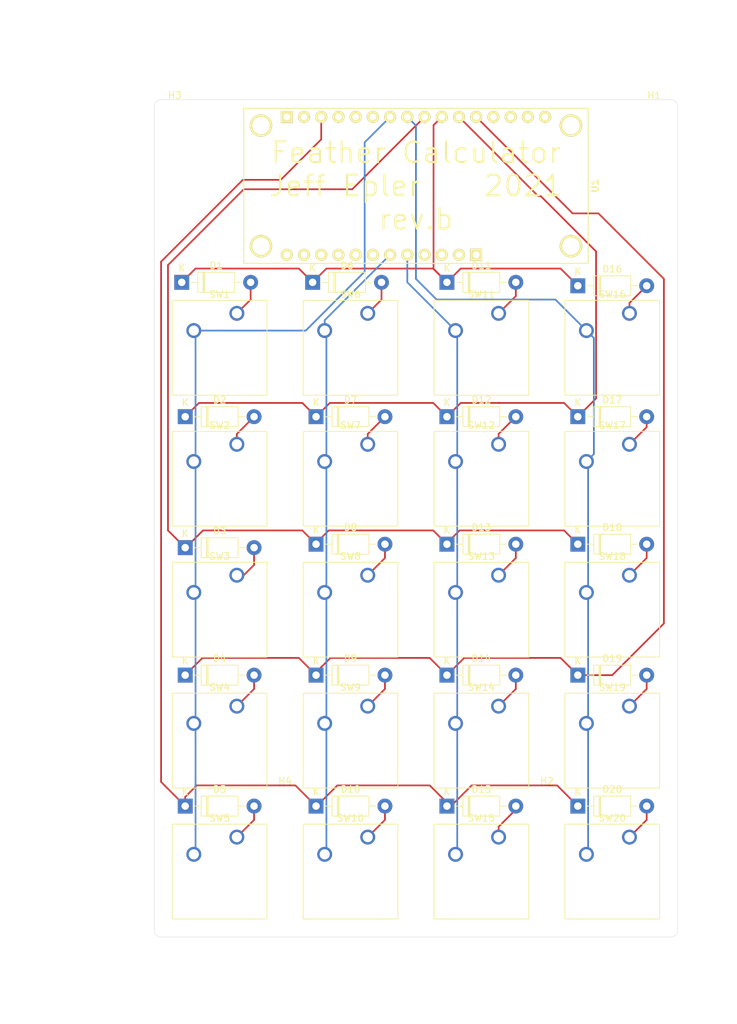
<source format=kicad_pcb>
(kicad_pcb (version 20171130) (host pcbnew 5.1.9+dfsg1-1)

  (general
    (thickness 1.6)
    (drawings 21)
    (tracks 185)
    (zones 0)
    (modules 45)
    (nets 30)
  )

  (page A4)
  (layers
    (0 F.Cu signal hide)
    (31 B.Cu signal hide)
    (32 B.Adhes user)
    (33 F.Adhes user)
    (34 B.Paste user)
    (35 F.Paste user)
    (36 B.SilkS user)
    (37 F.SilkS user)
    (38 B.Mask user)
    (39 F.Mask user)
    (40 Dwgs.User user)
    (41 Cmts.User user)
    (42 Eco1.User user)
    (43 Eco2.User user)
    (44 Edge.Cuts user)
    (45 Margin user)
    (46 B.CrtYd user)
    (47 F.CrtYd user)
    (48 B.Fab user)
    (49 F.Fab user)
  )

  (setup
    (last_trace_width 0.25)
    (trace_clearance 0.2)
    (zone_clearance 0.508)
    (zone_45_only no)
    (trace_min 0.2)
    (via_size 0.8)
    (via_drill 0.4)
    (via_min_size 0.4)
    (via_min_drill 0.3)
    (uvia_size 0.3)
    (uvia_drill 0.1)
    (uvias_allowed no)
    (uvia_min_size 0.2)
    (uvia_min_drill 0.1)
    (edge_width 0.05)
    (segment_width 0.2)
    (pcb_text_width 0.3)
    (pcb_text_size 1.5 1.5)
    (mod_edge_width 0.12)
    (mod_text_size 1 1)
    (mod_text_width 0.15)
    (pad_size 1.524 1.524)
    (pad_drill 0.762)
    (pad_to_mask_clearance 0)
    (aux_axis_origin 50.8 50.8)
    (grid_origin 50.8 50.8)
    (visible_elements FFFFFF7F)
    (pcbplotparams
      (layerselection 0x010fc_ffffffff)
      (usegerberextensions false)
      (usegerberattributes true)
      (usegerberadvancedattributes true)
      (creategerberjobfile true)
      (excludeedgelayer true)
      (linewidth 0.100000)
      (plotframeref false)
      (viasonmask false)
      (mode 1)
      (useauxorigin false)
      (hpglpennumber 1)
      (hpglpenspeed 20)
      (hpglpendiameter 15.000000)
      (psnegative false)
      (psa4output false)
      (plotreference true)
      (plotvalue true)
      (plotinvisibletext false)
      (padsonsilk false)
      (subtractmaskfromsilk false)
      (outputformat 1)
      (mirror false)
      (drillshape 1)
      (scaleselection 1)
      (outputdirectory ""))
  )

  (net 0 "")
  (net 1 "Net-(D1-Pad2)")
  (net 2 /R1)
  (net 3 "Net-(D2-Pad2)")
  (net 4 /R2)
  (net 5 "Net-(D3-Pad2)")
  (net 6 /R3)
  (net 7 "Net-(D4-Pad2)")
  (net 8 /R4)
  (net 9 "Net-(D5-Pad2)")
  (net 10 /R5)
  (net 11 "Net-(D6-Pad2)")
  (net 12 "Net-(D7-Pad2)")
  (net 13 "Net-(D8-Pad2)")
  (net 14 "Net-(D9-Pad2)")
  (net 15 "Net-(D10-Pad2)")
  (net 16 "Net-(D11-Pad2)")
  (net 17 "Net-(D12-Pad2)")
  (net 18 "Net-(D13-Pad2)")
  (net 19 "Net-(D14-Pad2)")
  (net 20 "Net-(D15-Pad2)")
  (net 21 "Net-(D16-Pad2)")
  (net 22 "Net-(D17-Pad2)")
  (net 23 "Net-(D18-Pad2)")
  (net 24 "Net-(D19-Pad2)")
  (net 25 "Net-(D20-Pad2)")
  (net 26 /C4)
  (net 27 /C3)
  (net 28 /C2)
  (net 29 /C1)

  (net_class Default "This is the default net class."
    (clearance 0.2)
    (trace_width 0.25)
    (via_dia 0.8)
    (via_drill 0.4)
    (uvia_dia 0.3)
    (uvia_drill 0.1)
    (add_net /C1)
    (add_net /C2)
    (add_net /C3)
    (add_net /C4)
    (add_net /R1)
    (add_net /R2)
    (add_net /R3)
    (add_net /R4)
    (add_net /R5)
    (add_net "Net-(D1-Pad2)")
    (add_net "Net-(D10-Pad2)")
    (add_net "Net-(D11-Pad2)")
    (add_net "Net-(D12-Pad2)")
    (add_net "Net-(D13-Pad2)")
    (add_net "Net-(D14-Pad2)")
    (add_net "Net-(D15-Pad2)")
    (add_net "Net-(D16-Pad2)")
    (add_net "Net-(D17-Pad2)")
    (add_net "Net-(D18-Pad2)")
    (add_net "Net-(D19-Pad2)")
    (add_net "Net-(D2-Pad2)")
    (add_net "Net-(D20-Pad2)")
    (add_net "Net-(D3-Pad2)")
    (add_net "Net-(D4-Pad2)")
    (add_net "Net-(D5-Pad2)")
    (add_net "Net-(D6-Pad2)")
    (add_net "Net-(D7-Pad2)")
    (add_net "Net-(D8-Pad2)")
    (add_net "Net-(D9-Pad2)")
  )

  (module MountingHole:MountingHole_2.7mm_M2.5 (layer F.Cu) (tedit 56D1B4CB) (tstamp 60D1BD3F)
    (at 70.104 154.94)
    (descr "Mounting Hole 2.7mm, no annular, M2.5")
    (tags "mounting hole 2.7mm no annular m2.5")
    (path /60DB8E8D)
    (attr virtual)
    (fp_text reference H4 (at 0 -3.7) (layer F.SilkS)
      (effects (font (size 1 1) (thickness 0.15)))
    )
    (fp_text value MountingHole (at 0 3.7) (layer F.Fab)
      (effects (font (size 1 1) (thickness 0.15)))
    )
    (fp_circle (center 0 0) (end 2.95 0) (layer F.CrtYd) (width 0.05))
    (fp_circle (center 0 0) (end 2.7 0) (layer Cmts.User) (width 0.15))
    (fp_text user %R (at 0.3 0) (layer F.Fab)
      (effects (font (size 1 1) (thickness 0.15)))
    )
    (pad 1 np_thru_hole circle (at 0 0) (size 2.7 2.7) (drill 2.7) (layers *.Cu *.Mask))
  )

  (module MountingHole:MountingHole_2.7mm_M2.5 (layer F.Cu) (tedit 56D1B4CB) (tstamp 60D1BD37)
    (at 53.848 53.848)
    (descr "Mounting Hole 2.7mm, no annular, M2.5")
    (tags "mounting hole 2.7mm no annular m2.5")
    (path /60DB7287)
    (attr virtual)
    (fp_text reference H3 (at 0 -3.7) (layer F.SilkS)
      (effects (font (size 1 1) (thickness 0.15)))
    )
    (fp_text value MountingHole (at 0 3.7) (layer F.Fab)
      (effects (font (size 1 1) (thickness 0.15)))
    )
    (fp_circle (center 0 0) (end 2.95 0) (layer F.CrtYd) (width 0.05))
    (fp_circle (center 0 0) (end 2.7 0) (layer Cmts.User) (width 0.15))
    (fp_text user %R (at 0.3 0) (layer F.Fab)
      (effects (font (size 1 1) (thickness 0.15)))
    )
    (pad 1 np_thru_hole circle (at 0 0) (size 2.7 2.7) (drill 2.7) (layers *.Cu *.Mask))
  )

  (module MountingHole:MountingHole_2.7mm_M2.5 (layer F.Cu) (tedit 56D1B4CB) (tstamp 60D1BD2F)
    (at 108.712 154.94)
    (descr "Mounting Hole 2.7mm, no annular, M2.5")
    (tags "mounting hole 2.7mm no annular m2.5")
    (path /60DB565E)
    (attr virtual)
    (fp_text reference H2 (at 0 -3.7) (layer F.SilkS)
      (effects (font (size 1 1) (thickness 0.15)))
    )
    (fp_text value MountingHole (at 0 3.7) (layer F.Fab)
      (effects (font (size 1 1) (thickness 0.15)))
    )
    (fp_circle (center 0 0) (end 2.95 0) (layer F.CrtYd) (width 0.05))
    (fp_circle (center 0 0) (end 2.7 0) (layer Cmts.User) (width 0.15))
    (fp_text user %R (at 0.3 0) (layer F.Fab)
      (effects (font (size 1 1) (thickness 0.15)))
    )
    (pad 1 np_thru_hole circle (at 0 0) (size 2.7 2.7) (drill 2.7) (layers *.Cu *.Mask))
  )

  (module MountingHole:MountingHole_2.7mm_M2.5 (layer F.Cu) (tedit 56D1B4CB) (tstamp 60D1BD27)
    (at 124.968 53.848)
    (descr "Mounting Hole 2.7mm, no annular, M2.5")
    (tags "mounting hole 2.7mm no annular m2.5")
    (path /60DB2BC9)
    (attr virtual)
    (fp_text reference H1 (at -0.435001 -3.7) (layer F.SilkS)
      (effects (font (size 1 1) (thickness 0.15)))
    )
    (fp_text value MountingHole (at 0 3.7) (layer F.Fab)
      (effects (font (size 1 1) (thickness 0.15)))
    )
    (fp_circle (center 0 0) (end 2.95 0) (layer F.CrtYd) (width 0.05))
    (fp_circle (center 0 0) (end 2.7 0) (layer Cmts.User) (width 0.15))
    (fp_text user %R (at 0.3 0) (layer F.Fab)
      (effects (font (size 1 1) (thickness 0.15)))
    )
    (pad 1 np_thru_hole circle (at 0 0) (size 2.7 2.7) (drill 2.7) (layers *.Cu *.Mask))
  )

  (module Button_Switch_Keyboard:SW_Cherry_MX_1.00u_PCB (layer F.Cu) (tedit 5A02FE24) (tstamp 60D16DE1)
    (at 120.904 159.512)
    (descr "Cherry MX keyswitch, 1.00u, PCB mount, http://cherryamericas.com/wp-content/uploads/2014/12/mx_cat.pdf")
    (tags "Cherry MX keyswitch 1.00u PCB")
    (path /60D21F2B)
    (fp_text reference SW20 (at -2.54 -2.794) (layer F.SilkS)
      (effects (font (size 1 1) (thickness 0.15)))
    )
    (fp_text value SW_Push (at -2.54 12.954) (layer F.Fab)
      (effects (font (size 1 1) (thickness 0.15)))
    )
    (fp_line (start -9.525 12.065) (end -9.525 -1.905) (layer F.SilkS) (width 0.12))
    (fp_line (start 4.445 12.065) (end -9.525 12.065) (layer F.SilkS) (width 0.12))
    (fp_line (start 4.445 -1.905) (end 4.445 12.065) (layer F.SilkS) (width 0.12))
    (fp_line (start -9.525 -1.905) (end 4.445 -1.905) (layer F.SilkS) (width 0.12))
    (fp_line (start -12.065 14.605) (end -12.065 -4.445) (layer Dwgs.User) (width 0.15))
    (fp_line (start 6.985 14.605) (end -12.065 14.605) (layer Dwgs.User) (width 0.15))
    (fp_line (start 6.985 -4.445) (end 6.985 14.605) (layer Dwgs.User) (width 0.15))
    (fp_line (start -12.065 -4.445) (end 6.985 -4.445) (layer Dwgs.User) (width 0.15))
    (fp_line (start -9.14 -1.52) (end 4.06 -1.52) (layer F.CrtYd) (width 0.05))
    (fp_line (start 4.06 -1.52) (end 4.06 11.68) (layer F.CrtYd) (width 0.05))
    (fp_line (start 4.06 11.68) (end -9.14 11.68) (layer F.CrtYd) (width 0.05))
    (fp_line (start -9.14 11.68) (end -9.14 -1.52) (layer F.CrtYd) (width 0.05))
    (fp_line (start -8.89 11.43) (end -8.89 -1.27) (layer F.Fab) (width 0.1))
    (fp_line (start 3.81 11.43) (end -8.89 11.43) (layer F.Fab) (width 0.1))
    (fp_line (start 3.81 -1.27) (end 3.81 11.43) (layer F.Fab) (width 0.1))
    (fp_line (start -8.89 -1.27) (end 3.81 -1.27) (layer F.Fab) (width 0.1))
    (fp_text user %R (at -2.54 -2.794) (layer F.Fab)
      (effects (font (size 1 1) (thickness 0.15)))
    )
    (pad "" np_thru_hole circle (at 2.54 5.08) (size 1.7 1.7) (drill 1.7) (layers *.Cu *.Mask))
    (pad "" np_thru_hole circle (at -7.62 5.08) (size 1.7 1.7) (drill 1.7) (layers *.Cu *.Mask))
    (pad "" np_thru_hole circle (at -2.54 5.08) (size 4 4) (drill 4) (layers *.Cu *.Mask))
    (pad 2 thru_hole circle (at -6.35 2.54) (size 2.2 2.2) (drill 1.5) (layers *.Cu *.Mask)
      (net 29 /C1))
    (pad 1 thru_hole circle (at 0 0) (size 2.2 2.2) (drill 1.5) (layers *.Cu *.Mask)
      (net 25 "Net-(D20-Pad2)"))
    (model ${KISYS3DMOD}/Button_Switch_Keyboard.3dshapes/SW_Cherry_MX_1.00u_PCB.wrl
      (at (xyz 0 0 0))
      (scale (xyz 1 1 1))
      (rotate (xyz 0 0 0))
    )
  )

  (module Button_Switch_Keyboard:SW_Cherry_MX_1.00u_PCB (layer F.Cu) (tedit 5A02FE24) (tstamp 60D16DC7)
    (at 120.904 140.208)
    (descr "Cherry MX keyswitch, 1.00u, PCB mount, http://cherryamericas.com/wp-content/uploads/2014/12/mx_cat.pdf")
    (tags "Cherry MX keyswitch 1.00u PCB")
    (path /60D207E1)
    (fp_text reference SW19 (at -2.54 -2.794) (layer F.SilkS)
      (effects (font (size 1 1) (thickness 0.15)))
    )
    (fp_text value SW_Push (at -2.54 12.954) (layer F.Fab)
      (effects (font (size 1 1) (thickness 0.15)))
    )
    (fp_line (start -9.525 12.065) (end -9.525 -1.905) (layer F.SilkS) (width 0.12))
    (fp_line (start 4.445 12.065) (end -9.525 12.065) (layer F.SilkS) (width 0.12))
    (fp_line (start 4.445 -1.905) (end 4.445 12.065) (layer F.SilkS) (width 0.12))
    (fp_line (start -9.525 -1.905) (end 4.445 -1.905) (layer F.SilkS) (width 0.12))
    (fp_line (start -12.065 14.605) (end -12.065 -4.445) (layer Dwgs.User) (width 0.15))
    (fp_line (start 6.985 14.605) (end -12.065 14.605) (layer Dwgs.User) (width 0.15))
    (fp_line (start 6.985 -4.445) (end 6.985 14.605) (layer Dwgs.User) (width 0.15))
    (fp_line (start -12.065 -4.445) (end 6.985 -4.445) (layer Dwgs.User) (width 0.15))
    (fp_line (start -9.14 -1.52) (end 4.06 -1.52) (layer F.CrtYd) (width 0.05))
    (fp_line (start 4.06 -1.52) (end 4.06 11.68) (layer F.CrtYd) (width 0.05))
    (fp_line (start 4.06 11.68) (end -9.14 11.68) (layer F.CrtYd) (width 0.05))
    (fp_line (start -9.14 11.68) (end -9.14 -1.52) (layer F.CrtYd) (width 0.05))
    (fp_line (start -8.89 11.43) (end -8.89 -1.27) (layer F.Fab) (width 0.1))
    (fp_line (start 3.81 11.43) (end -8.89 11.43) (layer F.Fab) (width 0.1))
    (fp_line (start 3.81 -1.27) (end 3.81 11.43) (layer F.Fab) (width 0.1))
    (fp_line (start -8.89 -1.27) (end 3.81 -1.27) (layer F.Fab) (width 0.1))
    (fp_text user %R (at -2.54 -2.794) (layer F.Fab)
      (effects (font (size 1 1) (thickness 0.15)))
    )
    (pad "" np_thru_hole circle (at 2.54 5.08) (size 1.7 1.7) (drill 1.7) (layers *.Cu *.Mask))
    (pad "" np_thru_hole circle (at -7.62 5.08) (size 1.7 1.7) (drill 1.7) (layers *.Cu *.Mask))
    (pad "" np_thru_hole circle (at -2.54 5.08) (size 4 4) (drill 4) (layers *.Cu *.Mask))
    (pad 2 thru_hole circle (at -6.35 2.54) (size 2.2 2.2) (drill 1.5) (layers *.Cu *.Mask)
      (net 29 /C1))
    (pad 1 thru_hole circle (at 0 0) (size 2.2 2.2) (drill 1.5) (layers *.Cu *.Mask)
      (net 24 "Net-(D19-Pad2)"))
    (model ${KISYS3DMOD}/Button_Switch_Keyboard.3dshapes/SW_Cherry_MX_1.00u_PCB.wrl
      (at (xyz 0 0 0))
      (scale (xyz 1 1 1))
      (rotate (xyz 0 0 0))
    )
  )

  (module Button_Switch_Keyboard:SW_Cherry_MX_1.00u_PCB (layer F.Cu) (tedit 5A02FE24) (tstamp 60D16DAD)
    (at 120.904 120.904)
    (descr "Cherry MX keyswitch, 1.00u, PCB mount, http://cherryamericas.com/wp-content/uploads/2014/12/mx_cat.pdf")
    (tags "Cherry MX keyswitch 1.00u PCB")
    (path /60D1F78B)
    (fp_text reference SW18 (at -2.54 -2.794) (layer F.SilkS)
      (effects (font (size 1 1) (thickness 0.15)))
    )
    (fp_text value SW_Push (at -2.54 12.954) (layer F.Fab)
      (effects (font (size 1 1) (thickness 0.15)))
    )
    (fp_line (start -9.525 12.065) (end -9.525 -1.905) (layer F.SilkS) (width 0.12))
    (fp_line (start 4.445 12.065) (end -9.525 12.065) (layer F.SilkS) (width 0.12))
    (fp_line (start 4.445 -1.905) (end 4.445 12.065) (layer F.SilkS) (width 0.12))
    (fp_line (start -9.525 -1.905) (end 4.445 -1.905) (layer F.SilkS) (width 0.12))
    (fp_line (start -12.065 14.605) (end -12.065 -4.445) (layer Dwgs.User) (width 0.15))
    (fp_line (start 6.985 14.605) (end -12.065 14.605) (layer Dwgs.User) (width 0.15))
    (fp_line (start 6.985 -4.445) (end 6.985 14.605) (layer Dwgs.User) (width 0.15))
    (fp_line (start -12.065 -4.445) (end 6.985 -4.445) (layer Dwgs.User) (width 0.15))
    (fp_line (start -9.14 -1.52) (end 4.06 -1.52) (layer F.CrtYd) (width 0.05))
    (fp_line (start 4.06 -1.52) (end 4.06 11.68) (layer F.CrtYd) (width 0.05))
    (fp_line (start 4.06 11.68) (end -9.14 11.68) (layer F.CrtYd) (width 0.05))
    (fp_line (start -9.14 11.68) (end -9.14 -1.52) (layer F.CrtYd) (width 0.05))
    (fp_line (start -8.89 11.43) (end -8.89 -1.27) (layer F.Fab) (width 0.1))
    (fp_line (start 3.81 11.43) (end -8.89 11.43) (layer F.Fab) (width 0.1))
    (fp_line (start 3.81 -1.27) (end 3.81 11.43) (layer F.Fab) (width 0.1))
    (fp_line (start -8.89 -1.27) (end 3.81 -1.27) (layer F.Fab) (width 0.1))
    (fp_text user %R (at -2.54 -2.794) (layer F.Fab)
      (effects (font (size 1 1) (thickness 0.15)))
    )
    (pad "" np_thru_hole circle (at 2.54 5.08) (size 1.7 1.7) (drill 1.7) (layers *.Cu *.Mask))
    (pad "" np_thru_hole circle (at -7.62 5.08) (size 1.7 1.7) (drill 1.7) (layers *.Cu *.Mask))
    (pad "" np_thru_hole circle (at -2.54 5.08) (size 4 4) (drill 4) (layers *.Cu *.Mask))
    (pad 2 thru_hole circle (at -6.35 2.54) (size 2.2 2.2) (drill 1.5) (layers *.Cu *.Mask)
      (net 29 /C1))
    (pad 1 thru_hole circle (at 0 0) (size 2.2 2.2) (drill 1.5) (layers *.Cu *.Mask)
      (net 23 "Net-(D18-Pad2)"))
    (model ${KISYS3DMOD}/Button_Switch_Keyboard.3dshapes/SW_Cherry_MX_1.00u_PCB.wrl
      (at (xyz 0 0 0))
      (scale (xyz 1 1 1))
      (rotate (xyz 0 0 0))
    )
  )

  (module Button_Switch_Keyboard:SW_Cherry_MX_1.00u_PCB (layer F.Cu) (tedit 5A02FE24) (tstamp 60D16D93)
    (at 120.904 101.6)
    (descr "Cherry MX keyswitch, 1.00u, PCB mount, http://cherryamericas.com/wp-content/uploads/2014/12/mx_cat.pdf")
    (tags "Cherry MX keyswitch 1.00u PCB")
    (path /60D1DE37)
    (fp_text reference SW17 (at -2.54 -2.794) (layer F.SilkS)
      (effects (font (size 1 1) (thickness 0.15)))
    )
    (fp_text value SW_Push (at -2.54 12.954) (layer F.Fab)
      (effects (font (size 1 1) (thickness 0.15)))
    )
    (fp_line (start -9.525 12.065) (end -9.525 -1.905) (layer F.SilkS) (width 0.12))
    (fp_line (start 4.445 12.065) (end -9.525 12.065) (layer F.SilkS) (width 0.12))
    (fp_line (start 4.445 -1.905) (end 4.445 12.065) (layer F.SilkS) (width 0.12))
    (fp_line (start -9.525 -1.905) (end 4.445 -1.905) (layer F.SilkS) (width 0.12))
    (fp_line (start -12.065 14.605) (end -12.065 -4.445) (layer Dwgs.User) (width 0.15))
    (fp_line (start 6.985 14.605) (end -12.065 14.605) (layer Dwgs.User) (width 0.15))
    (fp_line (start 6.985 -4.445) (end 6.985 14.605) (layer Dwgs.User) (width 0.15))
    (fp_line (start -12.065 -4.445) (end 6.985 -4.445) (layer Dwgs.User) (width 0.15))
    (fp_line (start -9.14 -1.52) (end 4.06 -1.52) (layer F.CrtYd) (width 0.05))
    (fp_line (start 4.06 -1.52) (end 4.06 11.68) (layer F.CrtYd) (width 0.05))
    (fp_line (start 4.06 11.68) (end -9.14 11.68) (layer F.CrtYd) (width 0.05))
    (fp_line (start -9.14 11.68) (end -9.14 -1.52) (layer F.CrtYd) (width 0.05))
    (fp_line (start -8.89 11.43) (end -8.89 -1.27) (layer F.Fab) (width 0.1))
    (fp_line (start 3.81 11.43) (end -8.89 11.43) (layer F.Fab) (width 0.1))
    (fp_line (start 3.81 -1.27) (end 3.81 11.43) (layer F.Fab) (width 0.1))
    (fp_line (start -8.89 -1.27) (end 3.81 -1.27) (layer F.Fab) (width 0.1))
    (fp_text user %R (at -2.54 -2.794) (layer F.Fab)
      (effects (font (size 1 1) (thickness 0.15)))
    )
    (pad "" np_thru_hole circle (at 2.54 5.08) (size 1.7 1.7) (drill 1.7) (layers *.Cu *.Mask))
    (pad "" np_thru_hole circle (at -7.62 5.08) (size 1.7 1.7) (drill 1.7) (layers *.Cu *.Mask))
    (pad "" np_thru_hole circle (at -2.54 5.08) (size 4 4) (drill 4) (layers *.Cu *.Mask))
    (pad 2 thru_hole circle (at -6.35 2.54) (size 2.2 2.2) (drill 1.5) (layers *.Cu *.Mask)
      (net 29 /C1))
    (pad 1 thru_hole circle (at 0 0) (size 2.2 2.2) (drill 1.5) (layers *.Cu *.Mask)
      (net 22 "Net-(D17-Pad2)"))
    (model ${KISYS3DMOD}/Button_Switch_Keyboard.3dshapes/SW_Cherry_MX_1.00u_PCB.wrl
      (at (xyz 0 0 0))
      (scale (xyz 1 1 1))
      (rotate (xyz 0 0 0))
    )
  )

  (module Button_Switch_Keyboard:SW_Cherry_MX_1.00u_PCB (layer F.Cu) (tedit 5A02FE24) (tstamp 60D16D79)
    (at 120.904 82.296)
    (descr "Cherry MX keyswitch, 1.00u, PCB mount, http://cherryamericas.com/wp-content/uploads/2014/12/mx_cat.pdf")
    (tags "Cherry MX keyswitch 1.00u PCB")
    (path /60D24343)
    (fp_text reference SW16 (at -2.54 -2.794) (layer F.SilkS)
      (effects (font (size 1 1) (thickness 0.15)))
    )
    (fp_text value SW_Push (at -2.54 12.954) (layer F.Fab)
      (effects (font (size 1 1) (thickness 0.15)))
    )
    (fp_line (start -9.525 12.065) (end -9.525 -1.905) (layer F.SilkS) (width 0.12))
    (fp_line (start 4.445 12.065) (end -9.525 12.065) (layer F.SilkS) (width 0.12))
    (fp_line (start 4.445 -1.905) (end 4.445 12.065) (layer F.SilkS) (width 0.12))
    (fp_line (start -9.525 -1.905) (end 4.445 -1.905) (layer F.SilkS) (width 0.12))
    (fp_line (start -12.065 14.605) (end -12.065 -4.445) (layer Dwgs.User) (width 0.15))
    (fp_line (start 6.985 14.605) (end -12.065 14.605) (layer Dwgs.User) (width 0.15))
    (fp_line (start 6.985 -4.445) (end 6.985 14.605) (layer Dwgs.User) (width 0.15))
    (fp_line (start -12.065 -4.445) (end 6.985 -4.445) (layer Dwgs.User) (width 0.15))
    (fp_line (start -9.14 -1.52) (end 4.06 -1.52) (layer F.CrtYd) (width 0.05))
    (fp_line (start 4.06 -1.52) (end 4.06 11.68) (layer F.CrtYd) (width 0.05))
    (fp_line (start 4.06 11.68) (end -9.14 11.68) (layer F.CrtYd) (width 0.05))
    (fp_line (start -9.14 11.68) (end -9.14 -1.52) (layer F.CrtYd) (width 0.05))
    (fp_line (start -8.89 11.43) (end -8.89 -1.27) (layer F.Fab) (width 0.1))
    (fp_line (start 3.81 11.43) (end -8.89 11.43) (layer F.Fab) (width 0.1))
    (fp_line (start 3.81 -1.27) (end 3.81 11.43) (layer F.Fab) (width 0.1))
    (fp_line (start -8.89 -1.27) (end 3.81 -1.27) (layer F.Fab) (width 0.1))
    (fp_text user %R (at -2.54 -2.794) (layer F.Fab)
      (effects (font (size 1 1) (thickness 0.15)))
    )
    (pad "" np_thru_hole circle (at 2.54 5.08) (size 1.7 1.7) (drill 1.7) (layers *.Cu *.Mask))
    (pad "" np_thru_hole circle (at -7.62 5.08) (size 1.7 1.7) (drill 1.7) (layers *.Cu *.Mask))
    (pad "" np_thru_hole circle (at -2.54 5.08) (size 4 4) (drill 4) (layers *.Cu *.Mask))
    (pad 2 thru_hole circle (at -6.35 2.54) (size 2.2 2.2) (drill 1.5) (layers *.Cu *.Mask)
      (net 29 /C1))
    (pad 1 thru_hole circle (at 0 0) (size 2.2 2.2) (drill 1.5) (layers *.Cu *.Mask)
      (net 21 "Net-(D16-Pad2)"))
    (model ${KISYS3DMOD}/Button_Switch_Keyboard.3dshapes/SW_Cherry_MX_1.00u_PCB.wrl
      (at (xyz 0 0 0))
      (scale (xyz 1 1 1))
      (rotate (xyz 0 0 0))
    )
  )

  (module Button_Switch_Keyboard:SW_Cherry_MX_1.00u_PCB (layer F.Cu) (tedit 5A02FE24) (tstamp 60D16D5F)
    (at 101.6 159.512)
    (descr "Cherry MX keyswitch, 1.00u, PCB mount, http://cherryamericas.com/wp-content/uploads/2014/12/mx_cat.pdf")
    (tags "Cherry MX keyswitch 1.00u PCB")
    (path /60D21F19)
    (fp_text reference SW15 (at -2.54 -2.794) (layer F.SilkS)
      (effects (font (size 1 1) (thickness 0.15)))
    )
    (fp_text value SW_Push (at -2.54 12.954) (layer F.Fab)
      (effects (font (size 1 1) (thickness 0.15)))
    )
    (fp_line (start -9.525 12.065) (end -9.525 -1.905) (layer F.SilkS) (width 0.12))
    (fp_line (start 4.445 12.065) (end -9.525 12.065) (layer F.SilkS) (width 0.12))
    (fp_line (start 4.445 -1.905) (end 4.445 12.065) (layer F.SilkS) (width 0.12))
    (fp_line (start -9.525 -1.905) (end 4.445 -1.905) (layer F.SilkS) (width 0.12))
    (fp_line (start -12.065 14.605) (end -12.065 -4.445) (layer Dwgs.User) (width 0.15))
    (fp_line (start 6.985 14.605) (end -12.065 14.605) (layer Dwgs.User) (width 0.15))
    (fp_line (start 6.985 -4.445) (end 6.985 14.605) (layer Dwgs.User) (width 0.15))
    (fp_line (start -12.065 -4.445) (end 6.985 -4.445) (layer Dwgs.User) (width 0.15))
    (fp_line (start -9.14 -1.52) (end 4.06 -1.52) (layer F.CrtYd) (width 0.05))
    (fp_line (start 4.06 -1.52) (end 4.06 11.68) (layer F.CrtYd) (width 0.05))
    (fp_line (start 4.06 11.68) (end -9.14 11.68) (layer F.CrtYd) (width 0.05))
    (fp_line (start -9.14 11.68) (end -9.14 -1.52) (layer F.CrtYd) (width 0.05))
    (fp_line (start -8.89 11.43) (end -8.89 -1.27) (layer F.Fab) (width 0.1))
    (fp_line (start 3.81 11.43) (end -8.89 11.43) (layer F.Fab) (width 0.1))
    (fp_line (start 3.81 -1.27) (end 3.81 11.43) (layer F.Fab) (width 0.1))
    (fp_line (start -8.89 -1.27) (end 3.81 -1.27) (layer F.Fab) (width 0.1))
    (fp_text user %R (at -2.54 -2.794) (layer F.Fab)
      (effects (font (size 1 1) (thickness 0.15)))
    )
    (pad "" np_thru_hole circle (at 2.54 5.08) (size 1.7 1.7) (drill 1.7) (layers *.Cu *.Mask))
    (pad "" np_thru_hole circle (at -7.62 5.08) (size 1.7 1.7) (drill 1.7) (layers *.Cu *.Mask))
    (pad "" np_thru_hole circle (at -2.54 5.08) (size 4 4) (drill 4) (layers *.Cu *.Mask))
    (pad 2 thru_hole circle (at -6.35 2.54) (size 2.2 2.2) (drill 1.5) (layers *.Cu *.Mask)
      (net 28 /C2))
    (pad 1 thru_hole circle (at 0 0) (size 2.2 2.2) (drill 1.5) (layers *.Cu *.Mask)
      (net 20 "Net-(D15-Pad2)"))
    (model ${KISYS3DMOD}/Button_Switch_Keyboard.3dshapes/SW_Cherry_MX_1.00u_PCB.wrl
      (at (xyz 0 0 0))
      (scale (xyz 1 1 1))
      (rotate (xyz 0 0 0))
    )
  )

  (module Button_Switch_Keyboard:SW_Cherry_MX_1.00u_PCB (layer F.Cu) (tedit 5A02FE24) (tstamp 60D16D45)
    (at 101.6 140.208)
    (descr "Cherry MX keyswitch, 1.00u, PCB mount, http://cherryamericas.com/wp-content/uploads/2014/12/mx_cat.pdf")
    (tags "Cherry MX keyswitch 1.00u PCB")
    (path /60D207CF)
    (fp_text reference SW14 (at -2.54 -2.794) (layer F.SilkS)
      (effects (font (size 1 1) (thickness 0.15)))
    )
    (fp_text value SW_Push (at -2.54 12.954) (layer F.Fab)
      (effects (font (size 1 1) (thickness 0.15)))
    )
    (fp_line (start -9.525 12.065) (end -9.525 -1.905) (layer F.SilkS) (width 0.12))
    (fp_line (start 4.445 12.065) (end -9.525 12.065) (layer F.SilkS) (width 0.12))
    (fp_line (start 4.445 -1.905) (end 4.445 12.065) (layer F.SilkS) (width 0.12))
    (fp_line (start -9.525 -1.905) (end 4.445 -1.905) (layer F.SilkS) (width 0.12))
    (fp_line (start -12.065 14.605) (end -12.065 -4.445) (layer Dwgs.User) (width 0.15))
    (fp_line (start 6.985 14.605) (end -12.065 14.605) (layer Dwgs.User) (width 0.15))
    (fp_line (start 6.985 -4.445) (end 6.985 14.605) (layer Dwgs.User) (width 0.15))
    (fp_line (start -12.065 -4.445) (end 6.985 -4.445) (layer Dwgs.User) (width 0.15))
    (fp_line (start -9.14 -1.52) (end 4.06 -1.52) (layer F.CrtYd) (width 0.05))
    (fp_line (start 4.06 -1.52) (end 4.06 11.68) (layer F.CrtYd) (width 0.05))
    (fp_line (start 4.06 11.68) (end -9.14 11.68) (layer F.CrtYd) (width 0.05))
    (fp_line (start -9.14 11.68) (end -9.14 -1.52) (layer F.CrtYd) (width 0.05))
    (fp_line (start -8.89 11.43) (end -8.89 -1.27) (layer F.Fab) (width 0.1))
    (fp_line (start 3.81 11.43) (end -8.89 11.43) (layer F.Fab) (width 0.1))
    (fp_line (start 3.81 -1.27) (end 3.81 11.43) (layer F.Fab) (width 0.1))
    (fp_line (start -8.89 -1.27) (end 3.81 -1.27) (layer F.Fab) (width 0.1))
    (fp_text user %R (at -2.54 -2.794) (layer F.Fab)
      (effects (font (size 1 1) (thickness 0.15)))
    )
    (pad "" np_thru_hole circle (at 2.54 5.08) (size 1.7 1.7) (drill 1.7) (layers *.Cu *.Mask))
    (pad "" np_thru_hole circle (at -7.62 5.08) (size 1.7 1.7) (drill 1.7) (layers *.Cu *.Mask))
    (pad "" np_thru_hole circle (at -2.54 5.08) (size 4 4) (drill 4) (layers *.Cu *.Mask))
    (pad 2 thru_hole circle (at -6.35 2.54) (size 2.2 2.2) (drill 1.5) (layers *.Cu *.Mask)
      (net 28 /C2))
    (pad 1 thru_hole circle (at 0 0) (size 2.2 2.2) (drill 1.5) (layers *.Cu *.Mask)
      (net 19 "Net-(D14-Pad2)"))
    (model ${KISYS3DMOD}/Button_Switch_Keyboard.3dshapes/SW_Cherry_MX_1.00u_PCB.wrl
      (at (xyz 0 0 0))
      (scale (xyz 1 1 1))
      (rotate (xyz 0 0 0))
    )
  )

  (module Button_Switch_Keyboard:SW_Cherry_MX_1.00u_PCB (layer F.Cu) (tedit 5A02FE24) (tstamp 60D16D2B)
    (at 101.6 120.904)
    (descr "Cherry MX keyswitch, 1.00u, PCB mount, http://cherryamericas.com/wp-content/uploads/2014/12/mx_cat.pdf")
    (tags "Cherry MX keyswitch 1.00u PCB")
    (path /60D1F779)
    (fp_text reference SW13 (at -2.54 -2.794) (layer F.SilkS)
      (effects (font (size 1 1) (thickness 0.15)))
    )
    (fp_text value SW_Push (at -2.54 12.954) (layer F.Fab)
      (effects (font (size 1 1) (thickness 0.15)))
    )
    (fp_line (start -9.525 12.065) (end -9.525 -1.905) (layer F.SilkS) (width 0.12))
    (fp_line (start 4.445 12.065) (end -9.525 12.065) (layer F.SilkS) (width 0.12))
    (fp_line (start 4.445 -1.905) (end 4.445 12.065) (layer F.SilkS) (width 0.12))
    (fp_line (start -9.525 -1.905) (end 4.445 -1.905) (layer F.SilkS) (width 0.12))
    (fp_line (start -12.065 14.605) (end -12.065 -4.445) (layer Dwgs.User) (width 0.15))
    (fp_line (start 6.985 14.605) (end -12.065 14.605) (layer Dwgs.User) (width 0.15))
    (fp_line (start 6.985 -4.445) (end 6.985 14.605) (layer Dwgs.User) (width 0.15))
    (fp_line (start -12.065 -4.445) (end 6.985 -4.445) (layer Dwgs.User) (width 0.15))
    (fp_line (start -9.14 -1.52) (end 4.06 -1.52) (layer F.CrtYd) (width 0.05))
    (fp_line (start 4.06 -1.52) (end 4.06 11.68) (layer F.CrtYd) (width 0.05))
    (fp_line (start 4.06 11.68) (end -9.14 11.68) (layer F.CrtYd) (width 0.05))
    (fp_line (start -9.14 11.68) (end -9.14 -1.52) (layer F.CrtYd) (width 0.05))
    (fp_line (start -8.89 11.43) (end -8.89 -1.27) (layer F.Fab) (width 0.1))
    (fp_line (start 3.81 11.43) (end -8.89 11.43) (layer F.Fab) (width 0.1))
    (fp_line (start 3.81 -1.27) (end 3.81 11.43) (layer F.Fab) (width 0.1))
    (fp_line (start -8.89 -1.27) (end 3.81 -1.27) (layer F.Fab) (width 0.1))
    (fp_text user %R (at -2.54 -2.794) (layer F.Fab)
      (effects (font (size 1 1) (thickness 0.15)))
    )
    (pad "" np_thru_hole circle (at 2.54 5.08) (size 1.7 1.7) (drill 1.7) (layers *.Cu *.Mask))
    (pad "" np_thru_hole circle (at -7.62 5.08) (size 1.7 1.7) (drill 1.7) (layers *.Cu *.Mask))
    (pad "" np_thru_hole circle (at -2.54 5.08) (size 4 4) (drill 4) (layers *.Cu *.Mask))
    (pad 2 thru_hole circle (at -6.35 2.54) (size 2.2 2.2) (drill 1.5) (layers *.Cu *.Mask)
      (net 28 /C2))
    (pad 1 thru_hole circle (at 0 0) (size 2.2 2.2) (drill 1.5) (layers *.Cu *.Mask)
      (net 18 "Net-(D13-Pad2)"))
    (model ${KISYS3DMOD}/Button_Switch_Keyboard.3dshapes/SW_Cherry_MX_1.00u_PCB.wrl
      (at (xyz 0 0 0))
      (scale (xyz 1 1 1))
      (rotate (xyz 0 0 0))
    )
  )

  (module Button_Switch_Keyboard:SW_Cherry_MX_1.00u_PCB (layer F.Cu) (tedit 5A02FE24) (tstamp 60D16D11)
    (at 101.6 101.6)
    (descr "Cherry MX keyswitch, 1.00u, PCB mount, http://cherryamericas.com/wp-content/uploads/2014/12/mx_cat.pdf")
    (tags "Cherry MX keyswitch 1.00u PCB")
    (path /60D1D95F)
    (fp_text reference SW12 (at -2.54 -2.794) (layer F.SilkS)
      (effects (font (size 1 1) (thickness 0.15)))
    )
    (fp_text value SW_Push (at -2.54 12.954) (layer F.Fab)
      (effects (font (size 1 1) (thickness 0.15)))
    )
    (fp_line (start -9.525 12.065) (end -9.525 -1.905) (layer F.SilkS) (width 0.12))
    (fp_line (start 4.445 12.065) (end -9.525 12.065) (layer F.SilkS) (width 0.12))
    (fp_line (start 4.445 -1.905) (end 4.445 12.065) (layer F.SilkS) (width 0.12))
    (fp_line (start -9.525 -1.905) (end 4.445 -1.905) (layer F.SilkS) (width 0.12))
    (fp_line (start -12.065 14.605) (end -12.065 -4.445) (layer Dwgs.User) (width 0.15))
    (fp_line (start 6.985 14.605) (end -12.065 14.605) (layer Dwgs.User) (width 0.15))
    (fp_line (start 6.985 -4.445) (end 6.985 14.605) (layer Dwgs.User) (width 0.15))
    (fp_line (start -12.065 -4.445) (end 6.985 -4.445) (layer Dwgs.User) (width 0.15))
    (fp_line (start -9.14 -1.52) (end 4.06 -1.52) (layer F.CrtYd) (width 0.05))
    (fp_line (start 4.06 -1.52) (end 4.06 11.68) (layer F.CrtYd) (width 0.05))
    (fp_line (start 4.06 11.68) (end -9.14 11.68) (layer F.CrtYd) (width 0.05))
    (fp_line (start -9.14 11.68) (end -9.14 -1.52) (layer F.CrtYd) (width 0.05))
    (fp_line (start -8.89 11.43) (end -8.89 -1.27) (layer F.Fab) (width 0.1))
    (fp_line (start 3.81 11.43) (end -8.89 11.43) (layer F.Fab) (width 0.1))
    (fp_line (start 3.81 -1.27) (end 3.81 11.43) (layer F.Fab) (width 0.1))
    (fp_line (start -8.89 -1.27) (end 3.81 -1.27) (layer F.Fab) (width 0.1))
    (fp_text user %R (at -2.54 -2.794) (layer F.Fab)
      (effects (font (size 1 1) (thickness 0.15)))
    )
    (pad "" np_thru_hole circle (at 2.54 5.08) (size 1.7 1.7) (drill 1.7) (layers *.Cu *.Mask))
    (pad "" np_thru_hole circle (at -7.62 5.08) (size 1.7 1.7) (drill 1.7) (layers *.Cu *.Mask))
    (pad "" np_thru_hole circle (at -2.54 5.08) (size 4 4) (drill 4) (layers *.Cu *.Mask))
    (pad 2 thru_hole circle (at -6.35 2.54) (size 2.2 2.2) (drill 1.5) (layers *.Cu *.Mask)
      (net 28 /C2))
    (pad 1 thru_hole circle (at 0 0) (size 2.2 2.2) (drill 1.5) (layers *.Cu *.Mask)
      (net 17 "Net-(D12-Pad2)"))
    (model ${KISYS3DMOD}/Button_Switch_Keyboard.3dshapes/SW_Cherry_MX_1.00u_PCB.wrl
      (at (xyz 0 0 0))
      (scale (xyz 1 1 1))
      (rotate (xyz 0 0 0))
    )
  )

  (module Button_Switch_Keyboard:SW_Cherry_MX_1.00u_PCB (layer F.Cu) (tedit 5A02FE24) (tstamp 60D16CF7)
    (at 101.6 82.296)
    (descr "Cherry MX keyswitch, 1.00u, PCB mount, http://cherryamericas.com/wp-content/uploads/2014/12/mx_cat.pdf")
    (tags "Cherry MX keyswitch 1.00u PCB")
    (path /60D24331)
    (fp_text reference SW11 (at -2.54 -2.794) (layer F.SilkS)
      (effects (font (size 1 1) (thickness 0.15)))
    )
    (fp_text value SW_Push (at -2.54 12.954) (layer F.Fab)
      (effects (font (size 1 1) (thickness 0.15)))
    )
    (fp_line (start -9.525 12.065) (end -9.525 -1.905) (layer F.SilkS) (width 0.12))
    (fp_line (start 4.445 12.065) (end -9.525 12.065) (layer F.SilkS) (width 0.12))
    (fp_line (start 4.445 -1.905) (end 4.445 12.065) (layer F.SilkS) (width 0.12))
    (fp_line (start -9.525 -1.905) (end 4.445 -1.905) (layer F.SilkS) (width 0.12))
    (fp_line (start -12.065 14.605) (end -12.065 -4.445) (layer Dwgs.User) (width 0.15))
    (fp_line (start 6.985 14.605) (end -12.065 14.605) (layer Dwgs.User) (width 0.15))
    (fp_line (start 6.985 -4.445) (end 6.985 14.605) (layer Dwgs.User) (width 0.15))
    (fp_line (start -12.065 -4.445) (end 6.985 -4.445) (layer Dwgs.User) (width 0.15))
    (fp_line (start -9.14 -1.52) (end 4.06 -1.52) (layer F.CrtYd) (width 0.05))
    (fp_line (start 4.06 -1.52) (end 4.06 11.68) (layer F.CrtYd) (width 0.05))
    (fp_line (start 4.06 11.68) (end -9.14 11.68) (layer F.CrtYd) (width 0.05))
    (fp_line (start -9.14 11.68) (end -9.14 -1.52) (layer F.CrtYd) (width 0.05))
    (fp_line (start -8.89 11.43) (end -8.89 -1.27) (layer F.Fab) (width 0.1))
    (fp_line (start 3.81 11.43) (end -8.89 11.43) (layer F.Fab) (width 0.1))
    (fp_line (start 3.81 -1.27) (end 3.81 11.43) (layer F.Fab) (width 0.1))
    (fp_line (start -8.89 -1.27) (end 3.81 -1.27) (layer F.Fab) (width 0.1))
    (fp_text user %R (at -2.54 -2.794) (layer F.Fab)
      (effects (font (size 1 1) (thickness 0.15)))
    )
    (pad "" np_thru_hole circle (at 2.54 5.08) (size 1.7 1.7) (drill 1.7) (layers *.Cu *.Mask))
    (pad "" np_thru_hole circle (at -7.62 5.08) (size 1.7 1.7) (drill 1.7) (layers *.Cu *.Mask))
    (pad "" np_thru_hole circle (at -2.54 5.08) (size 4 4) (drill 4) (layers *.Cu *.Mask))
    (pad 2 thru_hole circle (at -6.35 2.54) (size 2.2 2.2) (drill 1.5) (layers *.Cu *.Mask)
      (net 28 /C2))
    (pad 1 thru_hole circle (at 0 0) (size 2.2 2.2) (drill 1.5) (layers *.Cu *.Mask)
      (net 16 "Net-(D11-Pad2)"))
    (model ${KISYS3DMOD}/Button_Switch_Keyboard.3dshapes/SW_Cherry_MX_1.00u_PCB.wrl
      (at (xyz 0 0 0))
      (scale (xyz 1 1 1))
      (rotate (xyz 0 0 0))
    )
  )

  (module Button_Switch_Keyboard:SW_Cherry_MX_1.00u_PCB (layer F.Cu) (tedit 5A02FE24) (tstamp 60D16CDD)
    (at 82.296 159.512)
    (descr "Cherry MX keyswitch, 1.00u, PCB mount, http://cherryamericas.com/wp-content/uploads/2014/12/mx_cat.pdf")
    (tags "Cherry MX keyswitch 1.00u PCB")
    (path /60D21F07)
    (fp_text reference SW10 (at -2.54 -2.794) (layer F.SilkS)
      (effects (font (size 1 1) (thickness 0.15)))
    )
    (fp_text value SW_Push (at -2.54 12.954) (layer F.Fab)
      (effects (font (size 1 1) (thickness 0.15)))
    )
    (fp_line (start -9.525 12.065) (end -9.525 -1.905) (layer F.SilkS) (width 0.12))
    (fp_line (start 4.445 12.065) (end -9.525 12.065) (layer F.SilkS) (width 0.12))
    (fp_line (start 4.445 -1.905) (end 4.445 12.065) (layer F.SilkS) (width 0.12))
    (fp_line (start -9.525 -1.905) (end 4.445 -1.905) (layer F.SilkS) (width 0.12))
    (fp_line (start -12.065 14.605) (end -12.065 -4.445) (layer Dwgs.User) (width 0.15))
    (fp_line (start 6.985 14.605) (end -12.065 14.605) (layer Dwgs.User) (width 0.15))
    (fp_line (start 6.985 -4.445) (end 6.985 14.605) (layer Dwgs.User) (width 0.15))
    (fp_line (start -12.065 -4.445) (end 6.985 -4.445) (layer Dwgs.User) (width 0.15))
    (fp_line (start -9.14 -1.52) (end 4.06 -1.52) (layer F.CrtYd) (width 0.05))
    (fp_line (start 4.06 -1.52) (end 4.06 11.68) (layer F.CrtYd) (width 0.05))
    (fp_line (start 4.06 11.68) (end -9.14 11.68) (layer F.CrtYd) (width 0.05))
    (fp_line (start -9.14 11.68) (end -9.14 -1.52) (layer F.CrtYd) (width 0.05))
    (fp_line (start -8.89 11.43) (end -8.89 -1.27) (layer F.Fab) (width 0.1))
    (fp_line (start 3.81 11.43) (end -8.89 11.43) (layer F.Fab) (width 0.1))
    (fp_line (start 3.81 -1.27) (end 3.81 11.43) (layer F.Fab) (width 0.1))
    (fp_line (start -8.89 -1.27) (end 3.81 -1.27) (layer F.Fab) (width 0.1))
    (fp_text user %R (at -2.54 -2.794) (layer F.Fab)
      (effects (font (size 1 1) (thickness 0.15)))
    )
    (pad "" np_thru_hole circle (at 2.54 5.08) (size 1.7 1.7) (drill 1.7) (layers *.Cu *.Mask))
    (pad "" np_thru_hole circle (at -7.62 5.08) (size 1.7 1.7) (drill 1.7) (layers *.Cu *.Mask))
    (pad "" np_thru_hole circle (at -2.54 5.08) (size 4 4) (drill 4) (layers *.Cu *.Mask))
    (pad 2 thru_hole circle (at -6.35 2.54) (size 2.2 2.2) (drill 1.5) (layers *.Cu *.Mask)
      (net 27 /C3))
    (pad 1 thru_hole circle (at 0 0) (size 2.2 2.2) (drill 1.5) (layers *.Cu *.Mask)
      (net 15 "Net-(D10-Pad2)"))
    (model ${KISYS3DMOD}/Button_Switch_Keyboard.3dshapes/SW_Cherry_MX_1.00u_PCB.wrl
      (at (xyz 0 0 0))
      (scale (xyz 1 1 1))
      (rotate (xyz 0 0 0))
    )
  )

  (module Button_Switch_Keyboard:SW_Cherry_MX_1.00u_PCB (layer F.Cu) (tedit 5A02FE24) (tstamp 60D16CC3)
    (at 82.296 140.208)
    (descr "Cherry MX keyswitch, 1.00u, PCB mount, http://cherryamericas.com/wp-content/uploads/2014/12/mx_cat.pdf")
    (tags "Cherry MX keyswitch 1.00u PCB")
    (path /60D207BD)
    (fp_text reference SW9 (at -2.54 -2.794) (layer F.SilkS)
      (effects (font (size 1 1) (thickness 0.15)))
    )
    (fp_text value SW_Push (at -2.54 12.954) (layer F.Fab)
      (effects (font (size 1 1) (thickness 0.15)))
    )
    (fp_line (start -9.525 12.065) (end -9.525 -1.905) (layer F.SilkS) (width 0.12))
    (fp_line (start 4.445 12.065) (end -9.525 12.065) (layer F.SilkS) (width 0.12))
    (fp_line (start 4.445 -1.905) (end 4.445 12.065) (layer F.SilkS) (width 0.12))
    (fp_line (start -9.525 -1.905) (end 4.445 -1.905) (layer F.SilkS) (width 0.12))
    (fp_line (start -12.065 14.605) (end -12.065 -4.445) (layer Dwgs.User) (width 0.15))
    (fp_line (start 6.985 14.605) (end -12.065 14.605) (layer Dwgs.User) (width 0.15))
    (fp_line (start 6.985 -4.445) (end 6.985 14.605) (layer Dwgs.User) (width 0.15))
    (fp_line (start -12.065 -4.445) (end 6.985 -4.445) (layer Dwgs.User) (width 0.15))
    (fp_line (start -9.14 -1.52) (end 4.06 -1.52) (layer F.CrtYd) (width 0.05))
    (fp_line (start 4.06 -1.52) (end 4.06 11.68) (layer F.CrtYd) (width 0.05))
    (fp_line (start 4.06 11.68) (end -9.14 11.68) (layer F.CrtYd) (width 0.05))
    (fp_line (start -9.14 11.68) (end -9.14 -1.52) (layer F.CrtYd) (width 0.05))
    (fp_line (start -8.89 11.43) (end -8.89 -1.27) (layer F.Fab) (width 0.1))
    (fp_line (start 3.81 11.43) (end -8.89 11.43) (layer F.Fab) (width 0.1))
    (fp_line (start 3.81 -1.27) (end 3.81 11.43) (layer F.Fab) (width 0.1))
    (fp_line (start -8.89 -1.27) (end 3.81 -1.27) (layer F.Fab) (width 0.1))
    (fp_text user %R (at -2.54 -2.794) (layer F.Fab)
      (effects (font (size 1 1) (thickness 0.15)))
    )
    (pad "" np_thru_hole circle (at 2.54 5.08) (size 1.7 1.7) (drill 1.7) (layers *.Cu *.Mask))
    (pad "" np_thru_hole circle (at -7.62 5.08) (size 1.7 1.7) (drill 1.7) (layers *.Cu *.Mask))
    (pad "" np_thru_hole circle (at -2.54 5.08) (size 4 4) (drill 4) (layers *.Cu *.Mask))
    (pad 2 thru_hole circle (at -6.35 2.54) (size 2.2 2.2) (drill 1.5) (layers *.Cu *.Mask)
      (net 27 /C3))
    (pad 1 thru_hole circle (at 0 0) (size 2.2 2.2) (drill 1.5) (layers *.Cu *.Mask)
      (net 14 "Net-(D9-Pad2)"))
    (model ${KISYS3DMOD}/Button_Switch_Keyboard.3dshapes/SW_Cherry_MX_1.00u_PCB.wrl
      (at (xyz 0 0 0))
      (scale (xyz 1 1 1))
      (rotate (xyz 0 0 0))
    )
  )

  (module Button_Switch_Keyboard:SW_Cherry_MX_1.00u_PCB (layer F.Cu) (tedit 5A02FE24) (tstamp 60D16CA9)
    (at 82.296 120.904)
    (descr "Cherry MX keyswitch, 1.00u, PCB mount, http://cherryamericas.com/wp-content/uploads/2014/12/mx_cat.pdf")
    (tags "Cherry MX keyswitch 1.00u PCB")
    (path /60D1F767)
    (fp_text reference SW8 (at -2.54 -2.794) (layer F.SilkS)
      (effects (font (size 1 1) (thickness 0.15)))
    )
    (fp_text value SW_Push (at -2.54 12.954) (layer F.Fab)
      (effects (font (size 1 1) (thickness 0.15)))
    )
    (fp_line (start -9.525 12.065) (end -9.525 -1.905) (layer F.SilkS) (width 0.12))
    (fp_line (start 4.445 12.065) (end -9.525 12.065) (layer F.SilkS) (width 0.12))
    (fp_line (start 4.445 -1.905) (end 4.445 12.065) (layer F.SilkS) (width 0.12))
    (fp_line (start -9.525 -1.905) (end 4.445 -1.905) (layer F.SilkS) (width 0.12))
    (fp_line (start -12.065 14.605) (end -12.065 -4.445) (layer Dwgs.User) (width 0.15))
    (fp_line (start 6.985 14.605) (end -12.065 14.605) (layer Dwgs.User) (width 0.15))
    (fp_line (start 6.985 -4.445) (end 6.985 14.605) (layer Dwgs.User) (width 0.15))
    (fp_line (start -12.065 -4.445) (end 6.985 -4.445) (layer Dwgs.User) (width 0.15))
    (fp_line (start -9.14 -1.52) (end 4.06 -1.52) (layer F.CrtYd) (width 0.05))
    (fp_line (start 4.06 -1.52) (end 4.06 11.68) (layer F.CrtYd) (width 0.05))
    (fp_line (start 4.06 11.68) (end -9.14 11.68) (layer F.CrtYd) (width 0.05))
    (fp_line (start -9.14 11.68) (end -9.14 -1.52) (layer F.CrtYd) (width 0.05))
    (fp_line (start -8.89 11.43) (end -8.89 -1.27) (layer F.Fab) (width 0.1))
    (fp_line (start 3.81 11.43) (end -8.89 11.43) (layer F.Fab) (width 0.1))
    (fp_line (start 3.81 -1.27) (end 3.81 11.43) (layer F.Fab) (width 0.1))
    (fp_line (start -8.89 -1.27) (end 3.81 -1.27) (layer F.Fab) (width 0.1))
    (fp_text user %R (at -2.54 -2.794) (layer F.Fab)
      (effects (font (size 1 1) (thickness 0.15)))
    )
    (pad "" np_thru_hole circle (at 2.54 5.08) (size 1.7 1.7) (drill 1.7) (layers *.Cu *.Mask))
    (pad "" np_thru_hole circle (at -7.62 5.08) (size 1.7 1.7) (drill 1.7) (layers *.Cu *.Mask))
    (pad "" np_thru_hole circle (at -2.54 5.08) (size 4 4) (drill 4) (layers *.Cu *.Mask))
    (pad 2 thru_hole circle (at -6.35 2.54) (size 2.2 2.2) (drill 1.5) (layers *.Cu *.Mask)
      (net 27 /C3))
    (pad 1 thru_hole circle (at 0 0) (size 2.2 2.2) (drill 1.5) (layers *.Cu *.Mask)
      (net 13 "Net-(D8-Pad2)"))
    (model ${KISYS3DMOD}/Button_Switch_Keyboard.3dshapes/SW_Cherry_MX_1.00u_PCB.wrl
      (at (xyz 0 0 0))
      (scale (xyz 1 1 1))
      (rotate (xyz 0 0 0))
    )
  )

  (module Button_Switch_Keyboard:SW_Cherry_MX_1.00u_PCB (layer F.Cu) (tedit 5A02FE24) (tstamp 60D16C8F)
    (at 82.296 101.6)
    (descr "Cherry MX keyswitch, 1.00u, PCB mount, http://cherryamericas.com/wp-content/uploads/2014/12/mx_cat.pdf")
    (tags "Cherry MX keyswitch 1.00u PCB")
    (path /60D1D495)
    (fp_text reference SW7 (at -2.54 -2.794) (layer F.SilkS)
      (effects (font (size 1 1) (thickness 0.15)))
    )
    (fp_text value SW_Push (at -2.54 12.954) (layer F.Fab)
      (effects (font (size 1 1) (thickness 0.15)))
    )
    (fp_line (start -9.525 12.065) (end -9.525 -1.905) (layer F.SilkS) (width 0.12))
    (fp_line (start 4.445 12.065) (end -9.525 12.065) (layer F.SilkS) (width 0.12))
    (fp_line (start 4.445 -1.905) (end 4.445 12.065) (layer F.SilkS) (width 0.12))
    (fp_line (start -9.525 -1.905) (end 4.445 -1.905) (layer F.SilkS) (width 0.12))
    (fp_line (start -12.065 14.605) (end -12.065 -4.445) (layer Dwgs.User) (width 0.15))
    (fp_line (start 6.985 14.605) (end -12.065 14.605) (layer Dwgs.User) (width 0.15))
    (fp_line (start 6.985 -4.445) (end 6.985 14.605) (layer Dwgs.User) (width 0.15))
    (fp_line (start -12.065 -4.445) (end 6.985 -4.445) (layer Dwgs.User) (width 0.15))
    (fp_line (start -9.14 -1.52) (end 4.06 -1.52) (layer F.CrtYd) (width 0.05))
    (fp_line (start 4.06 -1.52) (end 4.06 11.68) (layer F.CrtYd) (width 0.05))
    (fp_line (start 4.06 11.68) (end -9.14 11.68) (layer F.CrtYd) (width 0.05))
    (fp_line (start -9.14 11.68) (end -9.14 -1.52) (layer F.CrtYd) (width 0.05))
    (fp_line (start -8.89 11.43) (end -8.89 -1.27) (layer F.Fab) (width 0.1))
    (fp_line (start 3.81 11.43) (end -8.89 11.43) (layer F.Fab) (width 0.1))
    (fp_line (start 3.81 -1.27) (end 3.81 11.43) (layer F.Fab) (width 0.1))
    (fp_line (start -8.89 -1.27) (end 3.81 -1.27) (layer F.Fab) (width 0.1))
    (fp_text user %R (at -2.54 -2.794) (layer F.Fab)
      (effects (font (size 1 1) (thickness 0.15)))
    )
    (pad "" np_thru_hole circle (at 2.54 5.08) (size 1.7 1.7) (drill 1.7) (layers *.Cu *.Mask))
    (pad "" np_thru_hole circle (at -7.62 5.08) (size 1.7 1.7) (drill 1.7) (layers *.Cu *.Mask))
    (pad "" np_thru_hole circle (at -2.54 5.08) (size 4 4) (drill 4) (layers *.Cu *.Mask))
    (pad 2 thru_hole circle (at -6.35 2.54) (size 2.2 2.2) (drill 1.5) (layers *.Cu *.Mask)
      (net 27 /C3))
    (pad 1 thru_hole circle (at 0 0) (size 2.2 2.2) (drill 1.5) (layers *.Cu *.Mask)
      (net 12 "Net-(D7-Pad2)"))
    (model ${KISYS3DMOD}/Button_Switch_Keyboard.3dshapes/SW_Cherry_MX_1.00u_PCB.wrl
      (at (xyz 0 0 0))
      (scale (xyz 1 1 1))
      (rotate (xyz 0 0 0))
    )
  )

  (module Button_Switch_Keyboard:SW_Cherry_MX_1.00u_PCB (layer F.Cu) (tedit 5A02FE24) (tstamp 60D16C75)
    (at 82.296 82.296)
    (descr "Cherry MX keyswitch, 1.00u, PCB mount, http://cherryamericas.com/wp-content/uploads/2014/12/mx_cat.pdf")
    (tags "Cherry MX keyswitch 1.00u PCB")
    (path /60D2431F)
    (fp_text reference SW6 (at -2.54 -2.794) (layer F.SilkS)
      (effects (font (size 1 1) (thickness 0.15)))
    )
    (fp_text value SW_Push (at -2.54 12.954) (layer F.Fab)
      (effects (font (size 1 1) (thickness 0.15)))
    )
    (fp_line (start -9.525 12.065) (end -9.525 -1.905) (layer F.SilkS) (width 0.12))
    (fp_line (start 4.445 12.065) (end -9.525 12.065) (layer F.SilkS) (width 0.12))
    (fp_line (start 4.445 -1.905) (end 4.445 12.065) (layer F.SilkS) (width 0.12))
    (fp_line (start -9.525 -1.905) (end 4.445 -1.905) (layer F.SilkS) (width 0.12))
    (fp_line (start -12.065 14.605) (end -12.065 -4.445) (layer Dwgs.User) (width 0.15))
    (fp_line (start 6.985 14.605) (end -12.065 14.605) (layer Dwgs.User) (width 0.15))
    (fp_line (start 6.985 -4.445) (end 6.985 14.605) (layer Dwgs.User) (width 0.15))
    (fp_line (start -12.065 -4.445) (end 6.985 -4.445) (layer Dwgs.User) (width 0.15))
    (fp_line (start -9.14 -1.52) (end 4.06 -1.52) (layer F.CrtYd) (width 0.05))
    (fp_line (start 4.06 -1.52) (end 4.06 11.68) (layer F.CrtYd) (width 0.05))
    (fp_line (start 4.06 11.68) (end -9.14 11.68) (layer F.CrtYd) (width 0.05))
    (fp_line (start -9.14 11.68) (end -9.14 -1.52) (layer F.CrtYd) (width 0.05))
    (fp_line (start -8.89 11.43) (end -8.89 -1.27) (layer F.Fab) (width 0.1))
    (fp_line (start 3.81 11.43) (end -8.89 11.43) (layer F.Fab) (width 0.1))
    (fp_line (start 3.81 -1.27) (end 3.81 11.43) (layer F.Fab) (width 0.1))
    (fp_line (start -8.89 -1.27) (end 3.81 -1.27) (layer F.Fab) (width 0.1))
    (fp_text user %R (at -2.54 -2.794) (layer F.Fab)
      (effects (font (size 1 1) (thickness 0.15)))
    )
    (pad "" np_thru_hole circle (at 2.54 5.08) (size 1.7 1.7) (drill 1.7) (layers *.Cu *.Mask))
    (pad "" np_thru_hole circle (at -7.62 5.08) (size 1.7 1.7) (drill 1.7) (layers *.Cu *.Mask))
    (pad "" np_thru_hole circle (at -2.54 5.08) (size 4 4) (drill 4) (layers *.Cu *.Mask))
    (pad 2 thru_hole circle (at -6.35 2.54) (size 2.2 2.2) (drill 1.5) (layers *.Cu *.Mask)
      (net 27 /C3))
    (pad 1 thru_hole circle (at 0 0) (size 2.2 2.2) (drill 1.5) (layers *.Cu *.Mask)
      (net 11 "Net-(D6-Pad2)"))
    (model ${KISYS3DMOD}/Button_Switch_Keyboard.3dshapes/SW_Cherry_MX_1.00u_PCB.wrl
      (at (xyz 0 0 0))
      (scale (xyz 1 1 1))
      (rotate (xyz 0 0 0))
    )
  )

  (module Button_Switch_Keyboard:SW_Cherry_MX_1.00u_PCB (layer F.Cu) (tedit 5A02FE24) (tstamp 60D16C5B)
    (at 62.992 159.512)
    (descr "Cherry MX keyswitch, 1.00u, PCB mount, http://cherryamericas.com/wp-content/uploads/2014/12/mx_cat.pdf")
    (tags "Cherry MX keyswitch 1.00u PCB")
    (path /60D21EF5)
    (fp_text reference SW5 (at -2.54 -2.794) (layer F.SilkS)
      (effects (font (size 1 1) (thickness 0.15)))
    )
    (fp_text value SW_Push (at -2.54 12.954) (layer F.Fab)
      (effects (font (size 1 1) (thickness 0.15)))
    )
    (fp_line (start -9.525 12.065) (end -9.525 -1.905) (layer F.SilkS) (width 0.12))
    (fp_line (start 4.445 12.065) (end -9.525 12.065) (layer F.SilkS) (width 0.12))
    (fp_line (start 4.445 -1.905) (end 4.445 12.065) (layer F.SilkS) (width 0.12))
    (fp_line (start -9.525 -1.905) (end 4.445 -1.905) (layer F.SilkS) (width 0.12))
    (fp_line (start -12.065 14.605) (end -12.065 -4.445) (layer Dwgs.User) (width 0.15))
    (fp_line (start 6.985 14.605) (end -12.065 14.605) (layer Dwgs.User) (width 0.15))
    (fp_line (start 6.985 -4.445) (end 6.985 14.605) (layer Dwgs.User) (width 0.15))
    (fp_line (start -12.065 -4.445) (end 6.985 -4.445) (layer Dwgs.User) (width 0.15))
    (fp_line (start -9.14 -1.52) (end 4.06 -1.52) (layer F.CrtYd) (width 0.05))
    (fp_line (start 4.06 -1.52) (end 4.06 11.68) (layer F.CrtYd) (width 0.05))
    (fp_line (start 4.06 11.68) (end -9.14 11.68) (layer F.CrtYd) (width 0.05))
    (fp_line (start -9.14 11.68) (end -9.14 -1.52) (layer F.CrtYd) (width 0.05))
    (fp_line (start -8.89 11.43) (end -8.89 -1.27) (layer F.Fab) (width 0.1))
    (fp_line (start 3.81 11.43) (end -8.89 11.43) (layer F.Fab) (width 0.1))
    (fp_line (start 3.81 -1.27) (end 3.81 11.43) (layer F.Fab) (width 0.1))
    (fp_line (start -8.89 -1.27) (end 3.81 -1.27) (layer F.Fab) (width 0.1))
    (fp_text user %R (at -2.54 -2.794) (layer F.Fab)
      (effects (font (size 1 1) (thickness 0.15)))
    )
    (pad "" np_thru_hole circle (at 2.54 5.08) (size 1.7 1.7) (drill 1.7) (layers *.Cu *.Mask))
    (pad "" np_thru_hole circle (at -7.62 5.08) (size 1.7 1.7) (drill 1.7) (layers *.Cu *.Mask))
    (pad "" np_thru_hole circle (at -2.54 5.08) (size 4 4) (drill 4) (layers *.Cu *.Mask))
    (pad 2 thru_hole circle (at -6.35 2.54) (size 2.2 2.2) (drill 1.5) (layers *.Cu *.Mask)
      (net 26 /C4))
    (pad 1 thru_hole circle (at 0 0) (size 2.2 2.2) (drill 1.5) (layers *.Cu *.Mask)
      (net 9 "Net-(D5-Pad2)"))
    (model ${KISYS3DMOD}/Button_Switch_Keyboard.3dshapes/SW_Cherry_MX_1.00u_PCB.wrl
      (at (xyz 0 0 0))
      (scale (xyz 1 1 1))
      (rotate (xyz 0 0 0))
    )
  )

  (module Button_Switch_Keyboard:SW_Cherry_MX_1.00u_PCB (layer F.Cu) (tedit 5A02FE24) (tstamp 60D16C41)
    (at 62.992 140.208)
    (descr "Cherry MX keyswitch, 1.00u, PCB mount, http://cherryamericas.com/wp-content/uploads/2014/12/mx_cat.pdf")
    (tags "Cherry MX keyswitch 1.00u PCB")
    (path /60D207AB)
    (fp_text reference SW4 (at -2.54 -2.794) (layer F.SilkS)
      (effects (font (size 1 1) (thickness 0.15)))
    )
    (fp_text value SW_Push (at -2.54 12.954) (layer F.Fab)
      (effects (font (size 1 1) (thickness 0.15)))
    )
    (fp_line (start -9.525 12.065) (end -9.525 -1.905) (layer F.SilkS) (width 0.12))
    (fp_line (start 4.445 12.065) (end -9.525 12.065) (layer F.SilkS) (width 0.12))
    (fp_line (start 4.445 -1.905) (end 4.445 12.065) (layer F.SilkS) (width 0.12))
    (fp_line (start -9.525 -1.905) (end 4.445 -1.905) (layer F.SilkS) (width 0.12))
    (fp_line (start -12.065 14.605) (end -12.065 -4.445) (layer Dwgs.User) (width 0.15))
    (fp_line (start 6.985 14.605) (end -12.065 14.605) (layer Dwgs.User) (width 0.15))
    (fp_line (start 6.985 -4.445) (end 6.985 14.605) (layer Dwgs.User) (width 0.15))
    (fp_line (start -12.065 -4.445) (end 6.985 -4.445) (layer Dwgs.User) (width 0.15))
    (fp_line (start -9.14 -1.52) (end 4.06 -1.52) (layer F.CrtYd) (width 0.05))
    (fp_line (start 4.06 -1.52) (end 4.06 11.68) (layer F.CrtYd) (width 0.05))
    (fp_line (start 4.06 11.68) (end -9.14 11.68) (layer F.CrtYd) (width 0.05))
    (fp_line (start -9.14 11.68) (end -9.14 -1.52) (layer F.CrtYd) (width 0.05))
    (fp_line (start -8.89 11.43) (end -8.89 -1.27) (layer F.Fab) (width 0.1))
    (fp_line (start 3.81 11.43) (end -8.89 11.43) (layer F.Fab) (width 0.1))
    (fp_line (start 3.81 -1.27) (end 3.81 11.43) (layer F.Fab) (width 0.1))
    (fp_line (start -8.89 -1.27) (end 3.81 -1.27) (layer F.Fab) (width 0.1))
    (fp_text user %R (at -2.54 -2.794) (layer F.Fab)
      (effects (font (size 1 1) (thickness 0.15)))
    )
    (pad "" np_thru_hole circle (at 2.54 5.08) (size 1.7 1.7) (drill 1.7) (layers *.Cu *.Mask))
    (pad "" np_thru_hole circle (at -7.62 5.08) (size 1.7 1.7) (drill 1.7) (layers *.Cu *.Mask))
    (pad "" np_thru_hole circle (at -2.54 5.08) (size 4 4) (drill 4) (layers *.Cu *.Mask))
    (pad 2 thru_hole circle (at -6.35 2.54) (size 2.2 2.2) (drill 1.5) (layers *.Cu *.Mask)
      (net 26 /C4))
    (pad 1 thru_hole circle (at 0 0) (size 2.2 2.2) (drill 1.5) (layers *.Cu *.Mask)
      (net 7 "Net-(D4-Pad2)"))
    (model ${KISYS3DMOD}/Button_Switch_Keyboard.3dshapes/SW_Cherry_MX_1.00u_PCB.wrl
      (at (xyz 0 0 0))
      (scale (xyz 1 1 1))
      (rotate (xyz 0 0 0))
    )
  )

  (module Button_Switch_Keyboard:SW_Cherry_MX_1.00u_PCB (layer F.Cu) (tedit 5A02FE24) (tstamp 60D16C27)
    (at 62.992 120.904)
    (descr "Cherry MX keyswitch, 1.00u, PCB mount, http://cherryamericas.com/wp-content/uploads/2014/12/mx_cat.pdf")
    (tags "Cherry MX keyswitch 1.00u PCB")
    (path /60D1F755)
    (fp_text reference SW3 (at -2.54 -2.794) (layer F.SilkS)
      (effects (font (size 1 1) (thickness 0.15)))
    )
    (fp_text value SW_Push (at -2.54 12.954) (layer F.Fab)
      (effects (font (size 1 1) (thickness 0.15)))
    )
    (fp_line (start -9.525 12.065) (end -9.525 -1.905) (layer F.SilkS) (width 0.12))
    (fp_line (start 4.445 12.065) (end -9.525 12.065) (layer F.SilkS) (width 0.12))
    (fp_line (start 4.445 -1.905) (end 4.445 12.065) (layer F.SilkS) (width 0.12))
    (fp_line (start -9.525 -1.905) (end 4.445 -1.905) (layer F.SilkS) (width 0.12))
    (fp_line (start -12.065 14.605) (end -12.065 -4.445) (layer Dwgs.User) (width 0.15))
    (fp_line (start 6.985 14.605) (end -12.065 14.605) (layer Dwgs.User) (width 0.15))
    (fp_line (start 6.985 -4.445) (end 6.985 14.605) (layer Dwgs.User) (width 0.15))
    (fp_line (start -12.065 -4.445) (end 6.985 -4.445) (layer Dwgs.User) (width 0.15))
    (fp_line (start -9.14 -1.52) (end 4.06 -1.52) (layer F.CrtYd) (width 0.05))
    (fp_line (start 4.06 -1.52) (end 4.06 11.68) (layer F.CrtYd) (width 0.05))
    (fp_line (start 4.06 11.68) (end -9.14 11.68) (layer F.CrtYd) (width 0.05))
    (fp_line (start -9.14 11.68) (end -9.14 -1.52) (layer F.CrtYd) (width 0.05))
    (fp_line (start -8.89 11.43) (end -8.89 -1.27) (layer F.Fab) (width 0.1))
    (fp_line (start 3.81 11.43) (end -8.89 11.43) (layer F.Fab) (width 0.1))
    (fp_line (start 3.81 -1.27) (end 3.81 11.43) (layer F.Fab) (width 0.1))
    (fp_line (start -8.89 -1.27) (end 3.81 -1.27) (layer F.Fab) (width 0.1))
    (fp_text user %R (at -2.54 -2.794) (layer F.Fab)
      (effects (font (size 1 1) (thickness 0.15)))
    )
    (pad "" np_thru_hole circle (at 2.54 5.08) (size 1.7 1.7) (drill 1.7) (layers *.Cu *.Mask))
    (pad "" np_thru_hole circle (at -7.62 5.08) (size 1.7 1.7) (drill 1.7) (layers *.Cu *.Mask))
    (pad "" np_thru_hole circle (at -2.54 5.08) (size 4 4) (drill 4) (layers *.Cu *.Mask))
    (pad 2 thru_hole circle (at -6.35 2.54) (size 2.2 2.2) (drill 1.5) (layers *.Cu *.Mask)
      (net 26 /C4))
    (pad 1 thru_hole circle (at 0 0) (size 2.2 2.2) (drill 1.5) (layers *.Cu *.Mask)
      (net 5 "Net-(D3-Pad2)"))
    (model ${KISYS3DMOD}/Button_Switch_Keyboard.3dshapes/SW_Cherry_MX_1.00u_PCB.wrl
      (at (xyz 0 0 0))
      (scale (xyz 1 1 1))
      (rotate (xyz 0 0 0))
    )
  )

  (module Button_Switch_Keyboard:SW_Cherry_MX_1.00u_PCB (layer F.Cu) (tedit 5A02FE24) (tstamp 60D16C0D)
    (at 62.992 101.6)
    (descr "Cherry MX keyswitch, 1.00u, PCB mount, http://cherryamericas.com/wp-content/uploads/2014/12/mx_cat.pdf")
    (tags "Cherry MX keyswitch 1.00u PCB")
    (path /60D14A9F)
    (fp_text reference SW2 (at -2.54 -2.794) (layer F.SilkS)
      (effects (font (size 1 1) (thickness 0.15)))
    )
    (fp_text value SW_Push (at -2.54 12.954) (layer F.Fab)
      (effects (font (size 1 1) (thickness 0.15)))
    )
    (fp_line (start -9.525 12.065) (end -9.525 -1.905) (layer F.SilkS) (width 0.12))
    (fp_line (start 4.445 12.065) (end -9.525 12.065) (layer F.SilkS) (width 0.12))
    (fp_line (start 4.445 -1.905) (end 4.445 12.065) (layer F.SilkS) (width 0.12))
    (fp_line (start -9.525 -1.905) (end 4.445 -1.905) (layer F.SilkS) (width 0.12))
    (fp_line (start -12.065 14.605) (end -12.065 -4.445) (layer Dwgs.User) (width 0.15))
    (fp_line (start 6.985 14.605) (end -12.065 14.605) (layer Dwgs.User) (width 0.15))
    (fp_line (start 6.985 -4.445) (end 6.985 14.605) (layer Dwgs.User) (width 0.15))
    (fp_line (start -12.065 -4.445) (end 6.985 -4.445) (layer Dwgs.User) (width 0.15))
    (fp_line (start -9.14 -1.52) (end 4.06 -1.52) (layer F.CrtYd) (width 0.05))
    (fp_line (start 4.06 -1.52) (end 4.06 11.68) (layer F.CrtYd) (width 0.05))
    (fp_line (start 4.06 11.68) (end -9.14 11.68) (layer F.CrtYd) (width 0.05))
    (fp_line (start -9.14 11.68) (end -9.14 -1.52) (layer F.CrtYd) (width 0.05))
    (fp_line (start -8.89 11.43) (end -8.89 -1.27) (layer F.Fab) (width 0.1))
    (fp_line (start 3.81 11.43) (end -8.89 11.43) (layer F.Fab) (width 0.1))
    (fp_line (start 3.81 -1.27) (end 3.81 11.43) (layer F.Fab) (width 0.1))
    (fp_line (start -8.89 -1.27) (end 3.81 -1.27) (layer F.Fab) (width 0.1))
    (fp_text user %R (at -2.54 -2.794) (layer F.Fab)
      (effects (font (size 1 1) (thickness 0.15)))
    )
    (pad "" np_thru_hole circle (at 2.54 5.08) (size 1.7 1.7) (drill 1.7) (layers *.Cu *.Mask))
    (pad "" np_thru_hole circle (at -7.62 5.08) (size 1.7 1.7) (drill 1.7) (layers *.Cu *.Mask))
    (pad "" np_thru_hole circle (at -2.54 5.08) (size 4 4) (drill 4) (layers *.Cu *.Mask))
    (pad 2 thru_hole circle (at -6.35 2.54) (size 2.2 2.2) (drill 1.5) (layers *.Cu *.Mask)
      (net 26 /C4))
    (pad 1 thru_hole circle (at 0 0) (size 2.2 2.2) (drill 1.5) (layers *.Cu *.Mask)
      (net 3 "Net-(D2-Pad2)"))
    (model ${KISYS3DMOD}/Button_Switch_Keyboard.3dshapes/SW_Cherry_MX_1.00u_PCB.wrl
      (at (xyz 0 0 0))
      (scale (xyz 1 1 1))
      (rotate (xyz 0 0 0))
    )
  )

  (module Button_Switch_Keyboard:SW_Cherry_MX_1.00u_PCB (layer F.Cu) (tedit 5A02FE24) (tstamp 60D16BF3)
    (at 62.992 82.296)
    (descr "Cherry MX keyswitch, 1.00u, PCB mount, http://cherryamericas.com/wp-content/uploads/2014/12/mx_cat.pdf")
    (tags "Cherry MX keyswitch 1.00u PCB")
    (path /60D2430D)
    (fp_text reference SW1 (at -2.54 -2.794) (layer F.SilkS)
      (effects (font (size 1 1) (thickness 0.15)))
    )
    (fp_text value SW_Push (at -2.54 12.954) (layer F.Fab)
      (effects (font (size 1 1) (thickness 0.15)))
    )
    (fp_line (start -9.525 12.065) (end -9.525 -1.905) (layer F.SilkS) (width 0.12))
    (fp_line (start 4.445 12.065) (end -9.525 12.065) (layer F.SilkS) (width 0.12))
    (fp_line (start 4.445 -1.905) (end 4.445 12.065) (layer F.SilkS) (width 0.12))
    (fp_line (start -9.525 -1.905) (end 4.445 -1.905) (layer F.SilkS) (width 0.12))
    (fp_line (start -12.065 14.605) (end -12.065 -4.445) (layer Dwgs.User) (width 0.15))
    (fp_line (start 6.985 14.605) (end -12.065 14.605) (layer Dwgs.User) (width 0.15))
    (fp_line (start 6.985 -4.445) (end 6.985 14.605) (layer Dwgs.User) (width 0.15))
    (fp_line (start -12.065 -4.445) (end 6.985 -4.445) (layer Dwgs.User) (width 0.15))
    (fp_line (start -9.14 -1.52) (end 4.06 -1.52) (layer F.CrtYd) (width 0.05))
    (fp_line (start 4.06 -1.52) (end 4.06 11.68) (layer F.CrtYd) (width 0.05))
    (fp_line (start 4.06 11.68) (end -9.14 11.68) (layer F.CrtYd) (width 0.05))
    (fp_line (start -9.14 11.68) (end -9.14 -1.52) (layer F.CrtYd) (width 0.05))
    (fp_line (start -8.89 11.43) (end -8.89 -1.27) (layer F.Fab) (width 0.1))
    (fp_line (start 3.81 11.43) (end -8.89 11.43) (layer F.Fab) (width 0.1))
    (fp_line (start 3.81 -1.27) (end 3.81 11.43) (layer F.Fab) (width 0.1))
    (fp_line (start -8.89 -1.27) (end 3.81 -1.27) (layer F.Fab) (width 0.1))
    (fp_text user %R (at -2.54 -2.794) (layer F.Fab)
      (effects (font (size 1 1) (thickness 0.15)))
    )
    (pad "" np_thru_hole circle (at 2.54 5.08) (size 1.7 1.7) (drill 1.7) (layers *.Cu *.Mask))
    (pad "" np_thru_hole circle (at -7.62 5.08) (size 1.7 1.7) (drill 1.7) (layers *.Cu *.Mask))
    (pad "" np_thru_hole circle (at -2.54 5.08) (size 4 4) (drill 4) (layers *.Cu *.Mask))
    (pad 2 thru_hole circle (at -6.35 2.54) (size 2.2 2.2) (drill 1.5) (layers *.Cu *.Mask)
      (net 26 /C4))
    (pad 1 thru_hole circle (at 0 0) (size 2.2 2.2) (drill 1.5) (layers *.Cu *.Mask)
      (net 1 "Net-(D1-Pad2)"))
    (model ${KISYS3DMOD}/Button_Switch_Keyboard.3dshapes/SW_Cherry_MX_1.00u_PCB.wrl
      (at (xyz 0 0 0))
      (scale (xyz 1 1 1))
      (rotate (xyz 0 0 0))
    )
  )

  (module Diode_THT:D_DO-41_SOD81_P10.16mm_Horizontal (layer F.Cu) (tedit 5AE50CD5) (tstamp 60D16BD9)
    (at 113.284 154.94)
    (descr "Diode, DO-41_SOD81 series, Axial, Horizontal, pin pitch=10.16mm, , length*diameter=5.2*2.7mm^2, , http://www.diodes.com/_files/packages/DO-41%20(Plastic).pdf")
    (tags "Diode DO-41_SOD81 series Axial Horizontal pin pitch 10.16mm  length 5.2mm diameter 2.7mm")
    (path /60D21F31)
    (fp_text reference D20 (at 5.08 -2.47) (layer F.SilkS)
      (effects (font (size 1 1) (thickness 0.15)))
    )
    (fp_text value D (at 5.08 2.47) (layer F.Fab)
      (effects (font (size 1 1) (thickness 0.15)))
    )
    (fp_line (start 11.51 -1.6) (end -1.35 -1.6) (layer F.CrtYd) (width 0.05))
    (fp_line (start 11.51 1.6) (end 11.51 -1.6) (layer F.CrtYd) (width 0.05))
    (fp_line (start -1.35 1.6) (end 11.51 1.6) (layer F.CrtYd) (width 0.05))
    (fp_line (start -1.35 -1.6) (end -1.35 1.6) (layer F.CrtYd) (width 0.05))
    (fp_line (start 3.14 -1.47) (end 3.14 1.47) (layer F.SilkS) (width 0.12))
    (fp_line (start 3.38 -1.47) (end 3.38 1.47) (layer F.SilkS) (width 0.12))
    (fp_line (start 3.26 -1.47) (end 3.26 1.47) (layer F.SilkS) (width 0.12))
    (fp_line (start 8.82 0) (end 7.8 0) (layer F.SilkS) (width 0.12))
    (fp_line (start 1.34 0) (end 2.36 0) (layer F.SilkS) (width 0.12))
    (fp_line (start 7.8 -1.47) (end 2.36 -1.47) (layer F.SilkS) (width 0.12))
    (fp_line (start 7.8 1.47) (end 7.8 -1.47) (layer F.SilkS) (width 0.12))
    (fp_line (start 2.36 1.47) (end 7.8 1.47) (layer F.SilkS) (width 0.12))
    (fp_line (start 2.36 -1.47) (end 2.36 1.47) (layer F.SilkS) (width 0.12))
    (fp_line (start 3.16 -1.35) (end 3.16 1.35) (layer F.Fab) (width 0.1))
    (fp_line (start 3.36 -1.35) (end 3.36 1.35) (layer F.Fab) (width 0.1))
    (fp_line (start 3.26 -1.35) (end 3.26 1.35) (layer F.Fab) (width 0.1))
    (fp_line (start 10.16 0) (end 7.68 0) (layer F.Fab) (width 0.1))
    (fp_line (start 0 0) (end 2.48 0) (layer F.Fab) (width 0.1))
    (fp_line (start 7.68 -1.35) (end 2.48 -1.35) (layer F.Fab) (width 0.1))
    (fp_line (start 7.68 1.35) (end 7.68 -1.35) (layer F.Fab) (width 0.1))
    (fp_line (start 2.48 1.35) (end 7.68 1.35) (layer F.Fab) (width 0.1))
    (fp_line (start 2.48 -1.35) (end 2.48 1.35) (layer F.Fab) (width 0.1))
    (fp_text user K (at 0 -2.1) (layer F.SilkS)
      (effects (font (size 1 1) (thickness 0.15)))
    )
    (fp_text user K (at 0 -2.1) (layer F.Fab)
      (effects (font (size 1 1) (thickness 0.15)))
    )
    (fp_text user %R (at 5.47 0) (layer F.Fab)
      (effects (font (size 1 1) (thickness 0.15)))
    )
    (pad 2 thru_hole oval (at 10.16 0) (size 2.2 2.2) (drill 1.1) (layers *.Cu *.Mask)
      (net 25 "Net-(D20-Pad2)"))
    (pad 1 thru_hole rect (at 0 0) (size 2.2 2.2) (drill 1.1) (layers *.Cu *.Mask)
      (net 10 /R5))
    (model ${KISYS3DMOD}/Diode_THT.3dshapes/D_DO-41_SOD81_P10.16mm_Horizontal.wrl
      (at (xyz 0 0 0))
      (scale (xyz 1 1 1))
      (rotate (xyz 0 0 0))
    )
  )

  (module Diode_THT:D_DO-41_SOD81_P10.16mm_Horizontal (layer F.Cu) (tedit 5AE50CD5) (tstamp 60D16BBA)
    (at 113.284 135.636)
    (descr "Diode, DO-41_SOD81 series, Axial, Horizontal, pin pitch=10.16mm, , length*diameter=5.2*2.7mm^2, , http://www.diodes.com/_files/packages/DO-41%20(Plastic).pdf")
    (tags "Diode DO-41_SOD81 series Axial Horizontal pin pitch 10.16mm  length 5.2mm diameter 2.7mm")
    (path /60D207E7)
    (fp_text reference D19 (at 5.08 -2.47) (layer F.SilkS)
      (effects (font (size 1 1) (thickness 0.15)))
    )
    (fp_text value D (at 5.08 2.47) (layer F.Fab)
      (effects (font (size 1 1) (thickness 0.15)))
    )
    (fp_line (start 11.51 -1.6) (end -1.35 -1.6) (layer F.CrtYd) (width 0.05))
    (fp_line (start 11.51 1.6) (end 11.51 -1.6) (layer F.CrtYd) (width 0.05))
    (fp_line (start -1.35 1.6) (end 11.51 1.6) (layer F.CrtYd) (width 0.05))
    (fp_line (start -1.35 -1.6) (end -1.35 1.6) (layer F.CrtYd) (width 0.05))
    (fp_line (start 3.14 -1.47) (end 3.14 1.47) (layer F.SilkS) (width 0.12))
    (fp_line (start 3.38 -1.47) (end 3.38 1.47) (layer F.SilkS) (width 0.12))
    (fp_line (start 3.26 -1.47) (end 3.26 1.47) (layer F.SilkS) (width 0.12))
    (fp_line (start 8.82 0) (end 7.8 0) (layer F.SilkS) (width 0.12))
    (fp_line (start 1.34 0) (end 2.36 0) (layer F.SilkS) (width 0.12))
    (fp_line (start 7.8 -1.47) (end 2.36 -1.47) (layer F.SilkS) (width 0.12))
    (fp_line (start 7.8 1.47) (end 7.8 -1.47) (layer F.SilkS) (width 0.12))
    (fp_line (start 2.36 1.47) (end 7.8 1.47) (layer F.SilkS) (width 0.12))
    (fp_line (start 2.36 -1.47) (end 2.36 1.47) (layer F.SilkS) (width 0.12))
    (fp_line (start 3.16 -1.35) (end 3.16 1.35) (layer F.Fab) (width 0.1))
    (fp_line (start 3.36 -1.35) (end 3.36 1.35) (layer F.Fab) (width 0.1))
    (fp_line (start 3.26 -1.35) (end 3.26 1.35) (layer F.Fab) (width 0.1))
    (fp_line (start 10.16 0) (end 7.68 0) (layer F.Fab) (width 0.1))
    (fp_line (start 0 0) (end 2.48 0) (layer F.Fab) (width 0.1))
    (fp_line (start 7.68 -1.35) (end 2.48 -1.35) (layer F.Fab) (width 0.1))
    (fp_line (start 7.68 1.35) (end 7.68 -1.35) (layer F.Fab) (width 0.1))
    (fp_line (start 2.48 1.35) (end 7.68 1.35) (layer F.Fab) (width 0.1))
    (fp_line (start 2.48 -1.35) (end 2.48 1.35) (layer F.Fab) (width 0.1))
    (fp_text user K (at 0 -2.1) (layer F.SilkS)
      (effects (font (size 1 1) (thickness 0.15)))
    )
    (fp_text user K (at 0 -2.1) (layer F.Fab)
      (effects (font (size 1 1) (thickness 0.15)))
    )
    (fp_text user %R (at 5.47 0) (layer F.Fab)
      (effects (font (size 1 1) (thickness 0.15)))
    )
    (pad 2 thru_hole oval (at 10.16 0) (size 2.2 2.2) (drill 1.1) (layers *.Cu *.Mask)
      (net 24 "Net-(D19-Pad2)"))
    (pad 1 thru_hole rect (at 0 0) (size 2.2 2.2) (drill 1.1) (layers *.Cu *.Mask)
      (net 8 /R4))
    (model ${KISYS3DMOD}/Diode_THT.3dshapes/D_DO-41_SOD81_P10.16mm_Horizontal.wrl
      (at (xyz 0 0 0))
      (scale (xyz 1 1 1))
      (rotate (xyz 0 0 0))
    )
  )

  (module Diode_THT:D_DO-41_SOD81_P10.16mm_Horizontal (layer F.Cu) (tedit 5AE50CD5) (tstamp 60D16B9B)
    (at 113.284 116.332)
    (descr "Diode, DO-41_SOD81 series, Axial, Horizontal, pin pitch=10.16mm, , length*diameter=5.2*2.7mm^2, , http://www.diodes.com/_files/packages/DO-41%20(Plastic).pdf")
    (tags "Diode DO-41_SOD81 series Axial Horizontal pin pitch 10.16mm  length 5.2mm diameter 2.7mm")
    (path /60D1F791)
    (fp_text reference D18 (at 5.08 -2.47) (layer F.SilkS)
      (effects (font (size 1 1) (thickness 0.15)))
    )
    (fp_text value D (at 5.08 2.47) (layer F.Fab)
      (effects (font (size 1 1) (thickness 0.15)))
    )
    (fp_line (start 11.51 -1.6) (end -1.35 -1.6) (layer F.CrtYd) (width 0.05))
    (fp_line (start 11.51 1.6) (end 11.51 -1.6) (layer F.CrtYd) (width 0.05))
    (fp_line (start -1.35 1.6) (end 11.51 1.6) (layer F.CrtYd) (width 0.05))
    (fp_line (start -1.35 -1.6) (end -1.35 1.6) (layer F.CrtYd) (width 0.05))
    (fp_line (start 3.14 -1.47) (end 3.14 1.47) (layer F.SilkS) (width 0.12))
    (fp_line (start 3.38 -1.47) (end 3.38 1.47) (layer F.SilkS) (width 0.12))
    (fp_line (start 3.26 -1.47) (end 3.26 1.47) (layer F.SilkS) (width 0.12))
    (fp_line (start 8.82 0) (end 7.8 0) (layer F.SilkS) (width 0.12))
    (fp_line (start 1.34 0) (end 2.36 0) (layer F.SilkS) (width 0.12))
    (fp_line (start 7.8 -1.47) (end 2.36 -1.47) (layer F.SilkS) (width 0.12))
    (fp_line (start 7.8 1.47) (end 7.8 -1.47) (layer F.SilkS) (width 0.12))
    (fp_line (start 2.36 1.47) (end 7.8 1.47) (layer F.SilkS) (width 0.12))
    (fp_line (start 2.36 -1.47) (end 2.36 1.47) (layer F.SilkS) (width 0.12))
    (fp_line (start 3.16 -1.35) (end 3.16 1.35) (layer F.Fab) (width 0.1))
    (fp_line (start 3.36 -1.35) (end 3.36 1.35) (layer F.Fab) (width 0.1))
    (fp_line (start 3.26 -1.35) (end 3.26 1.35) (layer F.Fab) (width 0.1))
    (fp_line (start 10.16 0) (end 7.68 0) (layer F.Fab) (width 0.1))
    (fp_line (start 0 0) (end 2.48 0) (layer F.Fab) (width 0.1))
    (fp_line (start 7.68 -1.35) (end 2.48 -1.35) (layer F.Fab) (width 0.1))
    (fp_line (start 7.68 1.35) (end 7.68 -1.35) (layer F.Fab) (width 0.1))
    (fp_line (start 2.48 1.35) (end 7.68 1.35) (layer F.Fab) (width 0.1))
    (fp_line (start 2.48 -1.35) (end 2.48 1.35) (layer F.Fab) (width 0.1))
    (fp_text user K (at 0 -2.1) (layer F.SilkS)
      (effects (font (size 1 1) (thickness 0.15)))
    )
    (fp_text user K (at 0 -2.1) (layer F.Fab)
      (effects (font (size 1 1) (thickness 0.15)))
    )
    (fp_text user %R (at 5.47 0) (layer F.Fab)
      (effects (font (size 1 1) (thickness 0.15)))
    )
    (pad 2 thru_hole oval (at 10.16 0) (size 2.2 2.2) (drill 1.1) (layers *.Cu *.Mask)
      (net 23 "Net-(D18-Pad2)"))
    (pad 1 thru_hole rect (at 0 0) (size 2.2 2.2) (drill 1.1) (layers *.Cu *.Mask)
      (net 6 /R3))
    (model ${KISYS3DMOD}/Diode_THT.3dshapes/D_DO-41_SOD81_P10.16mm_Horizontal.wrl
      (at (xyz 0 0 0))
      (scale (xyz 1 1 1))
      (rotate (xyz 0 0 0))
    )
  )

  (module Diode_THT:D_DO-41_SOD81_P10.16mm_Horizontal (layer F.Cu) (tedit 5AE50CD5) (tstamp 60D16B7C)
    (at 113.284 97.536)
    (descr "Diode, DO-41_SOD81 series, Axial, Horizontal, pin pitch=10.16mm, , length*diameter=5.2*2.7mm^2, , http://www.diodes.com/_files/packages/DO-41%20(Plastic).pdf")
    (tags "Diode DO-41_SOD81 series Axial Horizontal pin pitch 10.16mm  length 5.2mm diameter 2.7mm")
    (path /60D1DE3D)
    (fp_text reference D17 (at 5.08 -2.47) (layer F.SilkS)
      (effects (font (size 1 1) (thickness 0.15)))
    )
    (fp_text value D (at 5.08 2.47) (layer F.Fab)
      (effects (font (size 1 1) (thickness 0.15)))
    )
    (fp_line (start 11.51 -1.6) (end -1.35 -1.6) (layer F.CrtYd) (width 0.05))
    (fp_line (start 11.51 1.6) (end 11.51 -1.6) (layer F.CrtYd) (width 0.05))
    (fp_line (start -1.35 1.6) (end 11.51 1.6) (layer F.CrtYd) (width 0.05))
    (fp_line (start -1.35 -1.6) (end -1.35 1.6) (layer F.CrtYd) (width 0.05))
    (fp_line (start 3.14 -1.47) (end 3.14 1.47) (layer F.SilkS) (width 0.12))
    (fp_line (start 3.38 -1.47) (end 3.38 1.47) (layer F.SilkS) (width 0.12))
    (fp_line (start 3.26 -1.47) (end 3.26 1.47) (layer F.SilkS) (width 0.12))
    (fp_line (start 8.82 0) (end 7.8 0) (layer F.SilkS) (width 0.12))
    (fp_line (start 1.34 0) (end 2.36 0) (layer F.SilkS) (width 0.12))
    (fp_line (start 7.8 -1.47) (end 2.36 -1.47) (layer F.SilkS) (width 0.12))
    (fp_line (start 7.8 1.47) (end 7.8 -1.47) (layer F.SilkS) (width 0.12))
    (fp_line (start 2.36 1.47) (end 7.8 1.47) (layer F.SilkS) (width 0.12))
    (fp_line (start 2.36 -1.47) (end 2.36 1.47) (layer F.SilkS) (width 0.12))
    (fp_line (start 3.16 -1.35) (end 3.16 1.35) (layer F.Fab) (width 0.1))
    (fp_line (start 3.36 -1.35) (end 3.36 1.35) (layer F.Fab) (width 0.1))
    (fp_line (start 3.26 -1.35) (end 3.26 1.35) (layer F.Fab) (width 0.1))
    (fp_line (start 10.16 0) (end 7.68 0) (layer F.Fab) (width 0.1))
    (fp_line (start 0 0) (end 2.48 0) (layer F.Fab) (width 0.1))
    (fp_line (start 7.68 -1.35) (end 2.48 -1.35) (layer F.Fab) (width 0.1))
    (fp_line (start 7.68 1.35) (end 7.68 -1.35) (layer F.Fab) (width 0.1))
    (fp_line (start 2.48 1.35) (end 7.68 1.35) (layer F.Fab) (width 0.1))
    (fp_line (start 2.48 -1.35) (end 2.48 1.35) (layer F.Fab) (width 0.1))
    (fp_text user K (at 0 -2.1) (layer F.SilkS)
      (effects (font (size 1 1) (thickness 0.15)))
    )
    (fp_text user K (at 0 -2.1) (layer F.Fab)
      (effects (font (size 1 1) (thickness 0.15)))
    )
    (fp_text user %R (at 5.47 0) (layer F.Fab)
      (effects (font (size 1 1) (thickness 0.15)))
    )
    (pad 2 thru_hole oval (at 10.16 0) (size 2.2 2.2) (drill 1.1) (layers *.Cu *.Mask)
      (net 22 "Net-(D17-Pad2)"))
    (pad 1 thru_hole rect (at 0 0) (size 2.2 2.2) (drill 1.1) (layers *.Cu *.Mask)
      (net 4 /R2))
    (model ${KISYS3DMOD}/Diode_THT.3dshapes/D_DO-41_SOD81_P10.16mm_Horizontal.wrl
      (at (xyz 0 0 0))
      (scale (xyz 1 1 1))
      (rotate (xyz 0 0 0))
    )
  )

  (module Diode_THT:D_DO-41_SOD81_P10.16mm_Horizontal (layer F.Cu) (tedit 5AE50CD5) (tstamp 60D16B5D)
    (at 113.284 78.232)
    (descr "Diode, DO-41_SOD81 series, Axial, Horizontal, pin pitch=10.16mm, , length*diameter=5.2*2.7mm^2, , http://www.diodes.com/_files/packages/DO-41%20(Plastic).pdf")
    (tags "Diode DO-41_SOD81 series Axial Horizontal pin pitch 10.16mm  length 5.2mm diameter 2.7mm")
    (path /60D24349)
    (fp_text reference D16 (at 5.08 -2.47) (layer F.SilkS)
      (effects (font (size 1 1) (thickness 0.15)))
    )
    (fp_text value D (at 5.08 2.47) (layer F.Fab)
      (effects (font (size 1 1) (thickness 0.15)))
    )
    (fp_line (start 11.51 -1.6) (end -1.35 -1.6) (layer F.CrtYd) (width 0.05))
    (fp_line (start 11.51 1.6) (end 11.51 -1.6) (layer F.CrtYd) (width 0.05))
    (fp_line (start -1.35 1.6) (end 11.51 1.6) (layer F.CrtYd) (width 0.05))
    (fp_line (start -1.35 -1.6) (end -1.35 1.6) (layer F.CrtYd) (width 0.05))
    (fp_line (start 3.14 -1.47) (end 3.14 1.47) (layer F.SilkS) (width 0.12))
    (fp_line (start 3.38 -1.47) (end 3.38 1.47) (layer F.SilkS) (width 0.12))
    (fp_line (start 3.26 -1.47) (end 3.26 1.47) (layer F.SilkS) (width 0.12))
    (fp_line (start 8.82 0) (end 7.8 0) (layer F.SilkS) (width 0.12))
    (fp_line (start 1.34 0) (end 2.36 0) (layer F.SilkS) (width 0.12))
    (fp_line (start 7.8 -1.47) (end 2.36 -1.47) (layer F.SilkS) (width 0.12))
    (fp_line (start 7.8 1.47) (end 7.8 -1.47) (layer F.SilkS) (width 0.12))
    (fp_line (start 2.36 1.47) (end 7.8 1.47) (layer F.SilkS) (width 0.12))
    (fp_line (start 2.36 -1.47) (end 2.36 1.47) (layer F.SilkS) (width 0.12))
    (fp_line (start 3.16 -1.35) (end 3.16 1.35) (layer F.Fab) (width 0.1))
    (fp_line (start 3.36 -1.35) (end 3.36 1.35) (layer F.Fab) (width 0.1))
    (fp_line (start 3.26 -1.35) (end 3.26 1.35) (layer F.Fab) (width 0.1))
    (fp_line (start 10.16 0) (end 7.68 0) (layer F.Fab) (width 0.1))
    (fp_line (start 0 0) (end 2.48 0) (layer F.Fab) (width 0.1))
    (fp_line (start 7.68 -1.35) (end 2.48 -1.35) (layer F.Fab) (width 0.1))
    (fp_line (start 7.68 1.35) (end 7.68 -1.35) (layer F.Fab) (width 0.1))
    (fp_line (start 2.48 1.35) (end 7.68 1.35) (layer F.Fab) (width 0.1))
    (fp_line (start 2.48 -1.35) (end 2.48 1.35) (layer F.Fab) (width 0.1))
    (fp_text user K (at 0 -2.1) (layer F.SilkS)
      (effects (font (size 1 1) (thickness 0.15)))
    )
    (fp_text user K (at 0 -2.1) (layer F.Fab)
      (effects (font (size 1 1) (thickness 0.15)))
    )
    (fp_text user %R (at 5.47 0) (layer F.Fab)
      (effects (font (size 1 1) (thickness 0.15)))
    )
    (pad 2 thru_hole oval (at 10.16 0) (size 2.2 2.2) (drill 1.1) (layers *.Cu *.Mask)
      (net 21 "Net-(D16-Pad2)"))
    (pad 1 thru_hole rect (at 0 0) (size 2.2 2.2) (drill 1.1) (layers *.Cu *.Mask)
      (net 2 /R1))
    (model ${KISYS3DMOD}/Diode_THT.3dshapes/D_DO-41_SOD81_P10.16mm_Horizontal.wrl
      (at (xyz 0 0 0))
      (scale (xyz 1 1 1))
      (rotate (xyz 0 0 0))
    )
  )

  (module Diode_THT:D_DO-41_SOD81_P10.16mm_Horizontal (layer F.Cu) (tedit 5AE50CD5) (tstamp 60D16B3E)
    (at 93.98 154.94)
    (descr "Diode, DO-41_SOD81 series, Axial, Horizontal, pin pitch=10.16mm, , length*diameter=5.2*2.7mm^2, , http://www.diodes.com/_files/packages/DO-41%20(Plastic).pdf")
    (tags "Diode DO-41_SOD81 series Axial Horizontal pin pitch 10.16mm  length 5.2mm diameter 2.7mm")
    (path /60D21F1F)
    (fp_text reference D15 (at 5.08 -2.47) (layer F.SilkS)
      (effects (font (size 1 1) (thickness 0.15)))
    )
    (fp_text value D (at 5.08 2.47) (layer F.Fab)
      (effects (font (size 1 1) (thickness 0.15)))
    )
    (fp_line (start 11.51 -1.6) (end -1.35 -1.6) (layer F.CrtYd) (width 0.05))
    (fp_line (start 11.51 1.6) (end 11.51 -1.6) (layer F.CrtYd) (width 0.05))
    (fp_line (start -1.35 1.6) (end 11.51 1.6) (layer F.CrtYd) (width 0.05))
    (fp_line (start -1.35 -1.6) (end -1.35 1.6) (layer F.CrtYd) (width 0.05))
    (fp_line (start 3.14 -1.47) (end 3.14 1.47) (layer F.SilkS) (width 0.12))
    (fp_line (start 3.38 -1.47) (end 3.38 1.47) (layer F.SilkS) (width 0.12))
    (fp_line (start 3.26 -1.47) (end 3.26 1.47) (layer F.SilkS) (width 0.12))
    (fp_line (start 8.82 0) (end 7.8 0) (layer F.SilkS) (width 0.12))
    (fp_line (start 1.34 0) (end 2.36 0) (layer F.SilkS) (width 0.12))
    (fp_line (start 7.8 -1.47) (end 2.36 -1.47) (layer F.SilkS) (width 0.12))
    (fp_line (start 7.8 1.47) (end 7.8 -1.47) (layer F.SilkS) (width 0.12))
    (fp_line (start 2.36 1.47) (end 7.8 1.47) (layer F.SilkS) (width 0.12))
    (fp_line (start 2.36 -1.47) (end 2.36 1.47) (layer F.SilkS) (width 0.12))
    (fp_line (start 3.16 -1.35) (end 3.16 1.35) (layer F.Fab) (width 0.1))
    (fp_line (start 3.36 -1.35) (end 3.36 1.35) (layer F.Fab) (width 0.1))
    (fp_line (start 3.26 -1.35) (end 3.26 1.35) (layer F.Fab) (width 0.1))
    (fp_line (start 10.16 0) (end 7.68 0) (layer F.Fab) (width 0.1))
    (fp_line (start 0 0) (end 2.48 0) (layer F.Fab) (width 0.1))
    (fp_line (start 7.68 -1.35) (end 2.48 -1.35) (layer F.Fab) (width 0.1))
    (fp_line (start 7.68 1.35) (end 7.68 -1.35) (layer F.Fab) (width 0.1))
    (fp_line (start 2.48 1.35) (end 7.68 1.35) (layer F.Fab) (width 0.1))
    (fp_line (start 2.48 -1.35) (end 2.48 1.35) (layer F.Fab) (width 0.1))
    (fp_text user K (at 0 -2.1) (layer F.SilkS)
      (effects (font (size 1 1) (thickness 0.15)))
    )
    (fp_text user K (at 0 -2.1) (layer F.Fab)
      (effects (font (size 1 1) (thickness 0.15)))
    )
    (fp_text user %R (at 5.47 0) (layer F.Fab)
      (effects (font (size 1 1) (thickness 0.15)))
    )
    (pad 2 thru_hole oval (at 10.16 0) (size 2.2 2.2) (drill 1.1) (layers *.Cu *.Mask)
      (net 20 "Net-(D15-Pad2)"))
    (pad 1 thru_hole rect (at 0 0) (size 2.2 2.2) (drill 1.1) (layers *.Cu *.Mask)
      (net 10 /R5))
    (model ${KISYS3DMOD}/Diode_THT.3dshapes/D_DO-41_SOD81_P10.16mm_Horizontal.wrl
      (at (xyz 0 0 0))
      (scale (xyz 1 1 1))
      (rotate (xyz 0 0 0))
    )
  )

  (module Diode_THT:D_DO-41_SOD81_P10.16mm_Horizontal (layer F.Cu) (tedit 5AE50CD5) (tstamp 60D16B1F)
    (at 93.98 135.636)
    (descr "Diode, DO-41_SOD81 series, Axial, Horizontal, pin pitch=10.16mm, , length*diameter=5.2*2.7mm^2, , http://www.diodes.com/_files/packages/DO-41%20(Plastic).pdf")
    (tags "Diode DO-41_SOD81 series Axial Horizontal pin pitch 10.16mm  length 5.2mm diameter 2.7mm")
    (path /60D207D5)
    (fp_text reference D14 (at 5.08 -2.47) (layer F.SilkS)
      (effects (font (size 1 1) (thickness 0.15)))
    )
    (fp_text value D (at 5.08 2.47) (layer F.Fab)
      (effects (font (size 1 1) (thickness 0.15)))
    )
    (fp_line (start 11.51 -1.6) (end -1.35 -1.6) (layer F.CrtYd) (width 0.05))
    (fp_line (start 11.51 1.6) (end 11.51 -1.6) (layer F.CrtYd) (width 0.05))
    (fp_line (start -1.35 1.6) (end 11.51 1.6) (layer F.CrtYd) (width 0.05))
    (fp_line (start -1.35 -1.6) (end -1.35 1.6) (layer F.CrtYd) (width 0.05))
    (fp_line (start 3.14 -1.47) (end 3.14 1.47) (layer F.SilkS) (width 0.12))
    (fp_line (start 3.38 -1.47) (end 3.38 1.47) (layer F.SilkS) (width 0.12))
    (fp_line (start 3.26 -1.47) (end 3.26 1.47) (layer F.SilkS) (width 0.12))
    (fp_line (start 8.82 0) (end 7.8 0) (layer F.SilkS) (width 0.12))
    (fp_line (start 1.34 0) (end 2.36 0) (layer F.SilkS) (width 0.12))
    (fp_line (start 7.8 -1.47) (end 2.36 -1.47) (layer F.SilkS) (width 0.12))
    (fp_line (start 7.8 1.47) (end 7.8 -1.47) (layer F.SilkS) (width 0.12))
    (fp_line (start 2.36 1.47) (end 7.8 1.47) (layer F.SilkS) (width 0.12))
    (fp_line (start 2.36 -1.47) (end 2.36 1.47) (layer F.SilkS) (width 0.12))
    (fp_line (start 3.16 -1.35) (end 3.16 1.35) (layer F.Fab) (width 0.1))
    (fp_line (start 3.36 -1.35) (end 3.36 1.35) (layer F.Fab) (width 0.1))
    (fp_line (start 3.26 -1.35) (end 3.26 1.35) (layer F.Fab) (width 0.1))
    (fp_line (start 10.16 0) (end 7.68 0) (layer F.Fab) (width 0.1))
    (fp_line (start 0 0) (end 2.48 0) (layer F.Fab) (width 0.1))
    (fp_line (start 7.68 -1.35) (end 2.48 -1.35) (layer F.Fab) (width 0.1))
    (fp_line (start 7.68 1.35) (end 7.68 -1.35) (layer F.Fab) (width 0.1))
    (fp_line (start 2.48 1.35) (end 7.68 1.35) (layer F.Fab) (width 0.1))
    (fp_line (start 2.48 -1.35) (end 2.48 1.35) (layer F.Fab) (width 0.1))
    (fp_text user K (at 0 -2.1) (layer F.SilkS)
      (effects (font (size 1 1) (thickness 0.15)))
    )
    (fp_text user K (at 0 -2.1) (layer F.Fab)
      (effects (font (size 1 1) (thickness 0.15)))
    )
    (fp_text user %R (at 5.47 0) (layer F.Fab)
      (effects (font (size 1 1) (thickness 0.15)))
    )
    (pad 2 thru_hole oval (at 10.16 0) (size 2.2 2.2) (drill 1.1) (layers *.Cu *.Mask)
      (net 19 "Net-(D14-Pad2)"))
    (pad 1 thru_hole rect (at 0 0) (size 2.2 2.2) (drill 1.1) (layers *.Cu *.Mask)
      (net 8 /R4))
    (model ${KISYS3DMOD}/Diode_THT.3dshapes/D_DO-41_SOD81_P10.16mm_Horizontal.wrl
      (at (xyz 0 0 0))
      (scale (xyz 1 1 1))
      (rotate (xyz 0 0 0))
    )
  )

  (module Diode_THT:D_DO-41_SOD81_P10.16mm_Horizontal (layer F.Cu) (tedit 5AE50CD5) (tstamp 60D16B00)
    (at 93.98 116.332)
    (descr "Diode, DO-41_SOD81 series, Axial, Horizontal, pin pitch=10.16mm, , length*diameter=5.2*2.7mm^2, , http://www.diodes.com/_files/packages/DO-41%20(Plastic).pdf")
    (tags "Diode DO-41_SOD81 series Axial Horizontal pin pitch 10.16mm  length 5.2mm diameter 2.7mm")
    (path /60D1F77F)
    (fp_text reference D13 (at 5.08 -2.47) (layer F.SilkS)
      (effects (font (size 1 1) (thickness 0.15)))
    )
    (fp_text value D (at 5.08 2.47) (layer F.Fab)
      (effects (font (size 1 1) (thickness 0.15)))
    )
    (fp_line (start 11.51 -1.6) (end -1.35 -1.6) (layer F.CrtYd) (width 0.05))
    (fp_line (start 11.51 1.6) (end 11.51 -1.6) (layer F.CrtYd) (width 0.05))
    (fp_line (start -1.35 1.6) (end 11.51 1.6) (layer F.CrtYd) (width 0.05))
    (fp_line (start -1.35 -1.6) (end -1.35 1.6) (layer F.CrtYd) (width 0.05))
    (fp_line (start 3.14 -1.47) (end 3.14 1.47) (layer F.SilkS) (width 0.12))
    (fp_line (start 3.38 -1.47) (end 3.38 1.47) (layer F.SilkS) (width 0.12))
    (fp_line (start 3.26 -1.47) (end 3.26 1.47) (layer F.SilkS) (width 0.12))
    (fp_line (start 8.82 0) (end 7.8 0) (layer F.SilkS) (width 0.12))
    (fp_line (start 1.34 0) (end 2.36 0) (layer F.SilkS) (width 0.12))
    (fp_line (start 7.8 -1.47) (end 2.36 -1.47) (layer F.SilkS) (width 0.12))
    (fp_line (start 7.8 1.47) (end 7.8 -1.47) (layer F.SilkS) (width 0.12))
    (fp_line (start 2.36 1.47) (end 7.8 1.47) (layer F.SilkS) (width 0.12))
    (fp_line (start 2.36 -1.47) (end 2.36 1.47) (layer F.SilkS) (width 0.12))
    (fp_line (start 3.16 -1.35) (end 3.16 1.35) (layer F.Fab) (width 0.1))
    (fp_line (start 3.36 -1.35) (end 3.36 1.35) (layer F.Fab) (width 0.1))
    (fp_line (start 3.26 -1.35) (end 3.26 1.35) (layer F.Fab) (width 0.1))
    (fp_line (start 10.16 0) (end 7.68 0) (layer F.Fab) (width 0.1))
    (fp_line (start 0 0) (end 2.48 0) (layer F.Fab) (width 0.1))
    (fp_line (start 7.68 -1.35) (end 2.48 -1.35) (layer F.Fab) (width 0.1))
    (fp_line (start 7.68 1.35) (end 7.68 -1.35) (layer F.Fab) (width 0.1))
    (fp_line (start 2.48 1.35) (end 7.68 1.35) (layer F.Fab) (width 0.1))
    (fp_line (start 2.48 -1.35) (end 2.48 1.35) (layer F.Fab) (width 0.1))
    (fp_text user K (at 0 -2.1) (layer F.SilkS)
      (effects (font (size 1 1) (thickness 0.15)))
    )
    (fp_text user K (at 0 -2.1) (layer F.Fab)
      (effects (font (size 1 1) (thickness 0.15)))
    )
    (fp_text user %R (at 5.47 0) (layer F.Fab)
      (effects (font (size 1 1) (thickness 0.15)))
    )
    (pad 2 thru_hole oval (at 10.16 0) (size 2.2 2.2) (drill 1.1) (layers *.Cu *.Mask)
      (net 18 "Net-(D13-Pad2)"))
    (pad 1 thru_hole rect (at 0 0) (size 2.2 2.2) (drill 1.1) (layers *.Cu *.Mask)
      (net 6 /R3))
    (model ${KISYS3DMOD}/Diode_THT.3dshapes/D_DO-41_SOD81_P10.16mm_Horizontal.wrl
      (at (xyz 0 0 0))
      (scale (xyz 1 1 1))
      (rotate (xyz 0 0 0))
    )
  )

  (module Diode_THT:D_DO-41_SOD81_P10.16mm_Horizontal (layer F.Cu) (tedit 5AE50CD5) (tstamp 60D16AE1)
    (at 93.98 97.536)
    (descr "Diode, DO-41_SOD81 series, Axial, Horizontal, pin pitch=10.16mm, , length*diameter=5.2*2.7mm^2, , http://www.diodes.com/_files/packages/DO-41%20(Plastic).pdf")
    (tags "Diode DO-41_SOD81 series Axial Horizontal pin pitch 10.16mm  length 5.2mm diameter 2.7mm")
    (path /60D1D965)
    (fp_text reference D12 (at 5.08 -2.47) (layer F.SilkS)
      (effects (font (size 1 1) (thickness 0.15)))
    )
    (fp_text value D (at 5.08 2.47) (layer F.Fab)
      (effects (font (size 1 1) (thickness 0.15)))
    )
    (fp_line (start 11.51 -1.6) (end -1.35 -1.6) (layer F.CrtYd) (width 0.05))
    (fp_line (start 11.51 1.6) (end 11.51 -1.6) (layer F.CrtYd) (width 0.05))
    (fp_line (start -1.35 1.6) (end 11.51 1.6) (layer F.CrtYd) (width 0.05))
    (fp_line (start -1.35 -1.6) (end -1.35 1.6) (layer F.CrtYd) (width 0.05))
    (fp_line (start 3.14 -1.47) (end 3.14 1.47) (layer F.SilkS) (width 0.12))
    (fp_line (start 3.38 -1.47) (end 3.38 1.47) (layer F.SilkS) (width 0.12))
    (fp_line (start 3.26 -1.47) (end 3.26 1.47) (layer F.SilkS) (width 0.12))
    (fp_line (start 8.82 0) (end 7.8 0) (layer F.SilkS) (width 0.12))
    (fp_line (start 1.34 0) (end 2.36 0) (layer F.SilkS) (width 0.12))
    (fp_line (start 7.8 -1.47) (end 2.36 -1.47) (layer F.SilkS) (width 0.12))
    (fp_line (start 7.8 1.47) (end 7.8 -1.47) (layer F.SilkS) (width 0.12))
    (fp_line (start 2.36 1.47) (end 7.8 1.47) (layer F.SilkS) (width 0.12))
    (fp_line (start 2.36 -1.47) (end 2.36 1.47) (layer F.SilkS) (width 0.12))
    (fp_line (start 3.16 -1.35) (end 3.16 1.35) (layer F.Fab) (width 0.1))
    (fp_line (start 3.36 -1.35) (end 3.36 1.35) (layer F.Fab) (width 0.1))
    (fp_line (start 3.26 -1.35) (end 3.26 1.35) (layer F.Fab) (width 0.1))
    (fp_line (start 10.16 0) (end 7.68 0) (layer F.Fab) (width 0.1))
    (fp_line (start 0 0) (end 2.48 0) (layer F.Fab) (width 0.1))
    (fp_line (start 7.68 -1.35) (end 2.48 -1.35) (layer F.Fab) (width 0.1))
    (fp_line (start 7.68 1.35) (end 7.68 -1.35) (layer F.Fab) (width 0.1))
    (fp_line (start 2.48 1.35) (end 7.68 1.35) (layer F.Fab) (width 0.1))
    (fp_line (start 2.48 -1.35) (end 2.48 1.35) (layer F.Fab) (width 0.1))
    (fp_text user K (at 0 -2.1) (layer F.SilkS)
      (effects (font (size 1 1) (thickness 0.15)))
    )
    (fp_text user K (at 0 -2.1) (layer F.Fab)
      (effects (font (size 1 1) (thickness 0.15)))
    )
    (fp_text user %R (at 5.47 0) (layer F.Fab)
      (effects (font (size 1 1) (thickness 0.15)))
    )
    (pad 2 thru_hole oval (at 10.16 0) (size 2.2 2.2) (drill 1.1) (layers *.Cu *.Mask)
      (net 17 "Net-(D12-Pad2)"))
    (pad 1 thru_hole rect (at 0 0) (size 2.2 2.2) (drill 1.1) (layers *.Cu *.Mask)
      (net 4 /R2))
    (model ${KISYS3DMOD}/Diode_THT.3dshapes/D_DO-41_SOD81_P10.16mm_Horizontal.wrl
      (at (xyz 0 0 0))
      (scale (xyz 1 1 1))
      (rotate (xyz 0 0 0))
    )
  )

  (module Diode_THT:D_DO-41_SOD81_P10.16mm_Horizontal (layer F.Cu) (tedit 5AE50CD5) (tstamp 60D16AC2)
    (at 93.98 77.724)
    (descr "Diode, DO-41_SOD81 series, Axial, Horizontal, pin pitch=10.16mm, , length*diameter=5.2*2.7mm^2, , http://www.diodes.com/_files/packages/DO-41%20(Plastic).pdf")
    (tags "Diode DO-41_SOD81 series Axial Horizontal pin pitch 10.16mm  length 5.2mm diameter 2.7mm")
    (path /60D24337)
    (fp_text reference D11 (at 5.08 -2.47) (layer F.SilkS)
      (effects (font (size 1 1) (thickness 0.15)))
    )
    (fp_text value D (at 5.08 2.47) (layer F.Fab)
      (effects (font (size 1 1) (thickness 0.15)))
    )
    (fp_line (start 11.51 -1.6) (end -1.35 -1.6) (layer F.CrtYd) (width 0.05))
    (fp_line (start 11.51 1.6) (end 11.51 -1.6) (layer F.CrtYd) (width 0.05))
    (fp_line (start -1.35 1.6) (end 11.51 1.6) (layer F.CrtYd) (width 0.05))
    (fp_line (start -1.35 -1.6) (end -1.35 1.6) (layer F.CrtYd) (width 0.05))
    (fp_line (start 3.14 -1.47) (end 3.14 1.47) (layer F.SilkS) (width 0.12))
    (fp_line (start 3.38 -1.47) (end 3.38 1.47) (layer F.SilkS) (width 0.12))
    (fp_line (start 3.26 -1.47) (end 3.26 1.47) (layer F.SilkS) (width 0.12))
    (fp_line (start 8.82 0) (end 7.8 0) (layer F.SilkS) (width 0.12))
    (fp_line (start 1.34 0) (end 2.36 0) (layer F.SilkS) (width 0.12))
    (fp_line (start 7.8 -1.47) (end 2.36 -1.47) (layer F.SilkS) (width 0.12))
    (fp_line (start 7.8 1.47) (end 7.8 -1.47) (layer F.SilkS) (width 0.12))
    (fp_line (start 2.36 1.47) (end 7.8 1.47) (layer F.SilkS) (width 0.12))
    (fp_line (start 2.36 -1.47) (end 2.36 1.47) (layer F.SilkS) (width 0.12))
    (fp_line (start 3.16 -1.35) (end 3.16 1.35) (layer F.Fab) (width 0.1))
    (fp_line (start 3.36 -1.35) (end 3.36 1.35) (layer F.Fab) (width 0.1))
    (fp_line (start 3.26 -1.35) (end 3.26 1.35) (layer F.Fab) (width 0.1))
    (fp_line (start 10.16 0) (end 7.68 0) (layer F.Fab) (width 0.1))
    (fp_line (start 0 0) (end 2.48 0) (layer F.Fab) (width 0.1))
    (fp_line (start 7.68 -1.35) (end 2.48 -1.35) (layer F.Fab) (width 0.1))
    (fp_line (start 7.68 1.35) (end 7.68 -1.35) (layer F.Fab) (width 0.1))
    (fp_line (start 2.48 1.35) (end 7.68 1.35) (layer F.Fab) (width 0.1))
    (fp_line (start 2.48 -1.35) (end 2.48 1.35) (layer F.Fab) (width 0.1))
    (fp_text user K (at 0 -2.1) (layer F.SilkS)
      (effects (font (size 1 1) (thickness 0.15)))
    )
    (fp_text user K (at 0 -2.1) (layer F.Fab)
      (effects (font (size 1 1) (thickness 0.15)))
    )
    (fp_text user %R (at 5.47 0) (layer F.Fab)
      (effects (font (size 1 1) (thickness 0.15)))
    )
    (pad 2 thru_hole oval (at 10.16 0) (size 2.2 2.2) (drill 1.1) (layers *.Cu *.Mask)
      (net 16 "Net-(D11-Pad2)"))
    (pad 1 thru_hole rect (at 0 0) (size 2.2 2.2) (drill 1.1) (layers *.Cu *.Mask)
      (net 2 /R1))
    (model ${KISYS3DMOD}/Diode_THT.3dshapes/D_DO-41_SOD81_P10.16mm_Horizontal.wrl
      (at (xyz 0 0 0))
      (scale (xyz 1 1 1))
      (rotate (xyz 0 0 0))
    )
  )

  (module Diode_THT:D_DO-41_SOD81_P10.16mm_Horizontal (layer F.Cu) (tedit 5AE50CD5) (tstamp 60D16AA3)
    (at 74.676 154.94)
    (descr "Diode, DO-41_SOD81 series, Axial, Horizontal, pin pitch=10.16mm, , length*diameter=5.2*2.7mm^2, , http://www.diodes.com/_files/packages/DO-41%20(Plastic).pdf")
    (tags "Diode DO-41_SOD81 series Axial Horizontal pin pitch 10.16mm  length 5.2mm diameter 2.7mm")
    (path /60D21F0D)
    (fp_text reference D10 (at 5.08 -2.47) (layer F.SilkS)
      (effects (font (size 1 1) (thickness 0.15)))
    )
    (fp_text value D (at 5.08 2.47) (layer F.Fab)
      (effects (font (size 1 1) (thickness 0.15)))
    )
    (fp_line (start 11.51 -1.6) (end -1.35 -1.6) (layer F.CrtYd) (width 0.05))
    (fp_line (start 11.51 1.6) (end 11.51 -1.6) (layer F.CrtYd) (width 0.05))
    (fp_line (start -1.35 1.6) (end 11.51 1.6) (layer F.CrtYd) (width 0.05))
    (fp_line (start -1.35 -1.6) (end -1.35 1.6) (layer F.CrtYd) (width 0.05))
    (fp_line (start 3.14 -1.47) (end 3.14 1.47) (layer F.SilkS) (width 0.12))
    (fp_line (start 3.38 -1.47) (end 3.38 1.47) (layer F.SilkS) (width 0.12))
    (fp_line (start 3.26 -1.47) (end 3.26 1.47) (layer F.SilkS) (width 0.12))
    (fp_line (start 8.82 0) (end 7.8 0) (layer F.SilkS) (width 0.12))
    (fp_line (start 1.34 0) (end 2.36 0) (layer F.SilkS) (width 0.12))
    (fp_line (start 7.8 -1.47) (end 2.36 -1.47) (layer F.SilkS) (width 0.12))
    (fp_line (start 7.8 1.47) (end 7.8 -1.47) (layer F.SilkS) (width 0.12))
    (fp_line (start 2.36 1.47) (end 7.8 1.47) (layer F.SilkS) (width 0.12))
    (fp_line (start 2.36 -1.47) (end 2.36 1.47) (layer F.SilkS) (width 0.12))
    (fp_line (start 3.16 -1.35) (end 3.16 1.35) (layer F.Fab) (width 0.1))
    (fp_line (start 3.36 -1.35) (end 3.36 1.35) (layer F.Fab) (width 0.1))
    (fp_line (start 3.26 -1.35) (end 3.26 1.35) (layer F.Fab) (width 0.1))
    (fp_line (start 10.16 0) (end 7.68 0) (layer F.Fab) (width 0.1))
    (fp_line (start 0 0) (end 2.48 0) (layer F.Fab) (width 0.1))
    (fp_line (start 7.68 -1.35) (end 2.48 -1.35) (layer F.Fab) (width 0.1))
    (fp_line (start 7.68 1.35) (end 7.68 -1.35) (layer F.Fab) (width 0.1))
    (fp_line (start 2.48 1.35) (end 7.68 1.35) (layer F.Fab) (width 0.1))
    (fp_line (start 2.48 -1.35) (end 2.48 1.35) (layer F.Fab) (width 0.1))
    (fp_text user K (at 0 -2.1) (layer F.SilkS)
      (effects (font (size 1 1) (thickness 0.15)))
    )
    (fp_text user K (at 0 -2.1) (layer F.Fab)
      (effects (font (size 1 1) (thickness 0.15)))
    )
    (fp_text user %R (at 5.47 0) (layer F.Fab)
      (effects (font (size 1 1) (thickness 0.15)))
    )
    (pad 2 thru_hole oval (at 10.16 0) (size 2.2 2.2) (drill 1.1) (layers *.Cu *.Mask)
      (net 15 "Net-(D10-Pad2)"))
    (pad 1 thru_hole rect (at 0 0) (size 2.2 2.2) (drill 1.1) (layers *.Cu *.Mask)
      (net 10 /R5))
    (model ${KISYS3DMOD}/Diode_THT.3dshapes/D_DO-41_SOD81_P10.16mm_Horizontal.wrl
      (at (xyz 0 0 0))
      (scale (xyz 1 1 1))
      (rotate (xyz 0 0 0))
    )
  )

  (module Diode_THT:D_DO-41_SOD81_P10.16mm_Horizontal (layer F.Cu) (tedit 5AE50CD5) (tstamp 60D16A84)
    (at 74.676 135.636)
    (descr "Diode, DO-41_SOD81 series, Axial, Horizontal, pin pitch=10.16mm, , length*diameter=5.2*2.7mm^2, , http://www.diodes.com/_files/packages/DO-41%20(Plastic).pdf")
    (tags "Diode DO-41_SOD81 series Axial Horizontal pin pitch 10.16mm  length 5.2mm diameter 2.7mm")
    (path /60D207C3)
    (fp_text reference D9 (at 5.08 -2.47) (layer F.SilkS)
      (effects (font (size 1 1) (thickness 0.15)))
    )
    (fp_text value D (at 5.08 2.47) (layer F.Fab)
      (effects (font (size 1 1) (thickness 0.15)))
    )
    (fp_line (start 11.51 -1.6) (end -1.35 -1.6) (layer F.CrtYd) (width 0.05))
    (fp_line (start 11.51 1.6) (end 11.51 -1.6) (layer F.CrtYd) (width 0.05))
    (fp_line (start -1.35 1.6) (end 11.51 1.6) (layer F.CrtYd) (width 0.05))
    (fp_line (start -1.35 -1.6) (end -1.35 1.6) (layer F.CrtYd) (width 0.05))
    (fp_line (start 3.14 -1.47) (end 3.14 1.47) (layer F.SilkS) (width 0.12))
    (fp_line (start 3.38 -1.47) (end 3.38 1.47) (layer F.SilkS) (width 0.12))
    (fp_line (start 3.26 -1.47) (end 3.26 1.47) (layer F.SilkS) (width 0.12))
    (fp_line (start 8.82 0) (end 7.8 0) (layer F.SilkS) (width 0.12))
    (fp_line (start 1.34 0) (end 2.36 0) (layer F.SilkS) (width 0.12))
    (fp_line (start 7.8 -1.47) (end 2.36 -1.47) (layer F.SilkS) (width 0.12))
    (fp_line (start 7.8 1.47) (end 7.8 -1.47) (layer F.SilkS) (width 0.12))
    (fp_line (start 2.36 1.47) (end 7.8 1.47) (layer F.SilkS) (width 0.12))
    (fp_line (start 2.36 -1.47) (end 2.36 1.47) (layer F.SilkS) (width 0.12))
    (fp_line (start 3.16 -1.35) (end 3.16 1.35) (layer F.Fab) (width 0.1))
    (fp_line (start 3.36 -1.35) (end 3.36 1.35) (layer F.Fab) (width 0.1))
    (fp_line (start 3.26 -1.35) (end 3.26 1.35) (layer F.Fab) (width 0.1))
    (fp_line (start 10.16 0) (end 7.68 0) (layer F.Fab) (width 0.1))
    (fp_line (start 0 0) (end 2.48 0) (layer F.Fab) (width 0.1))
    (fp_line (start 7.68 -1.35) (end 2.48 -1.35) (layer F.Fab) (width 0.1))
    (fp_line (start 7.68 1.35) (end 7.68 -1.35) (layer F.Fab) (width 0.1))
    (fp_line (start 2.48 1.35) (end 7.68 1.35) (layer F.Fab) (width 0.1))
    (fp_line (start 2.48 -1.35) (end 2.48 1.35) (layer F.Fab) (width 0.1))
    (fp_text user K (at 0 -2.1) (layer F.SilkS)
      (effects (font (size 1 1) (thickness 0.15)))
    )
    (fp_text user K (at 0 -2.1) (layer F.Fab)
      (effects (font (size 1 1) (thickness 0.15)))
    )
    (fp_text user %R (at 5.47 0) (layer F.Fab)
      (effects (font (size 1 1) (thickness 0.15)))
    )
    (pad 2 thru_hole oval (at 10.16 0) (size 2.2 2.2) (drill 1.1) (layers *.Cu *.Mask)
      (net 14 "Net-(D9-Pad2)"))
    (pad 1 thru_hole rect (at 0 0) (size 2.2 2.2) (drill 1.1) (layers *.Cu *.Mask)
      (net 8 /R4))
    (model ${KISYS3DMOD}/Diode_THT.3dshapes/D_DO-41_SOD81_P10.16mm_Horizontal.wrl
      (at (xyz 0 0 0))
      (scale (xyz 1 1 1))
      (rotate (xyz 0 0 0))
    )
  )

  (module Diode_THT:D_DO-41_SOD81_P10.16mm_Horizontal (layer F.Cu) (tedit 5AE50CD5) (tstamp 60D16A65)
    (at 74.676 116.332)
    (descr "Diode, DO-41_SOD81 series, Axial, Horizontal, pin pitch=10.16mm, , length*diameter=5.2*2.7mm^2, , http://www.diodes.com/_files/packages/DO-41%20(Plastic).pdf")
    (tags "Diode DO-41_SOD81 series Axial Horizontal pin pitch 10.16mm  length 5.2mm diameter 2.7mm")
    (path /60D1F76D)
    (fp_text reference D8 (at 5.08 -2.47) (layer F.SilkS)
      (effects (font (size 1 1) (thickness 0.15)))
    )
    (fp_text value D (at 5.08 2.47) (layer F.Fab)
      (effects (font (size 1 1) (thickness 0.15)))
    )
    (fp_line (start 11.51 -1.6) (end -1.35 -1.6) (layer F.CrtYd) (width 0.05))
    (fp_line (start 11.51 1.6) (end 11.51 -1.6) (layer F.CrtYd) (width 0.05))
    (fp_line (start -1.35 1.6) (end 11.51 1.6) (layer F.CrtYd) (width 0.05))
    (fp_line (start -1.35 -1.6) (end -1.35 1.6) (layer F.CrtYd) (width 0.05))
    (fp_line (start 3.14 -1.47) (end 3.14 1.47) (layer F.SilkS) (width 0.12))
    (fp_line (start 3.38 -1.47) (end 3.38 1.47) (layer F.SilkS) (width 0.12))
    (fp_line (start 3.26 -1.47) (end 3.26 1.47) (layer F.SilkS) (width 0.12))
    (fp_line (start 8.82 0) (end 7.8 0) (layer F.SilkS) (width 0.12))
    (fp_line (start 1.34 0) (end 2.36 0) (layer F.SilkS) (width 0.12))
    (fp_line (start 7.8 -1.47) (end 2.36 -1.47) (layer F.SilkS) (width 0.12))
    (fp_line (start 7.8 1.47) (end 7.8 -1.47) (layer F.SilkS) (width 0.12))
    (fp_line (start 2.36 1.47) (end 7.8 1.47) (layer F.SilkS) (width 0.12))
    (fp_line (start 2.36 -1.47) (end 2.36 1.47) (layer F.SilkS) (width 0.12))
    (fp_line (start 3.16 -1.35) (end 3.16 1.35) (layer F.Fab) (width 0.1))
    (fp_line (start 3.36 -1.35) (end 3.36 1.35) (layer F.Fab) (width 0.1))
    (fp_line (start 3.26 -1.35) (end 3.26 1.35) (layer F.Fab) (width 0.1))
    (fp_line (start 10.16 0) (end 7.68 0) (layer F.Fab) (width 0.1))
    (fp_line (start 0 0) (end 2.48 0) (layer F.Fab) (width 0.1))
    (fp_line (start 7.68 -1.35) (end 2.48 -1.35) (layer F.Fab) (width 0.1))
    (fp_line (start 7.68 1.35) (end 7.68 -1.35) (layer F.Fab) (width 0.1))
    (fp_line (start 2.48 1.35) (end 7.68 1.35) (layer F.Fab) (width 0.1))
    (fp_line (start 2.48 -1.35) (end 2.48 1.35) (layer F.Fab) (width 0.1))
    (fp_text user K (at 0 -2.1) (layer F.SilkS)
      (effects (font (size 1 1) (thickness 0.15)))
    )
    (fp_text user K (at 0 -2.1) (layer F.Fab)
      (effects (font (size 1 1) (thickness 0.15)))
    )
    (fp_text user %R (at 5.47 0) (layer F.Fab)
      (effects (font (size 1 1) (thickness 0.15)))
    )
    (pad 2 thru_hole oval (at 10.16 0) (size 2.2 2.2) (drill 1.1) (layers *.Cu *.Mask)
      (net 13 "Net-(D8-Pad2)"))
    (pad 1 thru_hole rect (at 0 0) (size 2.2 2.2) (drill 1.1) (layers *.Cu *.Mask)
      (net 6 /R3))
    (model ${KISYS3DMOD}/Diode_THT.3dshapes/D_DO-41_SOD81_P10.16mm_Horizontal.wrl
      (at (xyz 0 0 0))
      (scale (xyz 1 1 1))
      (rotate (xyz 0 0 0))
    )
  )

  (module Diode_THT:D_DO-41_SOD81_P10.16mm_Horizontal (layer F.Cu) (tedit 5AE50CD5) (tstamp 60D16A46)
    (at 74.676 97.536)
    (descr "Diode, DO-41_SOD81 series, Axial, Horizontal, pin pitch=10.16mm, , length*diameter=5.2*2.7mm^2, , http://www.diodes.com/_files/packages/DO-41%20(Plastic).pdf")
    (tags "Diode DO-41_SOD81 series Axial Horizontal pin pitch 10.16mm  length 5.2mm diameter 2.7mm")
    (path /60D1D49B)
    (fp_text reference D7 (at 5.08 -2.47) (layer F.SilkS)
      (effects (font (size 1 1) (thickness 0.15)))
    )
    (fp_text value D (at 5.08 2.47) (layer F.Fab)
      (effects (font (size 1 1) (thickness 0.15)))
    )
    (fp_line (start 11.51 -1.6) (end -1.35 -1.6) (layer F.CrtYd) (width 0.05))
    (fp_line (start 11.51 1.6) (end 11.51 -1.6) (layer F.CrtYd) (width 0.05))
    (fp_line (start -1.35 1.6) (end 11.51 1.6) (layer F.CrtYd) (width 0.05))
    (fp_line (start -1.35 -1.6) (end -1.35 1.6) (layer F.CrtYd) (width 0.05))
    (fp_line (start 3.14 -1.47) (end 3.14 1.47) (layer F.SilkS) (width 0.12))
    (fp_line (start 3.38 -1.47) (end 3.38 1.47) (layer F.SilkS) (width 0.12))
    (fp_line (start 3.26 -1.47) (end 3.26 1.47) (layer F.SilkS) (width 0.12))
    (fp_line (start 8.82 0) (end 7.8 0) (layer F.SilkS) (width 0.12))
    (fp_line (start 1.34 0) (end 2.36 0) (layer F.SilkS) (width 0.12))
    (fp_line (start 7.8 -1.47) (end 2.36 -1.47) (layer F.SilkS) (width 0.12))
    (fp_line (start 7.8 1.47) (end 7.8 -1.47) (layer F.SilkS) (width 0.12))
    (fp_line (start 2.36 1.47) (end 7.8 1.47) (layer F.SilkS) (width 0.12))
    (fp_line (start 2.36 -1.47) (end 2.36 1.47) (layer F.SilkS) (width 0.12))
    (fp_line (start 3.16 -1.35) (end 3.16 1.35) (layer F.Fab) (width 0.1))
    (fp_line (start 3.36 -1.35) (end 3.36 1.35) (layer F.Fab) (width 0.1))
    (fp_line (start 3.26 -1.35) (end 3.26 1.35) (layer F.Fab) (width 0.1))
    (fp_line (start 10.16 0) (end 7.68 0) (layer F.Fab) (width 0.1))
    (fp_line (start 0 0) (end 2.48 0) (layer F.Fab) (width 0.1))
    (fp_line (start 7.68 -1.35) (end 2.48 -1.35) (layer F.Fab) (width 0.1))
    (fp_line (start 7.68 1.35) (end 7.68 -1.35) (layer F.Fab) (width 0.1))
    (fp_line (start 2.48 1.35) (end 7.68 1.35) (layer F.Fab) (width 0.1))
    (fp_line (start 2.48 -1.35) (end 2.48 1.35) (layer F.Fab) (width 0.1))
    (fp_text user K (at 0 -2.1) (layer F.SilkS)
      (effects (font (size 1 1) (thickness 0.15)))
    )
    (fp_text user K (at 0 -2.1) (layer F.Fab)
      (effects (font (size 1 1) (thickness 0.15)))
    )
    (fp_text user %R (at 5.47 0) (layer F.Fab)
      (effects (font (size 1 1) (thickness 0.15)))
    )
    (pad 2 thru_hole oval (at 10.16 0) (size 2.2 2.2) (drill 1.1) (layers *.Cu *.Mask)
      (net 12 "Net-(D7-Pad2)"))
    (pad 1 thru_hole rect (at 0 0) (size 2.2 2.2) (drill 1.1) (layers *.Cu *.Mask)
      (net 4 /R2))
    (model ${KISYS3DMOD}/Diode_THT.3dshapes/D_DO-41_SOD81_P10.16mm_Horizontal.wrl
      (at (xyz 0 0 0))
      (scale (xyz 1 1 1))
      (rotate (xyz 0 0 0))
    )
  )

  (module Diode_THT:D_DO-41_SOD81_P10.16mm_Horizontal (layer F.Cu) (tedit 5AE50CD5) (tstamp 60D16A27)
    (at 74.168 77.724)
    (descr "Diode, DO-41_SOD81 series, Axial, Horizontal, pin pitch=10.16mm, , length*diameter=5.2*2.7mm^2, , http://www.diodes.com/_files/packages/DO-41%20(Plastic).pdf")
    (tags "Diode DO-41_SOD81 series Axial Horizontal pin pitch 10.16mm  length 5.2mm diameter 2.7mm")
    (path /60D24325)
    (fp_text reference D6 (at 5.08 -2.47) (layer F.SilkS)
      (effects (font (size 1 1) (thickness 0.15)))
    )
    (fp_text value D (at 5.08 2.47) (layer F.Fab)
      (effects (font (size 1 1) (thickness 0.15)))
    )
    (fp_line (start 11.51 -1.6) (end -1.35 -1.6) (layer F.CrtYd) (width 0.05))
    (fp_line (start 11.51 1.6) (end 11.51 -1.6) (layer F.CrtYd) (width 0.05))
    (fp_line (start -1.35 1.6) (end 11.51 1.6) (layer F.CrtYd) (width 0.05))
    (fp_line (start -1.35 -1.6) (end -1.35 1.6) (layer F.CrtYd) (width 0.05))
    (fp_line (start 3.14 -1.47) (end 3.14 1.47) (layer F.SilkS) (width 0.12))
    (fp_line (start 3.38 -1.47) (end 3.38 1.47) (layer F.SilkS) (width 0.12))
    (fp_line (start 3.26 -1.47) (end 3.26 1.47) (layer F.SilkS) (width 0.12))
    (fp_line (start 8.82 0) (end 7.8 0) (layer F.SilkS) (width 0.12))
    (fp_line (start 1.34 0) (end 2.36 0) (layer F.SilkS) (width 0.12))
    (fp_line (start 7.8 -1.47) (end 2.36 -1.47) (layer F.SilkS) (width 0.12))
    (fp_line (start 7.8 1.47) (end 7.8 -1.47) (layer F.SilkS) (width 0.12))
    (fp_line (start 2.36 1.47) (end 7.8 1.47) (layer F.SilkS) (width 0.12))
    (fp_line (start 2.36 -1.47) (end 2.36 1.47) (layer F.SilkS) (width 0.12))
    (fp_line (start 3.16 -1.35) (end 3.16 1.35) (layer F.Fab) (width 0.1))
    (fp_line (start 3.36 -1.35) (end 3.36 1.35) (layer F.Fab) (width 0.1))
    (fp_line (start 3.26 -1.35) (end 3.26 1.35) (layer F.Fab) (width 0.1))
    (fp_line (start 10.16 0) (end 7.68 0) (layer F.Fab) (width 0.1))
    (fp_line (start 0 0) (end 2.48 0) (layer F.Fab) (width 0.1))
    (fp_line (start 7.68 -1.35) (end 2.48 -1.35) (layer F.Fab) (width 0.1))
    (fp_line (start 7.68 1.35) (end 7.68 -1.35) (layer F.Fab) (width 0.1))
    (fp_line (start 2.48 1.35) (end 7.68 1.35) (layer F.Fab) (width 0.1))
    (fp_line (start 2.48 -1.35) (end 2.48 1.35) (layer F.Fab) (width 0.1))
    (fp_text user K (at 0 -2.1) (layer F.SilkS)
      (effects (font (size 1 1) (thickness 0.15)))
    )
    (fp_text user K (at 0 -2.1) (layer F.Fab)
      (effects (font (size 1 1) (thickness 0.15)))
    )
    (fp_text user %R (at 5.47 0) (layer F.Fab)
      (effects (font (size 1 1) (thickness 0.15)))
    )
    (pad 2 thru_hole oval (at 10.16 0) (size 2.2 2.2) (drill 1.1) (layers *.Cu *.Mask)
      (net 11 "Net-(D6-Pad2)"))
    (pad 1 thru_hole rect (at 0 0) (size 2.2 2.2) (drill 1.1) (layers *.Cu *.Mask)
      (net 2 /R1))
    (model ${KISYS3DMOD}/Diode_THT.3dshapes/D_DO-41_SOD81_P10.16mm_Horizontal.wrl
      (at (xyz 0 0 0))
      (scale (xyz 1 1 1))
      (rotate (xyz 0 0 0))
    )
  )

  (module Diode_THT:D_DO-41_SOD81_P10.16mm_Horizontal (layer F.Cu) (tedit 5AE50CD5) (tstamp 60D16A08)
    (at 55.372 154.94)
    (descr "Diode, DO-41_SOD81 series, Axial, Horizontal, pin pitch=10.16mm, , length*diameter=5.2*2.7mm^2, , http://www.diodes.com/_files/packages/DO-41%20(Plastic).pdf")
    (tags "Diode DO-41_SOD81 series Axial Horizontal pin pitch 10.16mm  length 5.2mm diameter 2.7mm")
    (path /60D21EFB)
    (fp_text reference D5 (at 5.08 -2.47) (layer F.SilkS)
      (effects (font (size 1 1) (thickness 0.15)))
    )
    (fp_text value D (at 5.08 2.47) (layer F.Fab)
      (effects (font (size 1 1) (thickness 0.15)))
    )
    (fp_line (start 11.51 -1.6) (end -1.35 -1.6) (layer F.CrtYd) (width 0.05))
    (fp_line (start 11.51 1.6) (end 11.51 -1.6) (layer F.CrtYd) (width 0.05))
    (fp_line (start -1.35 1.6) (end 11.51 1.6) (layer F.CrtYd) (width 0.05))
    (fp_line (start -1.35 -1.6) (end -1.35 1.6) (layer F.CrtYd) (width 0.05))
    (fp_line (start 3.14 -1.47) (end 3.14 1.47) (layer F.SilkS) (width 0.12))
    (fp_line (start 3.38 -1.47) (end 3.38 1.47) (layer F.SilkS) (width 0.12))
    (fp_line (start 3.26 -1.47) (end 3.26 1.47) (layer F.SilkS) (width 0.12))
    (fp_line (start 8.82 0) (end 7.8 0) (layer F.SilkS) (width 0.12))
    (fp_line (start 1.34 0) (end 2.36 0) (layer F.SilkS) (width 0.12))
    (fp_line (start 7.8 -1.47) (end 2.36 -1.47) (layer F.SilkS) (width 0.12))
    (fp_line (start 7.8 1.47) (end 7.8 -1.47) (layer F.SilkS) (width 0.12))
    (fp_line (start 2.36 1.47) (end 7.8 1.47) (layer F.SilkS) (width 0.12))
    (fp_line (start 2.36 -1.47) (end 2.36 1.47) (layer F.SilkS) (width 0.12))
    (fp_line (start 3.16 -1.35) (end 3.16 1.35) (layer F.Fab) (width 0.1))
    (fp_line (start 3.36 -1.35) (end 3.36 1.35) (layer F.Fab) (width 0.1))
    (fp_line (start 3.26 -1.35) (end 3.26 1.35) (layer F.Fab) (width 0.1))
    (fp_line (start 10.16 0) (end 7.68 0) (layer F.Fab) (width 0.1))
    (fp_line (start 0 0) (end 2.48 0) (layer F.Fab) (width 0.1))
    (fp_line (start 7.68 -1.35) (end 2.48 -1.35) (layer F.Fab) (width 0.1))
    (fp_line (start 7.68 1.35) (end 7.68 -1.35) (layer F.Fab) (width 0.1))
    (fp_line (start 2.48 1.35) (end 7.68 1.35) (layer F.Fab) (width 0.1))
    (fp_line (start 2.48 -1.35) (end 2.48 1.35) (layer F.Fab) (width 0.1))
    (fp_text user K (at 0 -2.1) (layer F.SilkS)
      (effects (font (size 1 1) (thickness 0.15)))
    )
    (fp_text user K (at 0 -2.1) (layer F.Fab)
      (effects (font (size 1 1) (thickness 0.15)))
    )
    (fp_text user %R (at 5.47 0) (layer F.Fab)
      (effects (font (size 1 1) (thickness 0.15)))
    )
    (pad 2 thru_hole oval (at 10.16 0) (size 2.2 2.2) (drill 1.1) (layers *.Cu *.Mask)
      (net 9 "Net-(D5-Pad2)"))
    (pad 1 thru_hole rect (at 0 0) (size 2.2 2.2) (drill 1.1) (layers *.Cu *.Mask)
      (net 10 /R5))
    (model ${KISYS3DMOD}/Diode_THT.3dshapes/D_DO-41_SOD81_P10.16mm_Horizontal.wrl
      (at (xyz 0 0 0))
      (scale (xyz 1 1 1))
      (rotate (xyz 0 0 0))
    )
  )

  (module Diode_THT:D_DO-41_SOD81_P10.16mm_Horizontal (layer F.Cu) (tedit 5AE50CD5) (tstamp 60D169E9)
    (at 55.372 135.636)
    (descr "Diode, DO-41_SOD81 series, Axial, Horizontal, pin pitch=10.16mm, , length*diameter=5.2*2.7mm^2, , http://www.diodes.com/_files/packages/DO-41%20(Plastic).pdf")
    (tags "Diode DO-41_SOD81 series Axial Horizontal pin pitch 10.16mm  length 5.2mm diameter 2.7mm")
    (path /60D207B1)
    (fp_text reference D4 (at 5.08 -2.47) (layer F.SilkS)
      (effects (font (size 1 1) (thickness 0.15)))
    )
    (fp_text value D (at 5.08 2.47) (layer F.Fab)
      (effects (font (size 1 1) (thickness 0.15)))
    )
    (fp_line (start 11.51 -1.6) (end -1.35 -1.6) (layer F.CrtYd) (width 0.05))
    (fp_line (start 11.51 1.6) (end 11.51 -1.6) (layer F.CrtYd) (width 0.05))
    (fp_line (start -1.35 1.6) (end 11.51 1.6) (layer F.CrtYd) (width 0.05))
    (fp_line (start -1.35 -1.6) (end -1.35 1.6) (layer F.CrtYd) (width 0.05))
    (fp_line (start 3.14 -1.47) (end 3.14 1.47) (layer F.SilkS) (width 0.12))
    (fp_line (start 3.38 -1.47) (end 3.38 1.47) (layer F.SilkS) (width 0.12))
    (fp_line (start 3.26 -1.47) (end 3.26 1.47) (layer F.SilkS) (width 0.12))
    (fp_line (start 8.82 0) (end 7.8 0) (layer F.SilkS) (width 0.12))
    (fp_line (start 1.34 0) (end 2.36 0) (layer F.SilkS) (width 0.12))
    (fp_line (start 7.8 -1.47) (end 2.36 -1.47) (layer F.SilkS) (width 0.12))
    (fp_line (start 7.8 1.47) (end 7.8 -1.47) (layer F.SilkS) (width 0.12))
    (fp_line (start 2.36 1.47) (end 7.8 1.47) (layer F.SilkS) (width 0.12))
    (fp_line (start 2.36 -1.47) (end 2.36 1.47) (layer F.SilkS) (width 0.12))
    (fp_line (start 3.16 -1.35) (end 3.16 1.35) (layer F.Fab) (width 0.1))
    (fp_line (start 3.36 -1.35) (end 3.36 1.35) (layer F.Fab) (width 0.1))
    (fp_line (start 3.26 -1.35) (end 3.26 1.35) (layer F.Fab) (width 0.1))
    (fp_line (start 10.16 0) (end 7.68 0) (layer F.Fab) (width 0.1))
    (fp_line (start 0 0) (end 2.48 0) (layer F.Fab) (width 0.1))
    (fp_line (start 7.68 -1.35) (end 2.48 -1.35) (layer F.Fab) (width 0.1))
    (fp_line (start 7.68 1.35) (end 7.68 -1.35) (layer F.Fab) (width 0.1))
    (fp_line (start 2.48 1.35) (end 7.68 1.35) (layer F.Fab) (width 0.1))
    (fp_line (start 2.48 -1.35) (end 2.48 1.35) (layer F.Fab) (width 0.1))
    (fp_text user K (at 0 -2.1) (layer F.SilkS)
      (effects (font (size 1 1) (thickness 0.15)))
    )
    (fp_text user K (at 0 -2.1) (layer F.Fab)
      (effects (font (size 1 1) (thickness 0.15)))
    )
    (fp_text user %R (at 5.47 0) (layer F.Fab)
      (effects (font (size 1 1) (thickness 0.15)))
    )
    (pad 2 thru_hole oval (at 10.16 0) (size 2.2 2.2) (drill 1.1) (layers *.Cu *.Mask)
      (net 7 "Net-(D4-Pad2)"))
    (pad 1 thru_hole rect (at 0 0) (size 2.2 2.2) (drill 1.1) (layers *.Cu *.Mask)
      (net 8 /R4))
    (model ${KISYS3DMOD}/Diode_THT.3dshapes/D_DO-41_SOD81_P10.16mm_Horizontal.wrl
      (at (xyz 0 0 0))
      (scale (xyz 1 1 1))
      (rotate (xyz 0 0 0))
    )
  )

  (module Diode_THT:D_DO-41_SOD81_P10.16mm_Horizontal (layer F.Cu) (tedit 5AE50CD5) (tstamp 60D169CA)
    (at 55.372 116.84)
    (descr "Diode, DO-41_SOD81 series, Axial, Horizontal, pin pitch=10.16mm, , length*diameter=5.2*2.7mm^2, , http://www.diodes.com/_files/packages/DO-41%20(Plastic).pdf")
    (tags "Diode DO-41_SOD81 series Axial Horizontal pin pitch 10.16mm  length 5.2mm diameter 2.7mm")
    (path /60D1F75B)
    (fp_text reference D3 (at 5.08 -2.47) (layer F.SilkS)
      (effects (font (size 1 1) (thickness 0.15)))
    )
    (fp_text value D (at 5.08 2.47) (layer F.Fab)
      (effects (font (size 1 1) (thickness 0.15)))
    )
    (fp_line (start 11.51 -1.6) (end -1.35 -1.6) (layer F.CrtYd) (width 0.05))
    (fp_line (start 11.51 1.6) (end 11.51 -1.6) (layer F.CrtYd) (width 0.05))
    (fp_line (start -1.35 1.6) (end 11.51 1.6) (layer F.CrtYd) (width 0.05))
    (fp_line (start -1.35 -1.6) (end -1.35 1.6) (layer F.CrtYd) (width 0.05))
    (fp_line (start 3.14 -1.47) (end 3.14 1.47) (layer F.SilkS) (width 0.12))
    (fp_line (start 3.38 -1.47) (end 3.38 1.47) (layer F.SilkS) (width 0.12))
    (fp_line (start 3.26 -1.47) (end 3.26 1.47) (layer F.SilkS) (width 0.12))
    (fp_line (start 8.82 0) (end 7.8 0) (layer F.SilkS) (width 0.12))
    (fp_line (start 1.34 0) (end 2.36 0) (layer F.SilkS) (width 0.12))
    (fp_line (start 7.8 -1.47) (end 2.36 -1.47) (layer F.SilkS) (width 0.12))
    (fp_line (start 7.8 1.47) (end 7.8 -1.47) (layer F.SilkS) (width 0.12))
    (fp_line (start 2.36 1.47) (end 7.8 1.47) (layer F.SilkS) (width 0.12))
    (fp_line (start 2.36 -1.47) (end 2.36 1.47) (layer F.SilkS) (width 0.12))
    (fp_line (start 3.16 -1.35) (end 3.16 1.35) (layer F.Fab) (width 0.1))
    (fp_line (start 3.36 -1.35) (end 3.36 1.35) (layer F.Fab) (width 0.1))
    (fp_line (start 3.26 -1.35) (end 3.26 1.35) (layer F.Fab) (width 0.1))
    (fp_line (start 10.16 0) (end 7.68 0) (layer F.Fab) (width 0.1))
    (fp_line (start 0 0) (end 2.48 0) (layer F.Fab) (width 0.1))
    (fp_line (start 7.68 -1.35) (end 2.48 -1.35) (layer F.Fab) (width 0.1))
    (fp_line (start 7.68 1.35) (end 7.68 -1.35) (layer F.Fab) (width 0.1))
    (fp_line (start 2.48 1.35) (end 7.68 1.35) (layer F.Fab) (width 0.1))
    (fp_line (start 2.48 -1.35) (end 2.48 1.35) (layer F.Fab) (width 0.1))
    (fp_text user K (at 0 -2.1) (layer F.SilkS)
      (effects (font (size 1 1) (thickness 0.15)))
    )
    (fp_text user K (at 0 -2.1) (layer F.Fab)
      (effects (font (size 1 1) (thickness 0.15)))
    )
    (fp_text user %R (at 5.47 0) (layer F.Fab)
      (effects (font (size 1 1) (thickness 0.15)))
    )
    (pad 2 thru_hole oval (at 10.16 0) (size 2.2 2.2) (drill 1.1) (layers *.Cu *.Mask)
      (net 5 "Net-(D3-Pad2)"))
    (pad 1 thru_hole rect (at 0 0) (size 2.2 2.2) (drill 1.1) (layers *.Cu *.Mask)
      (net 6 /R3))
    (model ${KISYS3DMOD}/Diode_THT.3dshapes/D_DO-41_SOD81_P10.16mm_Horizontal.wrl
      (at (xyz 0 0 0))
      (scale (xyz 1 1 1))
      (rotate (xyz 0 0 0))
    )
  )

  (module Diode_THT:D_DO-41_SOD81_P10.16mm_Horizontal (layer F.Cu) (tedit 5AE50CD5) (tstamp 60D169AB)
    (at 55.372 97.536)
    (descr "Diode, DO-41_SOD81 series, Axial, Horizontal, pin pitch=10.16mm, , length*diameter=5.2*2.7mm^2, , http://www.diodes.com/_files/packages/DO-41%20(Plastic).pdf")
    (tags "Diode DO-41_SOD81 series Axial Horizontal pin pitch 10.16mm  length 5.2mm diameter 2.7mm")
    (path /60D19742)
    (fp_text reference D2 (at 5.08 -2.47) (layer F.SilkS)
      (effects (font (size 1 1) (thickness 0.15)))
    )
    (fp_text value D (at 5.08 2.47) (layer F.Fab)
      (effects (font (size 1 1) (thickness 0.15)))
    )
    (fp_line (start 11.51 -1.6) (end -1.35 -1.6) (layer F.CrtYd) (width 0.05))
    (fp_line (start 11.51 1.6) (end 11.51 -1.6) (layer F.CrtYd) (width 0.05))
    (fp_line (start -1.35 1.6) (end 11.51 1.6) (layer F.CrtYd) (width 0.05))
    (fp_line (start -1.35 -1.6) (end -1.35 1.6) (layer F.CrtYd) (width 0.05))
    (fp_line (start 3.14 -1.47) (end 3.14 1.47) (layer F.SilkS) (width 0.12))
    (fp_line (start 3.38 -1.47) (end 3.38 1.47) (layer F.SilkS) (width 0.12))
    (fp_line (start 3.26 -1.47) (end 3.26 1.47) (layer F.SilkS) (width 0.12))
    (fp_line (start 8.82 0) (end 7.8 0) (layer F.SilkS) (width 0.12))
    (fp_line (start 1.34 0) (end 2.36 0) (layer F.SilkS) (width 0.12))
    (fp_line (start 7.8 -1.47) (end 2.36 -1.47) (layer F.SilkS) (width 0.12))
    (fp_line (start 7.8 1.47) (end 7.8 -1.47) (layer F.SilkS) (width 0.12))
    (fp_line (start 2.36 1.47) (end 7.8 1.47) (layer F.SilkS) (width 0.12))
    (fp_line (start 2.36 -1.47) (end 2.36 1.47) (layer F.SilkS) (width 0.12))
    (fp_line (start 3.16 -1.35) (end 3.16 1.35) (layer F.Fab) (width 0.1))
    (fp_line (start 3.36 -1.35) (end 3.36 1.35) (layer F.Fab) (width 0.1))
    (fp_line (start 3.26 -1.35) (end 3.26 1.35) (layer F.Fab) (width 0.1))
    (fp_line (start 10.16 0) (end 7.68 0) (layer F.Fab) (width 0.1))
    (fp_line (start 0 0) (end 2.48 0) (layer F.Fab) (width 0.1))
    (fp_line (start 7.68 -1.35) (end 2.48 -1.35) (layer F.Fab) (width 0.1))
    (fp_line (start 7.68 1.35) (end 7.68 -1.35) (layer F.Fab) (width 0.1))
    (fp_line (start 2.48 1.35) (end 7.68 1.35) (layer F.Fab) (width 0.1))
    (fp_line (start 2.48 -1.35) (end 2.48 1.35) (layer F.Fab) (width 0.1))
    (fp_text user K (at 0 -2.1) (layer F.SilkS)
      (effects (font (size 1 1) (thickness 0.15)))
    )
    (fp_text user K (at 0 -2.1) (layer F.Fab)
      (effects (font (size 1 1) (thickness 0.15)))
    )
    (fp_text user %R (at 5.47 0) (layer F.Fab)
      (effects (font (size 1 1) (thickness 0.15)))
    )
    (pad 2 thru_hole oval (at 10.16 0) (size 2.2 2.2) (drill 1.1) (layers *.Cu *.Mask)
      (net 3 "Net-(D2-Pad2)"))
    (pad 1 thru_hole rect (at 0 0) (size 2.2 2.2) (drill 1.1) (layers *.Cu *.Mask)
      (net 4 /R2))
    (model ${KISYS3DMOD}/Diode_THT.3dshapes/D_DO-41_SOD81_P10.16mm_Horizontal.wrl
      (at (xyz 0 0 0))
      (scale (xyz 1 1 1))
      (rotate (xyz 0 0 0))
    )
  )

  (module Diode_THT:D_DO-41_SOD81_P10.16mm_Horizontal (layer F.Cu) (tedit 5AE50CD5) (tstamp 60D1698C)
    (at 54.864 77.724)
    (descr "Diode, DO-41_SOD81 series, Axial, Horizontal, pin pitch=10.16mm, , length*diameter=5.2*2.7mm^2, , http://www.diodes.com/_files/packages/DO-41%20(Plastic).pdf")
    (tags "Diode DO-41_SOD81 series Axial Horizontal pin pitch 10.16mm  length 5.2mm diameter 2.7mm")
    (path /60D24313)
    (fp_text reference D1 (at 5.08 -2.47) (layer F.SilkS)
      (effects (font (size 1 1) (thickness 0.15)))
    )
    (fp_text value D (at 5.08 2.47) (layer F.Fab)
      (effects (font (size 1 1) (thickness 0.15)))
    )
    (fp_line (start 11.51 -1.6) (end -1.35 -1.6) (layer F.CrtYd) (width 0.05))
    (fp_line (start 11.51 1.6) (end 11.51 -1.6) (layer F.CrtYd) (width 0.05))
    (fp_line (start -1.35 1.6) (end 11.51 1.6) (layer F.CrtYd) (width 0.05))
    (fp_line (start -1.35 -1.6) (end -1.35 1.6) (layer F.CrtYd) (width 0.05))
    (fp_line (start 3.14 -1.47) (end 3.14 1.47) (layer F.SilkS) (width 0.12))
    (fp_line (start 3.38 -1.47) (end 3.38 1.47) (layer F.SilkS) (width 0.12))
    (fp_line (start 3.26 -1.47) (end 3.26 1.47) (layer F.SilkS) (width 0.12))
    (fp_line (start 8.82 0) (end 7.8 0) (layer F.SilkS) (width 0.12))
    (fp_line (start 1.34 0) (end 2.36 0) (layer F.SilkS) (width 0.12))
    (fp_line (start 7.8 -1.47) (end 2.36 -1.47) (layer F.SilkS) (width 0.12))
    (fp_line (start 7.8 1.47) (end 7.8 -1.47) (layer F.SilkS) (width 0.12))
    (fp_line (start 2.36 1.47) (end 7.8 1.47) (layer F.SilkS) (width 0.12))
    (fp_line (start 2.36 -1.47) (end 2.36 1.47) (layer F.SilkS) (width 0.12))
    (fp_line (start 3.16 -1.35) (end 3.16 1.35) (layer F.Fab) (width 0.1))
    (fp_line (start 3.36 -1.35) (end 3.36 1.35) (layer F.Fab) (width 0.1))
    (fp_line (start 3.26 -1.35) (end 3.26 1.35) (layer F.Fab) (width 0.1))
    (fp_line (start 10.16 0) (end 7.68 0) (layer F.Fab) (width 0.1))
    (fp_line (start 0 0) (end 2.48 0) (layer F.Fab) (width 0.1))
    (fp_line (start 7.68 -1.35) (end 2.48 -1.35) (layer F.Fab) (width 0.1))
    (fp_line (start 7.68 1.35) (end 7.68 -1.35) (layer F.Fab) (width 0.1))
    (fp_line (start 2.48 1.35) (end 7.68 1.35) (layer F.Fab) (width 0.1))
    (fp_line (start 2.48 -1.35) (end 2.48 1.35) (layer F.Fab) (width 0.1))
    (fp_text user K (at 0 -2.1) (layer F.SilkS)
      (effects (font (size 1 1) (thickness 0.15)))
    )
    (fp_text user K (at 0 -2.1) (layer F.Fab)
      (effects (font (size 1 1) (thickness 0.15)))
    )
    (fp_text user %R (at 5.47 0) (layer F.Fab)
      (effects (font (size 1 1) (thickness 0.15)))
    )
    (pad 2 thru_hole oval (at 10.16 0) (size 2.2 2.2) (drill 1.1) (layers *.Cu *.Mask)
      (net 1 "Net-(D1-Pad2)"))
    (pad 1 thru_hole rect (at 0 0) (size 2.2 2.2) (drill 1.1) (layers *.Cu *.Mask)
      (net 2 /R1))
    (model ${KISYS3DMOD}/Diode_THT.3dshapes/D_DO-41_SOD81_P10.16mm_Horizontal.wrl
      (at (xyz 0 0 0))
      (scale (xyz 1 1 1))
      (rotate (xyz 0 0 0))
    )
  )

  (module Modules:ADAFRUIT_FEATHER locked (layer F.Cu) (tedit 582D446B) (tstamp 60D163F4)
    (at 89.408 63.5 180)
    (path /60D119F7)
    (fp_text reference U1 (at -26.416 0 90) (layer F.SilkS)
      (effects (font (size 1 1) (thickness 0.25)))
    )
    (fp_text value ADAFRUIT_FEATHER (at -24.384 0 90) (layer F.Fab) hide
      (effects (font (size 1 1) (thickness 0.25)))
    )
    (fp_line (start 25.4 -11.43) (end -25.4 -11.43) (layer F.SilkS) (width 0.15))
    (fp_line (start 25.4 11.43) (end 25.4 -11.43) (layer F.SilkS) (width 0.15))
    (fp_line (start -25.4 11.43) (end 25.4 11.43) (layer F.SilkS) (width 0.15))
    (fp_line (start -25.4 -11.43) (end -25.4 11.43) (layer F.SilkS) (width 0.15))
    (pad 28 thru_hole circle (at 19.05 -10.16 180) (size 1.778 1.778) (drill 0.9906) (layers *.Cu *.Mask F.SilkS))
    (pad 27 thru_hole circle (at 16.51 -10.16 180) (size 1.778 1.778) (drill 0.9906) (layers *.Cu *.Mask F.SilkS))
    (pad 26 thru_hole circle (at 13.97 -10.16 180) (size 1.778 1.778) (drill 0.9906) (layers *.Cu *.Mask F.SilkS))
    (pad 25 thru_hole circle (at 11.43 -10.16 180) (size 1.778 1.778) (drill 0.9906) (layers *.Cu *.Mask F.SilkS))
    (pad 24 thru_hole circle (at 8.89 -10.16 180) (size 1.778 1.778) (drill 0.9906) (layers *.Cu *.Mask F.SilkS))
    (pad 23 thru_hole circle (at 6.35 -10.16 180) (size 1.778 1.778) (drill 0.9906) (layers *.Cu *.Mask F.SilkS))
    (pad 22 thru_hole circle (at 3.81 -10.16 180) (size 1.778 1.778) (drill 0.9906) (layers *.Cu *.Mask F.SilkS)
      (net 27 /C3))
    (pad 21 thru_hole circle (at 1.27 -10.16 180) (size 1.778 1.778) (drill 0.9906) (layers *.Cu *.Mask F.SilkS)
      (net 28 /C2))
    (pad 20 thru_hole circle (at -1.27 -10.16 180) (size 1.778 1.778) (drill 0.9906) (layers *.Cu *.Mask F.SilkS))
    (pad 19 thru_hole circle (at -3.81 -10.16 180) (size 1.778 1.778) (drill 0.9906) (layers *.Cu *.Mask F.SilkS))
    (pad 17 thru_hole rect (at -8.89 -10.16 180) (size 1.778 1.778) (drill 0.9906) (layers *.Cu *.Mask F.SilkS))
    (pad 18 thru_hole circle (at -6.35 -10.16 180) (size 1.778 1.778) (drill 0.9906) (layers *.Cu *.Mask F.SilkS))
    (pad 1 thru_hole rect (at 19.05 10.16 180) (size 1.778 1.778) (drill 0.9906) (layers *.Cu *.Mask F.SilkS))
    (pad 2 thru_hole circle (at 16.51 10.16 180) (size 1.778 1.778) (drill 0.9906) (layers *.Cu *.Mask F.SilkS))
    (pad 3 thru_hole circle (at 13.97 10.16 180) (size 1.778 1.778) (drill 0.9906) (layers *.Cu *.Mask F.SilkS)
      (net 10 /R5))
    (pad 4 thru_hole circle (at 11.43 10.16 180) (size 1.778 1.778) (drill 0.9906) (layers *.Cu *.Mask F.SilkS))
    (pad 5 thru_hole circle (at 8.89 10.16 180) (size 1.778 1.778) (drill 0.9906) (layers *.Cu *.Mask F.SilkS))
    (pad 6 thru_hole circle (at 6.35 10.16 180) (size 1.778 1.778) (drill 0.9906) (layers *.Cu *.Mask F.SilkS))
    (pad 7 thru_hole circle (at 3.81 10.16 180) (size 1.778 1.778) (drill 0.9906) (layers *.Cu *.Mask F.SilkS)
      (net 26 /C4))
    (pad 8 thru_hole circle (at 1.27 10.16 180) (size 1.778 1.778) (drill 0.9906) (layers *.Cu *.Mask F.SilkS)
      (net 29 /C1))
    (pad 9 thru_hole circle (at -1.27 10.16 180) (size 1.778 1.778) (drill 0.9906) (layers *.Cu *.Mask F.SilkS)
      (net 6 /R3))
    (pad 10 thru_hole circle (at -3.81 10.16 180) (size 1.778 1.778) (drill 0.9906) (layers *.Cu *.Mask F.SilkS)
      (net 2 /R1))
    (pad 11 thru_hole circle (at -6.35 10.16 180) (size 1.778 1.778) (drill 0.9906) (layers *.Cu *.Mask F.SilkS)
      (net 4 /R2))
    (pad 12 thru_hole circle (at -8.89 10.16 180) (size 1.778 1.778) (drill 0.9906) (layers *.Cu *.Mask F.SilkS)
      (net 8 /R4))
    (pad 13 thru_hole circle (at -11.43 10.16 180) (size 1.778 1.778) (drill 0.9906) (layers *.Cu *.Mask F.SilkS))
    (pad 14 thru_hole circle (at -13.97 10.16 180) (size 1.778 1.778) (drill 0.9906) (layers *.Cu *.Mask F.SilkS))
    (pad 15 thru_hole circle (at -16.51 10.16 180) (size 1.778 1.778) (drill 0.9906) (layers *.Cu *.Mask F.SilkS))
    (pad 16 thru_hole circle (at -19.05 10.16 180) (size 1.778 1.778) (drill 0.9906) (layers *.Cu *.Mask F.SilkS))
    (pad "" thru_hole circle (at 22.86 -8.89 180) (size 3.302 3.302) (drill 2.54) (layers *.Cu *.Mask F.SilkS))
    (pad "" thru_hole circle (at 22.86 8.89 180) (size 3.302 3.302) (drill 2.54) (layers *.Cu *.Mask F.SilkS))
    (pad "" thru_hole circle (at -22.86 8.89 180) (size 3.302 3.302) (drill 2.54) (layers *.Cu *.Mask F.SilkS))
    (pad "" thru_hole circle (at -22.86 -8.89 180) (size 3.302 3.302) (drill 2.54) (layers *.Cu *.Mask F.SilkS))
  )

  (dimension 12.7 (width 0.15) (layer Dwgs.User)
    (gr_text "0.5000 in" (at 31.72 57.15 90) (layer Dwgs.User)
      (effects (font (size 1 1) (thickness 0.15)))
    )
    (feature1 (pts (xy 50.8 50.8) (xy 32.433579 50.8)))
    (feature2 (pts (xy 50.8 63.5) (xy 32.433579 63.5)))
    (crossbar (pts (xy 33.02 63.5) (xy 33.02 50.8)))
    (arrow1a (pts (xy 33.02 50.8) (xy 33.606421 51.926504)))
    (arrow1b (pts (xy 33.02 50.8) (xy 32.433579 51.926504)))
    (arrow2a (pts (xy 33.02 63.5) (xy 33.606421 62.373496)))
    (arrow2b (pts (xy 33.02 63.5) (xy 32.433579 62.373496)))
  )
  (gr_text "Holes 2.7mm (.106in) for M2.5 screws\nCorners: 0.2in radius" (at 87.376 185.42) (layer Dwgs.User)
    (effects (font (size 1 1) (thickness 0.15)) (justify left))
  )
  (dimension 19.304 (width 0.15) (layer Dwgs.User)
    (gr_text "0.7600 in" (at 135.412 164.592 270) (layer Dwgs.User)
      (effects (font (size 1 1) (thickness 0.15)))
    )
    (feature1 (pts (xy 108.712 174.244) (xy 134.698421 174.244)))
    (feature2 (pts (xy 108.712 154.94) (xy 134.698421 154.94)))
    (crossbar (pts (xy 134.112 154.94) (xy 134.112 174.244)))
    (arrow1a (pts (xy 134.112 174.244) (xy 133.525579 173.117496)))
    (arrow1b (pts (xy 134.112 174.244) (xy 134.698421 173.117496)))
    (arrow2a (pts (xy 134.112 154.94) (xy 133.525579 156.066504)))
    (arrow2b (pts (xy 134.112 154.94) (xy 134.698421 156.066504)))
  )
  (dimension 19.304 (width 0.15) (layer Dwgs.User)
    (gr_text "0.7600 in" (at 118.364 181.64) (layer Dwgs.User)
      (effects (font (size 1 1) (thickness 0.15)))
    )
    (feature1 (pts (xy 128.016 154.94) (xy 128.016 180.926421)))
    (feature2 (pts (xy 108.712 154.94) (xy 108.712 180.926421)))
    (crossbar (pts (xy 108.712 180.34) (xy 128.016 180.34)))
    (arrow1a (pts (xy 128.016 180.34) (xy 126.889496 180.926421)))
    (arrow1b (pts (xy 128.016 180.34) (xy 126.889496 179.753579)))
    (arrow2a (pts (xy 108.712 180.34) (xy 109.838504 180.926421)))
    (arrow2b (pts (xy 108.712 180.34) (xy 109.838504 179.753579)))
  )
  (dimension 3.048 (width 0.15) (layer Dwgs.User)
    (gr_text "0.1200 in" (at 52.324 46.96) (layer Dwgs.User)
      (effects (font (size 1 1) (thickness 0.15)))
    )
    (feature1 (pts (xy 50.8 53.848) (xy 50.8 47.673579)))
    (feature2 (pts (xy 53.848 53.848) (xy 53.848 47.673579)))
    (crossbar (pts (xy 53.848 48.26) (xy 50.8 48.26)))
    (arrow1a (pts (xy 50.8 48.26) (xy 51.926504 47.673579)))
    (arrow1b (pts (xy 50.8 48.26) (xy 51.926504 48.846421)))
    (arrow2a (pts (xy 53.848 48.26) (xy 52.721496 47.673579)))
    (arrow2b (pts (xy 53.848 48.26) (xy 52.721496 48.846421)))
  )
  (dimension 3.048 (width 0.15) (layer Dwgs.User)
    (gr_text "0.1200 in" (at 44.42 52.324 90) (layer Dwgs.User)
      (effects (font (size 1 1) (thickness 0.15)))
    )
    (feature1 (pts (xy 53.848 50.8) (xy 45.133579 50.8)))
    (feature2 (pts (xy 53.848 53.848) (xy 45.133579 53.848)))
    (crossbar (pts (xy 45.72 53.848) (xy 45.72 50.8)))
    (arrow1a (pts (xy 45.72 50.8) (xy 46.306421 51.926504)))
    (arrow1b (pts (xy 45.72 50.8) (xy 45.133579 51.926504)))
    (arrow2a (pts (xy 45.72 53.848) (xy 46.306421 52.721496)))
    (arrow2b (pts (xy 45.72 53.848) (xy 45.133579 52.721496)))
  )
  (gr_text "Feather Calculator\nJeff Epler    2021\nrev.b" (at 89.408 63.5) (layer F.SilkS)
    (effects (font (size 3.048 3.048) (thickness 0.3048)))
  )
  (gr_arc (start 51.816 173.228) (end 50.8 173.228) (angle -90) (layer Edge.Cuts) (width 0.05))
  (gr_arc (start 127 173.228) (end 127 174.244) (angle -90) (layer Edge.Cuts) (width 0.05))
  (gr_arc (start 127 51.816) (end 128.016 51.816) (angle -90) (layer Edge.Cuts) (width 0.05))
  (gr_arc (start 51.816 51.816) (end 51.816 50.8) (angle -90) (layer Edge.Cuts) (width 0.05))
  (gr_line (start 51.816 50.8) (end 127 50.8) (layer Edge.Cuts) (width 0.05) (tstamp 60D1AE41))
  (gr_line (start 50.8 173.228) (end 50.8 51.816) (layer Edge.Cuts) (width 0.05))
  (gr_line (start 127 174.244) (end 51.816 174.244) (layer Edge.Cuts) (width 0.05))
  (gr_line (start 128.016 51.816) (end 128.016 173.228) (layer Edge.Cuts) (width 0.05))
  (dimension 19.304 (width 0.15) (layer Dwgs.User)
    (gr_text "0.7600 in" (at 70.104 181.64) (layer Dwgs.User)
      (effects (font (size 1 1) (thickness 0.15)))
    )
    (feature1 (pts (xy 79.756 164.592) (xy 79.756 180.926421)))
    (feature2 (pts (xy 60.452 164.592) (xy 60.452 180.926421)))
    (crossbar (pts (xy 60.452 180.34) (xy 79.756 180.34)))
    (arrow1a (pts (xy 79.756 180.34) (xy 78.629496 180.926421)))
    (arrow1b (pts (xy 79.756 180.34) (xy 78.629496 179.753579)))
    (arrow2a (pts (xy 60.452 180.34) (xy 61.578504 180.926421)))
    (arrow2b (pts (xy 60.452 180.34) (xy 61.578504 179.753579)))
  )
  (dimension 19.304 (width 0.15) (layer Dwgs.User)
    (gr_text "0.7600 in" (at 43.912 154.94 270) (layer Dwgs.User)
      (effects (font (size 1 1) (thickness 0.15)))
    )
    (feature1 (pts (xy 60.452 164.592) (xy 44.625579 164.592)))
    (feature2 (pts (xy 60.452 145.288) (xy 44.625579 145.288)))
    (crossbar (pts (xy 45.212 145.288) (xy 45.212 164.592)))
    (arrow1a (pts (xy 45.212 164.592) (xy 44.625579 163.465496)))
    (arrow1b (pts (xy 45.212 164.592) (xy 45.798421 163.465496)))
    (arrow2a (pts (xy 45.212 145.288) (xy 44.625579 146.414504)))
    (arrow2b (pts (xy 45.212 145.288) (xy 45.798421 146.414504)))
  )
  (dimension 123.444 (width 0.15) (layer Dwgs.User)
    (gr_text "4.8600 in" (at 39.34 112.522 270) (layer Dwgs.User)
      (effects (font (size 1 1) (thickness 0.15)))
    )
    (feature1 (pts (xy 50.8 174.244) (xy 40.053579 174.244)))
    (feature2 (pts (xy 50.8 50.8) (xy 40.053579 50.8)))
    (crossbar (pts (xy 40.64 50.8) (xy 40.64 174.244)))
    (arrow1a (pts (xy 40.64 174.244) (xy 40.053579 173.117496)))
    (arrow1b (pts (xy 40.64 174.244) (xy 41.226421 173.117496)))
    (arrow2a (pts (xy 40.64 50.8) (xy 40.053579 51.926504)))
    (arrow2b (pts (xy 40.64 50.8) (xy 41.226421 51.926504)))
  )
  (dimension 77.216 (width 0.15) (layer Dwgs.User)
    (gr_text "3.0400 in" (at 89.408 36.8) (layer Dwgs.User)
      (effects (font (size 1 1) (thickness 0.15)))
    )
    (feature1 (pts (xy 50.8 50.8) (xy 50.8 37.513579)))
    (feature2 (pts (xy 128.016 50.8) (xy 128.016 37.513579)))
    (crossbar (pts (xy 128.016 38.1) (xy 50.8 38.1)))
    (arrow1a (pts (xy 50.8 38.1) (xy 51.926504 37.513579)))
    (arrow1b (pts (xy 50.8 38.1) (xy 51.926504 38.686421)))
    (arrow2a (pts (xy 128.016 38.1) (xy 126.889496 37.513579)))
    (arrow2b (pts (xy 128.016 38.1) (xy 126.889496 38.686421)))
  )
  (dimension 38.608 (width 0.15) (layer Dwgs.User)
    (gr_text "1.5200 in" (at 108.712 41.372) (layer Dwgs.User)
      (effects (font (size 1 1) (thickness 0.15)))
    )
    (feature1 (pts (xy 128.016 63.5) (xy 128.016 42.085579)))
    (feature2 (pts (xy 89.408 63.5) (xy 89.408 42.085579)))
    (crossbar (pts (xy 89.408 42.672) (xy 128.016 42.672)))
    (arrow1a (pts (xy 128.016 42.672) (xy 126.889496 43.258421)))
    (arrow1b (pts (xy 128.016 42.672) (xy 126.889496 42.085579)))
    (arrow2a (pts (xy 89.408 42.672) (xy 90.534504 43.258421)))
    (arrow2b (pts (xy 89.408 42.672) (xy 90.534504 42.085579)))
  )
  (dimension 38.608 (width 0.15) (layer Dwgs.User)
    (gr_text "1.5200 in" (at 70.104 41.372) (layer Dwgs.User)
      (effects (font (size 1 1) (thickness 0.15)))
    )
    (feature1 (pts (xy 89.408 50.292) (xy 89.408 42.085579)))
    (feature2 (pts (xy 50.8 50.292) (xy 50.8 42.085579)))
    (crossbar (pts (xy 50.8 42.672) (xy 89.408 42.672)))
    (arrow1a (pts (xy 89.408 42.672) (xy 88.281496 43.258421)))
    (arrow1b (pts (xy 89.408 42.672) (xy 88.281496 42.085579)))
    (arrow2a (pts (xy 50.8 42.672) (xy 51.926504 43.258421)))
    (arrow2b (pts (xy 50.8 42.672) (xy 51.926504 42.085579)))
  )

  (segment (start 65.024 80.264) (end 62.992 82.296) (width 0.25) (layer F.Cu) (net 1) (status 20))
  (segment (start 65.024 77.724) (end 65.024 80.264) (width 0.25) (layer F.Cu) (net 1) (status 10))
  (segment (start 91.892001 75.636001) (end 93.98 77.724) (width 0.25) (layer F.Cu) (net 2) (status 20))
  (segment (start 72.136 75.692) (end 74.168 77.724) (width 0.25) (layer F.Cu) (net 2) (status 20))
  (segment (start 56.896 75.692) (end 72.136 75.692) (width 0.25) (layer F.Cu) (net 2))
  (segment (start 54.864 77.724) (end 56.896 75.692) (width 0.25) (layer F.Cu) (net 2) (status 10))
  (segment (start 76.2 75.692) (end 91.948 75.692) (width 0.25) (layer F.Cu) (net 2))
  (segment (start 91.948 75.692) (end 93.98 77.724) (width 0.25) (layer F.Cu) (net 2) (status 20))
  (segment (start 74.168 77.724) (end 76.2 75.692) (width 0.25) (layer F.Cu) (net 2) (status 10))
  (segment (start 96.012 75.692) (end 110.744 75.692) (width 0.25) (layer F.Cu) (net 2))
  (segment (start 110.744 75.692) (end 113.284 78.232) (width 0.25) (layer F.Cu) (net 2) (status 20))
  (segment (start 93.98 77.724) (end 96.012 75.692) (width 0.25) (layer F.Cu) (net 2) (status 10))
  (segment (start 92.003999 54.554001) (end 92.003999 75.747999) (width 0.25) (layer F.Cu) (net 2))
  (segment (start 92.003999 75.747999) (end 93.98 77.724) (width 0.25) (layer F.Cu) (net 2))
  (segment (start 93.218 53.34) (end 92.003999 54.554001) (width 0.25) (layer F.Cu) (net 2))
  (segment (start 62.992 100.076) (end 62.992 101.6) (width 0.25) (layer F.Cu) (net 3) (status 20))
  (segment (start 65.532 97.536) (end 62.992 100.076) (width 0.25) (layer F.Cu) (net 3) (status 10))
  (segment (start 93.98 97.536) (end 96.012 95.504) (width 0.25) (layer F.Cu) (net 4) (status 10))
  (segment (start 91.948 95.504) (end 93.98 97.536) (width 0.25) (layer F.Cu) (net 4) (status 20))
  (segment (start 76.708 95.504) (end 91.948 95.504) (width 0.25) (layer F.Cu) (net 4))
  (segment (start 74.676 97.536) (end 76.708 95.504) (width 0.25) (layer F.Cu) (net 4) (status 10))
  (segment (start 72.644 95.504) (end 74.676 97.536) (width 0.25) (layer F.Cu) (net 4) (status 20))
  (segment (start 57.404 95.504) (end 72.644 95.504) (width 0.25) (layer F.Cu) (net 4))
  (segment (start 55.372 97.536) (end 57.404 95.504) (width 0.25) (layer F.Cu) (net 4) (status 10))
  (segment (start 111.252 95.504) (end 113.284 97.536) (width 0.25) (layer F.Cu) (net 4) (status 20))
  (segment (start 101.6 95.504) (end 101.776998 95.504) (width 0.25) (layer F.Cu) (net 4))
  (segment (start 96.012 95.504) (end 101.6 95.504) (width 0.25) (layer F.Cu) (net 4))
  (segment (start 101.6 95.504) (end 111.252 95.504) (width 0.25) (layer F.Cu) (net 4))
  (segment (start 115.979001 94.840999) (end 113.284 97.536) (width 0.25) (layer F.Cu) (net 4))
  (segment (start 115.979001 73.176519) (end 115.979001 94.840999) (width 0.25) (layer F.Cu) (net 4))
  (segment (start 107.826482 65.024) (end 115.979001 73.176519) (width 0.25) (layer F.Cu) (net 4))
  (segment (start 107.442 65.024) (end 107.826482 65.024) (width 0.25) (layer F.Cu) (net 4))
  (segment (start 95.758 53.34) (end 107.442 65.024) (width 0.25) (layer F.Cu) (net 4))
  (segment (start 65.532 116.84) (end 65.532 119.38) (width 0.25) (layer F.Cu) (net 5) (status 10))
  (segment (start 64.008 120.904) (end 62.992 120.904) (width 0.25) (layer F.Cu) (net 5) (status 30))
  (segment (start 65.532 119.38) (end 64.008 120.904) (width 0.25) (layer F.Cu) (net 5) (status 20))
  (segment (start 72.644 114.3) (end 74.676 116.332) (width 0.25) (layer F.Cu) (net 6) (status 20))
  (segment (start 57.999 114.3) (end 72.644 114.3) (width 0.25) (layer F.Cu) (net 6))
  (segment (start 55.459 116.84) (end 57.999 114.3) (width 0.25) (layer F.Cu) (net 6) (status 10))
  (segment (start 55.372 116.84) (end 55.459 116.84) (width 0.25) (layer F.Cu) (net 6) (status 30))
  (segment (start 91.948 114.3) (end 93.98 116.332) (width 0.25) (layer F.Cu) (net 6) (status 20))
  (segment (start 74.676 116.165) (end 76.541 114.3) (width 0.25) (layer F.Cu) (net 6) (status 10))
  (segment (start 76.541 114.3) (end 91.948 114.3) (width 0.25) (layer F.Cu) (net 6))
  (segment (start 74.676 116.332) (end 74.676 116.165) (width 0.25) (layer F.Cu) (net 6) (status 30))
  (segment (start 111.252 114.3) (end 113.284 116.332) (width 0.25) (layer F.Cu) (net 6) (status 20))
  (segment (start 95.845 114.3) (end 111.252 114.3) (width 0.25) (layer F.Cu) (net 6))
  (segment (start 93.98 116.165) (end 95.845 114.3) (width 0.25) (layer F.Cu) (net 6) (status 10))
  (segment (start 93.98 116.332) (end 93.98 116.165) (width 0.25) (layer F.Cu) (net 6) (status 30))
  (segment (start 52.832 114.3) (end 55.372 116.84) (width 0.25) (layer F.Cu) (net 6))
  (segment (start 52.832 75.184) (end 52.832 114.3) (width 0.25) (layer F.Cu) (net 6))
  (segment (start 64.008 64.008) (end 52.832 75.184) (width 0.25) (layer F.Cu) (net 6))
  (segment (start 80.01 64.008) (end 64.008 64.008) (width 0.25) (layer F.Cu) (net 6))
  (segment (start 90.678 53.34) (end 80.01 64.008) (width 0.25) (layer F.Cu) (net 6))
  (segment (start 65.532 137.668) (end 62.992 140.208) (width 0.25) (layer F.Cu) (net 7) (status 20))
  (segment (start 65.532 135.636) (end 65.532 137.668) (width 0.25) (layer F.Cu) (net 7) (status 10))
  (segment (start 110.744 133.096) (end 113.284 135.636) (width 0.25) (layer F.Cu) (net 8) (status 20))
  (segment (start 96.52 133.096) (end 110.744 133.096) (width 0.25) (layer F.Cu) (net 8))
  (segment (start 93.98 135.636) (end 96.52 133.096) (width 0.25) (layer F.Cu) (net 8) (status 10))
  (segment (start 72.136 133.096) (end 74.676 135.636) (width 0.25) (layer F.Cu) (net 8) (status 20))
  (segment (start 57.912 133.096) (end 72.136 133.096) (width 0.25) (layer F.Cu) (net 8))
  (segment (start 55.372 135.636) (end 57.912 133.096) (width 0.25) (layer F.Cu) (net 8) (status 10))
  (segment (start 91.44 133.096) (end 93.98 135.636) (width 0.25) (layer F.Cu) (net 8) (status 20))
  (segment (start 76.795 133.096) (end 91.44 133.096) (width 0.25) (layer F.Cu) (net 8))
  (segment (start 74.676 135.215) (end 76.795 133.096) (width 0.25) (layer F.Cu) (net 8) (status 10))
  (segment (start 74.676 135.636) (end 74.676 135.215) (width 0.25) (layer F.Cu) (net 8) (status 30))
  (segment (start 118.364 135.636) (end 113.284 135.636) (width 0.25) (layer F.Cu) (net 8))
  (segment (start 125.984 128.016) (end 118.364 135.636) (width 0.25) (layer F.Cu) (net 8))
  (segment (start 125.984 77.216) (end 125.984 128.016) (width 0.25) (layer F.Cu) (net 8))
  (segment (start 112.522 67.564) (end 116.332 67.564) (width 0.25) (layer F.Cu) (net 8))
  (segment (start 116.332 67.564) (end 125.984 77.216) (width 0.25) (layer F.Cu) (net 8))
  (segment (start 98.298 53.34) (end 112.522 67.564) (width 0.25) (layer F.Cu) (net 8))
  (segment (start 65.532 156.972) (end 62.992 159.512) (width 0.25) (layer F.Cu) (net 9) (status 20))
  (segment (start 65.532 154.94) (end 65.532 156.972) (width 0.25) (layer F.Cu) (net 9) (status 10))
  (segment (start 71.628 151.892) (end 74.676 154.94) (width 0.25) (layer F.Cu) (net 10) (status 20))
  (segment (start 57.07 151.892) (end 71.628 151.892) (width 0.25) (layer F.Cu) (net 10))
  (segment (start 55.372 153.59) (end 57.07 151.892) (width 0.25) (layer F.Cu) (net 10))
  (segment (start 55.372 154.94) (end 55.372 153.59) (width 0.25) (layer F.Cu) (net 10) (status 10))
  (segment (start 97.623 151.892) (end 110.236 151.892) (width 0.25) (layer F.Cu) (net 10))
  (segment (start 94.575 154.94) (end 97.623 151.892) (width 0.25) (layer F.Cu) (net 10) (status 10))
  (segment (start 110.236 151.892) (end 113.284 154.94) (width 0.25) (layer F.Cu) (net 10) (status 20))
  (segment (start 94.488 154.94) (end 94.575 154.94) (width 0.25) (layer F.Cu) (net 10) (status 30))
  (segment (start 91.44 151.892) (end 94.488 154.94) (width 0.25) (layer F.Cu) (net 10) (status 20))
  (segment (start 77.811 151.892) (end 91.44 151.892) (width 0.25) (layer F.Cu) (net 10))
  (segment (start 74.763 154.94) (end 77.811 151.892) (width 0.25) (layer F.Cu) (net 10) (status 10))
  (segment (start 74.676 154.94) (end 74.763 154.94) (width 0.25) (layer F.Cu) (net 10) (status 30))
  (segment (start 51.816 151.384) (end 55.372 154.94) (width 0.25) (layer F.Cu) (net 10))
  (segment (start 51.816 74.676) (end 51.816 151.384) (width 0.25) (layer F.Cu) (net 10))
  (segment (start 63.881 62.611) (end 51.816 74.676) (width 0.25) (layer F.Cu) (net 10))
  (segment (start 69.469 62.611) (end 63.881 62.611) (width 0.25) (layer F.Cu) (net 10))
  (segment (start 75.438 56.642) (end 69.469 62.611) (width 0.25) (layer F.Cu) (net 10))
  (segment (start 75.438 53.34) (end 75.438 56.642) (width 0.25) (layer F.Cu) (net 10))
  (segment (start 84.328 80.264) (end 82.296 82.296) (width 0.25) (layer F.Cu) (net 11) (status 20))
  (segment (start 84.328 77.724) (end 84.328 80.264) (width 0.25) (layer F.Cu) (net 11) (status 10))
  (segment (start 82.296 100.076) (end 82.296 101.6) (width 0.25) (layer F.Cu) (net 12) (status 20))
  (segment (start 84.836 97.536) (end 82.296 100.076) (width 0.25) (layer F.Cu) (net 12) (status 10))
  (segment (start 84.836 118.364) (end 82.296 120.904) (width 0.25) (layer F.Cu) (net 13) (status 20))
  (segment (start 84.836 116.332) (end 84.836 118.364) (width 0.25) (layer F.Cu) (net 13) (status 10))
  (segment (start 84.836 137.668) (end 82.296 140.208) (width 0.25) (layer F.Cu) (net 14) (status 20))
  (segment (start 84.836 135.636) (end 84.836 137.668) (width 0.25) (layer F.Cu) (net 14) (status 10))
  (segment (start 84.836 156.972) (end 82.296 159.512) (width 0.25) (layer F.Cu) (net 15) (status 20))
  (segment (start 84.836 154.94) (end 84.836 156.972) (width 0.25) (layer F.Cu) (net 15) (status 10))
  (segment (start 104.14 79.756) (end 101.6 82.296) (width 0.25) (layer F.Cu) (net 16) (status 20))
  (segment (start 104.14 77.724) (end 104.14 79.756) (width 0.25) (layer F.Cu) (net 16) (status 10))
  (segment (start 101.6 100.076) (end 101.6 101.6) (width 0.25) (layer F.Cu) (net 17) (status 20))
  (segment (start 104.14 97.536) (end 101.6 100.076) (width 0.25) (layer F.Cu) (net 17) (status 10))
  (segment (start 104.14 118.364) (end 101.6 120.904) (width 0.25) (layer F.Cu) (net 18) (status 20))
  (segment (start 104.14 116.332) (end 104.14 118.364) (width 0.25) (layer F.Cu) (net 18) (status 10))
  (segment (start 104.14 137.668) (end 101.6 140.208) (width 0.25) (layer F.Cu) (net 19) (status 20))
  (segment (start 104.14 135.636) (end 104.14 137.668) (width 0.25) (layer F.Cu) (net 19) (status 10))
  (segment (start 101.6 157.988) (end 101.6 159.512) (width 0.25) (layer F.Cu) (net 20) (status 20))
  (segment (start 104.648 154.94) (end 101.6 157.988) (width 0.25) (layer F.Cu) (net 20) (status 10))
  (segment (start 120.904 80.772) (end 120.904 82.296) (width 0.25) (layer F.Cu) (net 21) (status 20))
  (segment (start 123.444 78.232) (end 120.904 80.772) (width 0.25) (layer F.Cu) (net 21) (status 10))
  (segment (start 123.444 99.06) (end 120.904 101.6) (width 0.25) (layer F.Cu) (net 22) (status 20))
  (segment (start 123.444 97.536) (end 123.444 99.06) (width 0.25) (layer F.Cu) (net 22) (status 10))
  (segment (start 123.444 118.364) (end 120.904 120.904) (width 0.25) (layer F.Cu) (net 23) (status 20))
  (segment (start 123.444 116.332) (end 123.444 118.364) (width 0.25) (layer F.Cu) (net 23) (status 10))
  (segment (start 123.444 137.668) (end 120.904 140.208) (width 0.25) (layer F.Cu) (net 24) (status 20))
  (segment (start 123.444 135.636) (end 123.444 137.668) (width 0.25) (layer F.Cu) (net 24) (status 10))
  (segment (start 123.444 156.972) (end 120.904 159.512) (width 0.25) (layer F.Cu) (net 25) (status 20))
  (segment (start 123.444 154.94) (end 123.444 156.972) (width 0.25) (layer F.Cu) (net 25) (status 10))
  (segment (start 56.896 103.886) (end 56.642 104.14) (width 0.25) (layer B.Cu) (net 26) (status 30))
  (segment (start 56.896 85.09) (end 56.896 103.886) (width 0.25) (layer B.Cu) (net 26) (status 30))
  (segment (start 56.642 84.836) (end 56.896 85.09) (width 0.25) (layer B.Cu) (net 26) (status 30))
  (segment (start 56.896 104.394) (end 56.896 123.19) (width 0.25) (layer B.Cu) (net 26) (status 30))
  (segment (start 56.896 123.19) (end 56.642 123.444) (width 0.25) (layer B.Cu) (net 26) (status 30))
  (segment (start 56.642 104.14) (end 56.896 104.394) (width 0.25) (layer B.Cu) (net 26) (status 30))
  (segment (start 56.896 142.494) (end 56.642 142.748) (width 0.25) (layer B.Cu) (net 26) (status 30))
  (segment (start 56.896 123.698) (end 56.896 142.494) (width 0.25) (layer B.Cu) (net 26) (status 30))
  (segment (start 56.642 123.444) (end 56.896 123.698) (width 0.25) (layer B.Cu) (net 26) (status 30))
  (segment (start 56.896 161.798) (end 56.642 162.052) (width 0.25) (layer B.Cu) (net 26) (status 30))
  (segment (start 56.896 143.002) (end 56.896 161.798) (width 0.25) (layer B.Cu) (net 26) (status 30))
  (segment (start 56.642 142.748) (end 56.896 143.002) (width 0.25) (layer B.Cu) (net 26) (status 30))
  (segment (start 81.843999 57.094001) (end 81.843999 76.144001) (width 0.25) (layer B.Cu) (net 26))
  (segment (start 85.598 53.34) (end 81.843999 57.094001) (width 0.25) (layer B.Cu) (net 26))
  (segment (start 73.152 84.836) (end 56.642 84.836) (width 0.25) (layer B.Cu) (net 26))
  (segment (start 81.843999 76.144001) (end 73.152 84.836) (width 0.25) (layer B.Cu) (net 26))
  (segment (start 76.255999 84.526001) (end 75.946 84.836) (width 0.25) (layer F.Cu) (net 27) (status 30))
  (segment (start 75.946 83.996998) (end 75.946 84.836) (width 0.25) (layer B.Cu) (net 27) (status 30))
  (segment (start 76.2 161.798) (end 75.946 162.052) (width 0.25) (layer B.Cu) (net 27) (status 30))
  (segment (start 76.2 143.002) (end 76.2 161.798) (width 0.25) (layer B.Cu) (net 27) (status 30))
  (segment (start 75.946 142.748) (end 76.2 143.002) (width 0.25) (layer B.Cu) (net 27) (status 30))
  (segment (start 76.2 142.494) (end 75.946 142.748) (width 0.25) (layer B.Cu) (net 27) (status 30))
  (segment (start 76.2 123.698) (end 76.2 142.494) (width 0.25) (layer B.Cu) (net 27) (status 30))
  (segment (start 75.946 123.444) (end 76.2 123.698) (width 0.25) (layer B.Cu) (net 27) (status 30))
  (segment (start 76.2 123.19) (end 75.946 123.444) (width 0.25) (layer B.Cu) (net 27) (status 30))
  (segment (start 76.2 104.394) (end 76.2 123.19) (width 0.25) (layer B.Cu) (net 27) (status 30))
  (segment (start 75.946 104.14) (end 76.2 104.394) (width 0.25) (layer B.Cu) (net 27) (status 30))
  (segment (start 76.2 103.886) (end 75.946 104.14) (width 0.25) (layer B.Cu) (net 27) (status 30))
  (segment (start 76.2 85.09) (end 76.2 103.886) (width 0.25) (layer B.Cu) (net 27) (status 30))
  (segment (start 75.946 84.836) (end 76.2 85.09) (width 0.25) (layer B.Cu) (net 27) (status 30))
  (segment (start 85.598 73.66) (end 85.852 73.66) (width 0.25) (layer F.Cu) (net 27))
  (segment (start 75.946 83.312) (end 75.946 84.836) (width 0.25) (layer B.Cu) (net 27))
  (segment (start 85.598 73.66) (end 75.946 83.312) (width 0.25) (layer B.Cu) (net 27))
  (segment (start 95.504 103.886) (end 95.25 104.14) (width 0.25) (layer B.Cu) (net 28) (status 30))
  (segment (start 95.504 85.09) (end 95.504 103.886) (width 0.25) (layer B.Cu) (net 28) (status 30))
  (segment (start 95.25 84.836) (end 95.504 85.09) (width 0.25) (layer B.Cu) (net 28) (status 30))
  (segment (start 95.504 123.19) (end 95.25 123.444) (width 0.25) (layer B.Cu) (net 28) (status 30))
  (segment (start 95.504 104.394) (end 95.504 123.19) (width 0.25) (layer B.Cu) (net 28) (status 30))
  (segment (start 95.25 104.14) (end 95.504 104.394) (width 0.25) (layer B.Cu) (net 28) (status 30))
  (segment (start 95.504 142.494) (end 95.25 142.748) (width 0.25) (layer B.Cu) (net 28) (status 30))
  (segment (start 95.504 123.698) (end 95.504 142.494) (width 0.25) (layer B.Cu) (net 28) (status 30))
  (segment (start 95.25 123.444) (end 95.504 123.698) (width 0.25) (layer B.Cu) (net 28) (status 30))
  (segment (start 95.504 143.002) (end 95.504 161.798) (width 0.25) (layer B.Cu) (net 28) (status 30))
  (segment (start 95.504 161.798) (end 95.25 162.052) (width 0.25) (layer B.Cu) (net 28) (status 30))
  (segment (start 95.25 142.748) (end 95.504 143.002) (width 0.25) (layer B.Cu) (net 28) (status 30))
  (segment (start 88.138 77.724) (end 95.25 84.836) (width 0.25) (layer B.Cu) (net 28))
  (segment (start 88.138 73.66) (end 88.138 77.724) (width 0.25) (layer B.Cu) (net 28))
  (segment (start 115.653999 103.040001) (end 114.554 104.14) (width 0.25) (layer B.Cu) (net 29) (status 20))
  (segment (start 115.653999 85.935999) (end 115.653999 103.040001) (width 0.25) (layer B.Cu) (net 29))
  (segment (start 114.554 84.836) (end 115.653999 85.935999) (width 0.25) (layer B.Cu) (net 29) (status 10))
  (segment (start 114.808 143.002) (end 114.808 161.798) (width 0.25) (layer B.Cu) (net 29) (status 30))
  (segment (start 114.808 161.798) (end 114.554 162.052) (width 0.25) (layer B.Cu) (net 29) (status 30))
  (segment (start 114.554 142.748) (end 114.808 143.002) (width 0.25) (layer B.Cu) (net 29) (status 30))
  (segment (start 114.808 142.494) (end 114.554 142.748) (width 0.25) (layer B.Cu) (net 29) (status 30))
  (segment (start 114.808 123.698) (end 114.808 142.494) (width 0.25) (layer B.Cu) (net 29) (status 30))
  (segment (start 114.554 123.444) (end 114.808 123.698) (width 0.25) (layer B.Cu) (net 29) (status 30))
  (segment (start 114.808 123.19) (end 114.554 123.444) (width 0.25) (layer B.Cu) (net 29) (status 30))
  (segment (start 114.808 104.394) (end 114.808 123.19) (width 0.25) (layer B.Cu) (net 29) (status 30))
  (segment (start 114.554 104.14) (end 114.808 104.394) (width 0.25) (layer B.Cu) (net 29) (status 30))
  (segment (start 109.982 80.264) (end 114.554 84.836) (width 0.25) (layer B.Cu) (net 29))
  (segment (start 92.456 80.264) (end 109.982 80.264) (width 0.25) (layer B.Cu) (net 29))
  (segment (start 89.408 77.216) (end 92.456 80.264) (width 0.25) (layer B.Cu) (net 29))
  (segment (start 89.408 54.61) (end 89.408 77.216) (width 0.25) (layer B.Cu) (net 29))
  (segment (start 88.138 53.34) (end 89.408 54.61) (width 0.25) (layer B.Cu) (net 29))

)

</source>
